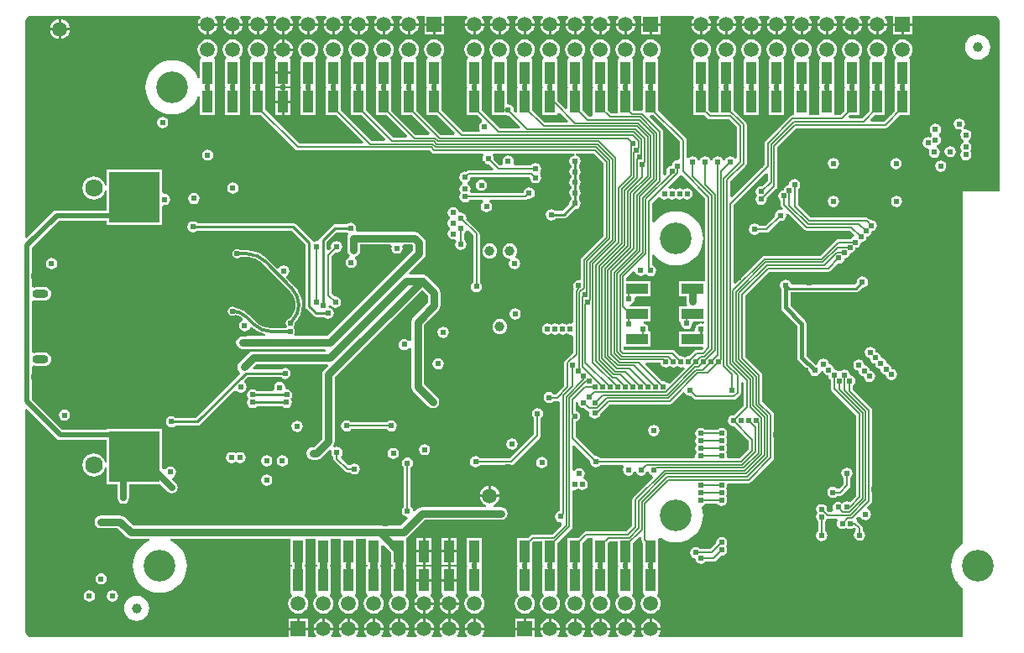
<source format=gbl>
G04 Layer_Physical_Order=4*
G04 Layer_Color=16711680*
%FSLAX24Y24*%
%MOIN*%
G70*
G01*
G75*
%ADD10C,0.0060*%
%ADD12C,0.0138*%
%ADD13C,0.0150*%
%ADD27C,0.0394*%
%ADD29R,0.0402X0.0862*%
%ADD61C,0.0100*%
%ADD64C,0.0300*%
%ADD65C,0.0200*%
%ADD68C,0.0250*%
%ADD71C,0.0591*%
%ADD72C,0.0390*%
%ADD73O,0.0630X0.0354*%
%ADD74R,0.0591X0.0591*%
%ADD75C,0.0701*%
%ADD76C,0.1260*%
%ADD77C,0.0240*%
%ADD78C,0.0260*%
%ADD79C,0.1969*%
%ADD80R,0.0874X0.0402*%
%ADD81R,0.2000X0.2000*%
G04:AMPARAMS|DCode=82|XSize=393.7mil|YSize=393.7mil|CornerRadius=98.4mil|HoleSize=0mil|Usage=FLASHONLY|Rotation=270.000|XOffset=0mil|YOffset=0mil|HoleType=Round|Shape=RoundedRectangle|*
%AMROUNDEDRECTD82*
21,1,0.3937,0.1969,0,0,270.0*
21,1,0.1969,0.3937,0,0,270.0*
1,1,0.1969,-0.0984,-0.0984*
1,1,0.1969,-0.0984,0.0984*
1,1,0.1969,0.0984,0.0984*
1,1,0.1969,0.0984,-0.0984*
%
%ADD82ROUNDEDRECTD82*%
G36*
X38696Y24827D02*
X38777Y24773D01*
X38831Y24692D01*
X38835Y24671D01*
X38847Y24596D01*
X38847Y24516D01*
X38847Y24516D01*
Y17896D01*
X38831Y17876D01*
X37401D01*
X37400Y3889D01*
X37366Y3868D01*
X37238Y3758D01*
X37128Y3630D01*
X37039Y3485D01*
X36975Y3329D01*
X36935Y3165D01*
X36922Y2996D01*
X36935Y2827D01*
X36975Y2663D01*
X37039Y2506D01*
X37128Y2362D01*
X37238Y2234D01*
X37366Y2124D01*
X37400Y2103D01*
X37400Y149D01*
X25328D01*
X25309Y176D01*
X25293Y229D01*
X25345Y297D01*
X25385Y393D01*
X25392Y446D01*
X24608D01*
X24615Y393D01*
X24655Y297D01*
X24707Y229D01*
X24691Y176D01*
X24672Y149D01*
X24328D01*
X24309Y176D01*
X24293Y229D01*
X24345Y297D01*
X24385Y393D01*
X24392Y446D01*
X23608D01*
X23615Y393D01*
X23655Y297D01*
X23707Y229D01*
X23691Y176D01*
X23672Y149D01*
X23328D01*
X23309Y176D01*
X23293Y229D01*
X23345Y297D01*
X23385Y393D01*
X23392Y446D01*
X22608D01*
X22615Y393D01*
X22655Y297D01*
X22707Y229D01*
X22691Y176D01*
X22672Y149D01*
X22328D01*
X22309Y176D01*
X22293Y229D01*
X22345Y297D01*
X22385Y393D01*
X22392Y446D01*
X21608D01*
X21615Y393D01*
X21655Y297D01*
X21707Y229D01*
X21691Y176D01*
X21672Y149D01*
X21328D01*
X21309Y176D01*
X21293Y229D01*
X21345Y297D01*
X21385Y393D01*
X21392Y446D01*
X20608D01*
X20615Y393D01*
X20655Y297D01*
X20707Y229D01*
X20691Y176D01*
X20672Y149D01*
X20395D01*
Y446D01*
X19605D01*
Y149D01*
X18328D01*
X18309Y176D01*
X18293Y229D01*
X18345Y297D01*
X18385Y393D01*
X18392Y446D01*
X17608D01*
X17615Y393D01*
X17655Y297D01*
X17707Y229D01*
X17691Y176D01*
X17672Y149D01*
X17328D01*
X17309Y176D01*
X17293Y229D01*
X17345Y297D01*
X17385Y393D01*
X17392Y446D01*
X16608D01*
X16615Y393D01*
X16655Y297D01*
X16707Y229D01*
X16691Y176D01*
X16672Y149D01*
X16328D01*
X16309Y176D01*
X16293Y229D01*
X16345Y297D01*
X16385Y393D01*
X16392Y446D01*
X15608D01*
X15615Y393D01*
X15655Y297D01*
X15707Y229D01*
X15691Y176D01*
X15672Y149D01*
X15328D01*
X15309Y176D01*
X15293Y229D01*
X15345Y297D01*
X15385Y393D01*
X15392Y446D01*
X14608D01*
X14615Y393D01*
X14655Y297D01*
X14707Y229D01*
X14691Y176D01*
X14672Y149D01*
X14328D01*
X14309Y176D01*
X14293Y229D01*
X14345Y297D01*
X14385Y393D01*
X14392Y446D01*
X13608D01*
X13615Y393D01*
X13655Y297D01*
X13707Y229D01*
X13691Y176D01*
X13672Y149D01*
X13328D01*
X13309Y176D01*
X13293Y229D01*
X13345Y297D01*
X13385Y393D01*
X13392Y446D01*
X12608D01*
X12615Y393D01*
X12655Y297D01*
X12707Y229D01*
X12691Y176D01*
X12672Y149D01*
X12328D01*
X12309Y176D01*
X12293Y229D01*
X12345Y297D01*
X12385Y393D01*
X12392Y446D01*
X11608D01*
X11615Y393D01*
X11655Y297D01*
X11707Y229D01*
X11691Y176D01*
X11672Y149D01*
X11395D01*
Y446D01*
X10605D01*
Y149D01*
X400D01*
X393Y148D01*
X304Y165D01*
X223Y219D01*
X169Y300D01*
X152Y389D01*
X153Y396D01*
X153Y9190D01*
X227Y9221D01*
X1396Y8052D01*
X1462Y8008D01*
X1540Y7992D01*
X3400D01*
Y7109D01*
X3320Y7104D01*
X3319Y7114D01*
X3273Y7223D01*
X3201Y7317D01*
X3107Y7389D01*
X2998Y7435D01*
X2880Y7450D01*
X2762Y7435D01*
X2653Y7389D01*
X2559Y7317D01*
X2486Y7223D01*
X2441Y7114D01*
X2426Y6996D01*
X2441Y6878D01*
X2486Y6769D01*
X2559Y6675D01*
X2653Y6603D01*
X2762Y6557D01*
X2880Y6542D01*
X2998Y6557D01*
X3107Y6603D01*
X3201Y6675D01*
X3273Y6769D01*
X3319Y6878D01*
X3320Y6888D01*
X3400Y6883D01*
Y6240D01*
X3821D01*
Y5692D01*
X3838Y5604D01*
X3888Y5530D01*
X3962Y5480D01*
X4050Y5462D01*
X4138Y5480D01*
X4212Y5530D01*
X4262Y5604D01*
X4279Y5692D01*
Y6240D01*
X5512D01*
X5818Y5934D01*
X5892Y5884D01*
X5980Y5867D01*
X6068Y5884D01*
X6142Y5934D01*
X6192Y6008D01*
X6209Y6096D01*
X6192Y6184D01*
X6142Y6258D01*
X5979Y6422D01*
X6005Y6509D01*
X6006Y6509D01*
X6079Y6557D01*
X6127Y6630D01*
X6144Y6716D01*
X6127Y6802D01*
X6079Y6875D01*
X6006Y6923D01*
X5920Y6940D01*
X5834Y6923D01*
X5761Y6875D01*
X5735Y6835D01*
X5646Y6818D01*
X5636Y6821D01*
X5600Y6849D01*
Y8440D01*
X3400D01*
Y8400D01*
X1624D01*
X424Y9600D01*
Y10903D01*
X453Y10926D01*
X504Y10948D01*
X555Y10927D01*
X627Y10917D01*
X903D01*
X975Y10927D01*
X1043Y10955D01*
X1101Y10999D01*
X1145Y11057D01*
X1173Y11124D01*
X1183Y11197D01*
X1173Y11269D01*
X1145Y11337D01*
X1101Y11394D01*
X1043Y11439D01*
X975Y11467D01*
X903Y11476D01*
X627D01*
X555Y11467D01*
X504Y11446D01*
X453Y11467D01*
X424Y11491D01*
Y13501D01*
X453Y13525D01*
X504Y13546D01*
X555Y13525D01*
X627Y13516D01*
X903D01*
X975Y13525D01*
X1043Y13553D01*
X1101Y13598D01*
X1145Y13655D01*
X1173Y13723D01*
X1183Y13795D01*
X1173Y13868D01*
X1145Y13935D01*
X1101Y13993D01*
X1043Y14037D01*
X975Y14065D01*
X903Y14075D01*
X627D01*
X555Y14065D01*
X504Y14044D01*
X453Y14066D01*
X424Y14089D01*
Y15632D01*
X1494Y16702D01*
X3400D01*
Y16540D01*
X5600D01*
Y17258D01*
X5680Y17324D01*
X5690Y17322D01*
X5776Y17339D01*
X5849Y17387D01*
X5897Y17460D01*
X5914Y17546D01*
X5897Y17632D01*
X5849Y17705D01*
X5776Y17753D01*
X5690Y17770D01*
X5680Y17768D01*
X5600Y17834D01*
Y18740D01*
X3400D01*
Y18109D01*
X3320Y18104D01*
X3319Y18114D01*
X3273Y18223D01*
X3201Y18317D01*
X3107Y18389D01*
X2998Y18435D01*
X2880Y18450D01*
X2762Y18435D01*
X2653Y18389D01*
X2559Y18317D01*
X2486Y18223D01*
X2441Y18114D01*
X2426Y17996D01*
X2441Y17878D01*
X2486Y17769D01*
X2559Y17675D01*
X2653Y17603D01*
X2762Y17557D01*
X2880Y17542D01*
X2998Y17557D01*
X3107Y17603D01*
X3201Y17675D01*
X3273Y17769D01*
X3319Y17878D01*
X3320Y17888D01*
X3400Y17883D01*
Y17110D01*
X1410D01*
X1332Y17094D01*
X1266Y17050D01*
X227Y16011D01*
X153Y16042D01*
X153Y24606D01*
X152Y24610D01*
X169Y24695D01*
X222Y24774D01*
X301Y24827D01*
X323Y24831D01*
X398Y24843D01*
X400Y24843D01*
X478Y24843D01*
X7072D01*
X7091Y24816D01*
X7107Y24763D01*
X7055Y24695D01*
X7015Y24599D01*
X7008Y24546D01*
X7400D01*
X7792D01*
X7785Y24599D01*
X7745Y24695D01*
X7693Y24763D01*
X7709Y24816D01*
X7728Y24843D01*
X8072D01*
X8091Y24816D01*
X8107Y24763D01*
X8055Y24695D01*
X8015Y24599D01*
X8008Y24546D01*
X8400D01*
X8792D01*
X8785Y24599D01*
X8745Y24695D01*
X8693Y24763D01*
X8709Y24816D01*
X8728Y24843D01*
X9072D01*
X9091Y24816D01*
X9107Y24763D01*
X9055Y24695D01*
X9015Y24599D01*
X9008Y24546D01*
X9400D01*
X9792D01*
X9785Y24599D01*
X9745Y24695D01*
X9693Y24763D01*
X9709Y24816D01*
X9728Y24843D01*
X10072D01*
X10091Y24816D01*
X10107Y24763D01*
X10055Y24695D01*
X10015Y24599D01*
X10008Y24546D01*
X10400D01*
X10792D01*
X10785Y24599D01*
X10745Y24695D01*
X10693Y24763D01*
X10709Y24816D01*
X10728Y24843D01*
X11072D01*
X11091Y24816D01*
X11107Y24763D01*
X11055Y24695D01*
X11015Y24599D01*
X11008Y24546D01*
X11400D01*
X11792D01*
X11785Y24599D01*
X11745Y24695D01*
X11693Y24763D01*
X11709Y24816D01*
X11728Y24843D01*
X12072D01*
X12091Y24816D01*
X12107Y24763D01*
X12055Y24695D01*
X12015Y24599D01*
X12008Y24546D01*
X12400D01*
X12792D01*
X12785Y24599D01*
X12745Y24695D01*
X12693Y24763D01*
X12709Y24816D01*
X12728Y24843D01*
X13072D01*
X13091Y24816D01*
X13107Y24763D01*
X13055Y24695D01*
X13015Y24599D01*
X13008Y24546D01*
X13400D01*
X13792D01*
X13785Y24599D01*
X13745Y24695D01*
X13693Y24763D01*
X13709Y24816D01*
X13728Y24843D01*
X14072D01*
X14091Y24816D01*
X14107Y24763D01*
X14055Y24695D01*
X14015Y24599D01*
X14008Y24546D01*
X14400D01*
X14792D01*
X14785Y24599D01*
X14745Y24695D01*
X14693Y24763D01*
X14709Y24816D01*
X14728Y24843D01*
X15072D01*
X15091Y24816D01*
X15107Y24763D01*
X15055Y24695D01*
X15015Y24599D01*
X15008Y24546D01*
X15400D01*
X15792D01*
X15785Y24599D01*
X15745Y24695D01*
X15693Y24763D01*
X15709Y24816D01*
X15728Y24843D01*
X16005D01*
Y24546D01*
X16400D01*
X16795D01*
Y24843D01*
X17672D01*
X17691Y24816D01*
X17707Y24763D01*
X17655Y24695D01*
X17615Y24599D01*
X17608Y24546D01*
X18000D01*
X18392D01*
X18385Y24599D01*
X18345Y24695D01*
X18293Y24763D01*
X18309Y24816D01*
X18328Y24843D01*
X18672D01*
X18691Y24816D01*
X18707Y24763D01*
X18655Y24695D01*
X18615Y24599D01*
X18608Y24546D01*
X19000D01*
X19392D01*
X19385Y24599D01*
X19345Y24695D01*
X19293Y24763D01*
X19309Y24816D01*
X19328Y24843D01*
X19672D01*
X19691Y24816D01*
X19707Y24763D01*
X19655Y24695D01*
X19615Y24599D01*
X19608Y24546D01*
X20000D01*
X20392D01*
X20385Y24599D01*
X20345Y24695D01*
X20293Y24763D01*
X20309Y24816D01*
X20328Y24843D01*
X20672D01*
X20691Y24816D01*
X20707Y24763D01*
X20655Y24695D01*
X20615Y24599D01*
X20608Y24546D01*
X21000D01*
X21392D01*
X21385Y24599D01*
X21345Y24695D01*
X21293Y24763D01*
X21309Y24816D01*
X21328Y24843D01*
X21672D01*
X21691Y24816D01*
X21707Y24763D01*
X21655Y24695D01*
X21615Y24599D01*
X21608Y24546D01*
X22000D01*
X22392D01*
X22385Y24599D01*
X22345Y24695D01*
X22293Y24763D01*
X22309Y24816D01*
X22328Y24843D01*
X22672D01*
X22691Y24816D01*
X22707Y24763D01*
X22655Y24695D01*
X22615Y24599D01*
X22608Y24546D01*
X23000D01*
X23392D01*
X23385Y24599D01*
X23345Y24695D01*
X23293Y24763D01*
X23309Y24816D01*
X23328Y24843D01*
X23672D01*
X23691Y24816D01*
X23707Y24763D01*
X23655Y24695D01*
X23615Y24599D01*
X23608Y24546D01*
X24000D01*
X24392D01*
X24385Y24599D01*
X24345Y24695D01*
X24293Y24763D01*
X24309Y24816D01*
X24328Y24843D01*
X24605D01*
Y24546D01*
X25000D01*
X25395D01*
Y24843D01*
X26672D01*
X26691Y24816D01*
X26707Y24763D01*
X26655Y24695D01*
X26615Y24599D01*
X26608Y24546D01*
X27000D01*
X27392D01*
X27385Y24599D01*
X27345Y24695D01*
X27293Y24763D01*
X27309Y24816D01*
X27328Y24843D01*
X27672D01*
X27691Y24816D01*
X27707Y24763D01*
X27655Y24695D01*
X27615Y24599D01*
X27608Y24546D01*
X28000D01*
X28392D01*
X28385Y24599D01*
X28345Y24695D01*
X28293Y24763D01*
X28309Y24816D01*
X28328Y24843D01*
X28672D01*
X28691Y24816D01*
X28707Y24763D01*
X28655Y24695D01*
X28615Y24599D01*
X28608Y24546D01*
X29000D01*
X29392D01*
X29385Y24599D01*
X29345Y24695D01*
X29293Y24763D01*
X29309Y24816D01*
X29328Y24843D01*
X29672D01*
X29691Y24816D01*
X29707Y24763D01*
X29655Y24695D01*
X29615Y24599D01*
X29608Y24546D01*
X30000D01*
X30392D01*
X30385Y24599D01*
X30345Y24695D01*
X30293Y24763D01*
X30309Y24816D01*
X30328Y24843D01*
X30672D01*
X30691Y24816D01*
X30707Y24763D01*
X30655Y24695D01*
X30615Y24599D01*
X30608Y24546D01*
X31000D01*
X31392D01*
X31385Y24599D01*
X31345Y24695D01*
X31293Y24763D01*
X31309Y24816D01*
X31328Y24843D01*
X31672D01*
X31691Y24816D01*
X31707Y24763D01*
X31655Y24695D01*
X31615Y24599D01*
X31608Y24546D01*
X32000D01*
X32392D01*
X32385Y24599D01*
X32345Y24695D01*
X32293Y24763D01*
X32309Y24816D01*
X32328Y24843D01*
X32672D01*
X32691Y24816D01*
X32707Y24763D01*
X32655Y24695D01*
X32615Y24599D01*
X32608Y24546D01*
X33000D01*
X33392D01*
X33385Y24599D01*
X33345Y24695D01*
X33293Y24763D01*
X33309Y24816D01*
X33328Y24843D01*
X33672D01*
X33691Y24816D01*
X33707Y24763D01*
X33655Y24695D01*
X33615Y24599D01*
X33608Y24546D01*
X34000D01*
X34392D01*
X34385Y24599D01*
X34345Y24695D01*
X34293Y24763D01*
X34309Y24816D01*
X34328Y24843D01*
X34605D01*
Y24546D01*
X35000D01*
X35395D01*
Y24843D01*
X38600D01*
X38607Y24844D01*
X38696Y24827D01*
D02*
G37*
%LPC*%
G36*
X1580Y24698D02*
Y24356D01*
X1922D01*
X1915Y24409D01*
X1875Y24505D01*
X1812Y24588D01*
X1729Y24651D01*
X1633Y24691D01*
X1580Y24698D01*
D02*
G37*
G36*
X1480D02*
X1427Y24691D01*
X1331Y24651D01*
X1248Y24588D01*
X1185Y24505D01*
X1145Y24409D01*
X1138Y24356D01*
X1480D01*
Y24698D01*
D02*
G37*
G36*
X34392Y24446D02*
X34050D01*
Y24104D01*
X34103Y24111D01*
X34199Y24151D01*
X34282Y24214D01*
X34345Y24297D01*
X34385Y24393D01*
X34392Y24446D01*
D02*
G37*
G36*
X33392D02*
X33050D01*
Y24104D01*
X33103Y24111D01*
X33199Y24151D01*
X33282Y24214D01*
X33345Y24297D01*
X33385Y24393D01*
X33392Y24446D01*
D02*
G37*
G36*
X32392D02*
X32050D01*
Y24104D01*
X32103Y24111D01*
X32199Y24151D01*
X32282Y24214D01*
X32345Y24297D01*
X32385Y24393D01*
X32392Y24446D01*
D02*
G37*
G36*
X31392D02*
X31050D01*
Y24104D01*
X31103Y24111D01*
X31199Y24151D01*
X31282Y24214D01*
X31345Y24297D01*
X31385Y24393D01*
X31392Y24446D01*
D02*
G37*
G36*
X30392D02*
X30050D01*
Y24104D01*
X30103Y24111D01*
X30199Y24151D01*
X30282Y24214D01*
X30345Y24297D01*
X30385Y24393D01*
X30392Y24446D01*
D02*
G37*
G36*
X29392D02*
X29050D01*
Y24104D01*
X29103Y24111D01*
X29199Y24151D01*
X29282Y24214D01*
X29345Y24297D01*
X29385Y24393D01*
X29392Y24446D01*
D02*
G37*
G36*
X28392D02*
X28050D01*
Y24104D01*
X28103Y24111D01*
X28199Y24151D01*
X28282Y24214D01*
X28345Y24297D01*
X28385Y24393D01*
X28392Y24446D01*
D02*
G37*
G36*
X27392D02*
X27050D01*
Y24104D01*
X27103Y24111D01*
X27199Y24151D01*
X27282Y24214D01*
X27345Y24297D01*
X27385Y24393D01*
X27392Y24446D01*
D02*
G37*
G36*
X33950D02*
X33608D01*
X33615Y24393D01*
X33655Y24297D01*
X33718Y24214D01*
X33801Y24151D01*
X33897Y24111D01*
X33950Y24104D01*
Y24446D01*
D02*
G37*
G36*
X32950D02*
X32608D01*
X32615Y24393D01*
X32655Y24297D01*
X32718Y24214D01*
X32801Y24151D01*
X32897Y24111D01*
X32950Y24104D01*
Y24446D01*
D02*
G37*
G36*
X31950D02*
X31608D01*
X31615Y24393D01*
X31655Y24297D01*
X31718Y24214D01*
X31801Y24151D01*
X31897Y24111D01*
X31950Y24104D01*
Y24446D01*
D02*
G37*
G36*
X30950D02*
X30608D01*
X30615Y24393D01*
X30655Y24297D01*
X30718Y24214D01*
X30801Y24151D01*
X30897Y24111D01*
X30950Y24104D01*
Y24446D01*
D02*
G37*
G36*
X29950D02*
X29608D01*
X29615Y24393D01*
X29655Y24297D01*
X29718Y24214D01*
X29801Y24151D01*
X29897Y24111D01*
X29950Y24104D01*
Y24446D01*
D02*
G37*
G36*
X28950D02*
X28608D01*
X28615Y24393D01*
X28655Y24297D01*
X28718Y24214D01*
X28801Y24151D01*
X28897Y24111D01*
X28950Y24104D01*
Y24446D01*
D02*
G37*
G36*
X27950D02*
X27608D01*
X27615Y24393D01*
X27655Y24297D01*
X27718Y24214D01*
X27801Y24151D01*
X27897Y24111D01*
X27950Y24104D01*
Y24446D01*
D02*
G37*
G36*
X26950D02*
X26608D01*
X26615Y24393D01*
X26655Y24297D01*
X26718Y24214D01*
X26801Y24151D01*
X26897Y24111D01*
X26950Y24104D01*
Y24446D01*
D02*
G37*
G36*
X24392Y24446D02*
X24050D01*
Y24104D01*
X24103Y24111D01*
X24199Y24151D01*
X24282Y24214D01*
X24345Y24297D01*
X24385Y24393D01*
X24392Y24446D01*
D02*
G37*
G36*
X23392D02*
X23050D01*
Y24104D01*
X23103Y24111D01*
X23199Y24151D01*
X23282Y24214D01*
X23345Y24297D01*
X23385Y24393D01*
X23392Y24446D01*
D02*
G37*
G36*
X22392D02*
X22050D01*
Y24104D01*
X22103Y24111D01*
X22199Y24151D01*
X22282Y24214D01*
X22345Y24297D01*
X22385Y24393D01*
X22392Y24446D01*
D02*
G37*
G36*
X21392D02*
X21050D01*
Y24104D01*
X21103Y24111D01*
X21199Y24151D01*
X21282Y24214D01*
X21345Y24297D01*
X21385Y24393D01*
X21392Y24446D01*
D02*
G37*
G36*
X20392D02*
X20050D01*
Y24104D01*
X20103Y24111D01*
X20199Y24151D01*
X20282Y24214D01*
X20345Y24297D01*
X20385Y24393D01*
X20392Y24446D01*
D02*
G37*
G36*
X19392D02*
X19050D01*
Y24104D01*
X19103Y24111D01*
X19199Y24151D01*
X19282Y24214D01*
X19345Y24297D01*
X19385Y24393D01*
X19392Y24446D01*
D02*
G37*
G36*
X18392D02*
X18050D01*
Y24104D01*
X18103Y24111D01*
X18199Y24151D01*
X18282Y24214D01*
X18345Y24297D01*
X18385Y24393D01*
X18392Y24446D01*
D02*
G37*
G36*
X15792D02*
X15450D01*
Y24104D01*
X15503Y24111D01*
X15599Y24151D01*
X15682Y24214D01*
X15745Y24297D01*
X15785Y24393D01*
X15792Y24446D01*
D02*
G37*
G36*
X14792D02*
X14450D01*
Y24104D01*
X14503Y24111D01*
X14599Y24151D01*
X14682Y24214D01*
X14745Y24297D01*
X14785Y24393D01*
X14792Y24446D01*
D02*
G37*
G36*
X13792D02*
X13450D01*
Y24104D01*
X13503Y24111D01*
X13599Y24151D01*
X13682Y24214D01*
X13745Y24297D01*
X13785Y24393D01*
X13792Y24446D01*
D02*
G37*
G36*
X12792D02*
X12450D01*
Y24104D01*
X12503Y24111D01*
X12599Y24151D01*
X12682Y24214D01*
X12745Y24297D01*
X12785Y24393D01*
X12792Y24446D01*
D02*
G37*
G36*
X11792D02*
X11450D01*
Y24104D01*
X11503Y24111D01*
X11599Y24151D01*
X11682Y24214D01*
X11745Y24297D01*
X11785Y24393D01*
X11792Y24446D01*
D02*
G37*
G36*
X10792D02*
X10450D01*
Y24104D01*
X10503Y24111D01*
X10599Y24151D01*
X10682Y24214D01*
X10745Y24297D01*
X10785Y24393D01*
X10792Y24446D01*
D02*
G37*
G36*
X9792D02*
X9450D01*
Y24104D01*
X9503Y24111D01*
X9599Y24151D01*
X9682Y24214D01*
X9745Y24297D01*
X9785Y24393D01*
X9792Y24446D01*
D02*
G37*
G36*
X8792D02*
X8450D01*
Y24104D01*
X8503Y24111D01*
X8599Y24151D01*
X8682Y24214D01*
X8745Y24297D01*
X8785Y24393D01*
X8792Y24446D01*
D02*
G37*
G36*
X7792D02*
X7450D01*
Y24104D01*
X7503Y24111D01*
X7599Y24151D01*
X7682Y24214D01*
X7745Y24297D01*
X7785Y24393D01*
X7792Y24446D01*
D02*
G37*
G36*
X23950D02*
X23608D01*
X23615Y24393D01*
X23655Y24297D01*
X23718Y24214D01*
X23801Y24151D01*
X23897Y24111D01*
X23950Y24104D01*
Y24446D01*
D02*
G37*
G36*
X22950D02*
X22608D01*
X22615Y24393D01*
X22655Y24297D01*
X22718Y24214D01*
X22801Y24151D01*
X22897Y24111D01*
X22950Y24104D01*
Y24446D01*
D02*
G37*
G36*
X21950D02*
X21608D01*
X21615Y24393D01*
X21655Y24297D01*
X21718Y24214D01*
X21801Y24151D01*
X21897Y24111D01*
X21950Y24104D01*
Y24446D01*
D02*
G37*
G36*
X20950D02*
X20608D01*
X20615Y24393D01*
X20655Y24297D01*
X20718Y24214D01*
X20801Y24151D01*
X20897Y24111D01*
X20950Y24104D01*
Y24446D01*
D02*
G37*
G36*
X19950D02*
X19608D01*
X19615Y24393D01*
X19655Y24297D01*
X19718Y24214D01*
X19801Y24151D01*
X19897Y24111D01*
X19950Y24104D01*
Y24446D01*
D02*
G37*
G36*
X18950D02*
X18608D01*
X18615Y24393D01*
X18655Y24297D01*
X18718Y24214D01*
X18801Y24151D01*
X18897Y24111D01*
X18950Y24104D01*
Y24446D01*
D02*
G37*
G36*
X17950D02*
X17608D01*
X17615Y24393D01*
X17655Y24297D01*
X17718Y24214D01*
X17801Y24151D01*
X17897Y24111D01*
X17950Y24104D01*
Y24446D01*
D02*
G37*
G36*
X15350D02*
X15008D01*
X15015Y24393D01*
X15055Y24297D01*
X15118Y24214D01*
X15201Y24151D01*
X15297Y24111D01*
X15350Y24104D01*
Y24446D01*
D02*
G37*
G36*
X14350D02*
X14008D01*
X14015Y24393D01*
X14055Y24297D01*
X14118Y24214D01*
X14201Y24151D01*
X14297Y24111D01*
X14350Y24104D01*
Y24446D01*
D02*
G37*
G36*
X13350D02*
X13008D01*
X13015Y24393D01*
X13055Y24297D01*
X13118Y24214D01*
X13201Y24151D01*
X13297Y24111D01*
X13350Y24104D01*
Y24446D01*
D02*
G37*
G36*
X12350D02*
X12008D01*
X12015Y24393D01*
X12055Y24297D01*
X12118Y24214D01*
X12201Y24151D01*
X12297Y24111D01*
X12350Y24104D01*
Y24446D01*
D02*
G37*
G36*
X11350D02*
X11008D01*
X11015Y24393D01*
X11055Y24297D01*
X11118Y24214D01*
X11201Y24151D01*
X11297Y24111D01*
X11350Y24104D01*
Y24446D01*
D02*
G37*
G36*
X10350D02*
X10008D01*
X10015Y24393D01*
X10055Y24297D01*
X10118Y24214D01*
X10201Y24151D01*
X10297Y24111D01*
X10350Y24104D01*
Y24446D01*
D02*
G37*
G36*
X9350D02*
X9008D01*
X9015Y24393D01*
X9055Y24297D01*
X9118Y24214D01*
X9201Y24151D01*
X9297Y24111D01*
X9350Y24104D01*
Y24446D01*
D02*
G37*
G36*
X8350D02*
X8008D01*
X8015Y24393D01*
X8055Y24297D01*
X8118Y24214D01*
X8201Y24151D01*
X8297Y24111D01*
X8350Y24104D01*
Y24446D01*
D02*
G37*
G36*
X7350D02*
X7008D01*
X7015Y24393D01*
X7055Y24297D01*
X7118Y24214D01*
X7201Y24151D01*
X7297Y24111D01*
X7350Y24104D01*
Y24446D01*
D02*
G37*
G36*
X35395Y24446D02*
X35050D01*
Y24101D01*
X35395D01*
Y24446D01*
D02*
G37*
G36*
X34950D02*
X34605D01*
Y24101D01*
X34950D01*
Y24446D01*
D02*
G37*
G36*
X25395Y24446D02*
X25050D01*
Y24101D01*
X25395D01*
Y24446D01*
D02*
G37*
G36*
X24950D02*
X24605D01*
Y24101D01*
X24950D01*
Y24446D01*
D02*
G37*
G36*
X16795D02*
X16450D01*
Y24101D01*
X16795D01*
Y24446D01*
D02*
G37*
G36*
X16350D02*
X16005D01*
Y24101D01*
X16350D01*
Y24446D01*
D02*
G37*
G36*
X1922Y24256D02*
X1580D01*
Y23914D01*
X1633Y23921D01*
X1729Y23961D01*
X1812Y24024D01*
X1875Y24107D01*
X1915Y24203D01*
X1922Y24256D01*
D02*
G37*
G36*
X1480D02*
X1138D01*
X1145Y24203D01*
X1185Y24107D01*
X1248Y24024D01*
X1331Y23961D01*
X1427Y23921D01*
X1480Y23914D01*
Y24256D01*
D02*
G37*
G36*
X10450Y23888D02*
Y23546D01*
X10792D01*
X10785Y23599D01*
X10745Y23695D01*
X10682Y23778D01*
X10599Y23841D01*
X10503Y23881D01*
X10450Y23888D01*
D02*
G37*
G36*
X10350Y23888D02*
X10297Y23881D01*
X10201Y23841D01*
X10118Y23778D01*
X10055Y23695D01*
X10015Y23599D01*
X10008Y23546D01*
X10350D01*
Y23888D01*
D02*
G37*
G36*
X37973Y24096D02*
X37843Y24079D01*
X37723Y24029D01*
X37619Y23950D01*
X37540Y23846D01*
X37490Y23725D01*
X37473Y23596D01*
X37490Y23467D01*
X37540Y23346D01*
X37619Y23242D01*
X37723Y23163D01*
X37843Y23113D01*
X37973Y23096D01*
X38102Y23113D01*
X38223Y23163D01*
X38326Y23242D01*
X38406Y23346D01*
X38456Y23467D01*
X38473Y23596D01*
X38456Y23725D01*
X38406Y23846D01*
X38326Y23950D01*
X38223Y24029D01*
X38102Y24079D01*
X37973Y24096D01*
D02*
G37*
G36*
X10792Y23446D02*
X10400D01*
X10008D01*
X10015Y23393D01*
X10055Y23297D01*
X10118Y23214D01*
X10157Y23184D01*
X10130Y23104D01*
X10099D01*
Y22623D01*
X10400D01*
X10701D01*
Y23104D01*
X10670D01*
X10643Y23184D01*
X10682Y23214D01*
X10745Y23297D01*
X10785Y23393D01*
X10792Y23446D01*
D02*
G37*
G36*
X7400Y23895D02*
X7297Y23881D01*
X7201Y23841D01*
X7118Y23778D01*
X7055Y23695D01*
X7015Y23599D01*
X7001Y23496D01*
X7015Y23393D01*
X7055Y23297D01*
X7118Y23214D01*
X7157Y23184D01*
X7130Y23104D01*
X7099D01*
Y22360D01*
X7019Y22344D01*
X6961Y22485D01*
X6872Y22630D01*
X6762Y22758D01*
X6634Y22868D01*
X6489Y22957D01*
X6333Y23021D01*
X6169Y23061D01*
X6000Y23074D01*
X5831Y23061D01*
X5667Y23021D01*
X5511Y22957D01*
X5366Y22868D01*
X5238Y22758D01*
X5128Y22630D01*
X5039Y22485D01*
X4975Y22329D01*
X4935Y22165D01*
X4922Y21996D01*
X4935Y21827D01*
X4975Y21663D01*
X5039Y21507D01*
X5128Y21362D01*
X5238Y21234D01*
X5366Y21124D01*
X5511Y21035D01*
X5667Y20971D01*
X5831Y20931D01*
X6000Y20918D01*
X6169Y20931D01*
X6333Y20971D01*
X6489Y21035D01*
X6634Y21124D01*
X6762Y21234D01*
X6872Y21362D01*
X6961Y21507D01*
X7019Y21648D01*
X7099Y21632D01*
Y20888D01*
X7701D01*
Y21950D01*
X7701D01*
X7689Y21996D01*
X7701Y22042D01*
X7701D01*
Y23104D01*
X7670D01*
X7643Y23184D01*
X7682Y23214D01*
X7745Y23297D01*
X7785Y23393D01*
X7799Y23496D01*
X7785Y23599D01*
X7745Y23695D01*
X7682Y23778D01*
X7599Y23841D01*
X7503Y23881D01*
X7400Y23895D01*
D02*
G37*
G36*
X10701Y22523D02*
X10450D01*
Y22042D01*
X10701D01*
Y22523D01*
D02*
G37*
G36*
X10350D02*
X10099D01*
Y22042D01*
X10350D01*
Y22523D01*
D02*
G37*
G36*
X10701Y21950D02*
X10450D01*
Y21469D01*
X10701D01*
Y21950D01*
D02*
G37*
G36*
X10350D02*
X10099D01*
Y21469D01*
X10350D01*
Y21950D01*
D02*
G37*
G36*
X30000Y23895D02*
X29897Y23881D01*
X29801Y23841D01*
X29718Y23778D01*
X29655Y23695D01*
X29615Y23599D01*
X29601Y23496D01*
X29615Y23393D01*
X29655Y23297D01*
X29718Y23214D01*
X29757Y23184D01*
X29730Y23104D01*
X29699D01*
Y22042D01*
X29699D01*
X29711Y21996D01*
X29699Y21950D01*
X29699D01*
Y20888D01*
X30301D01*
Y21950D01*
X30301D01*
X30289Y21996D01*
X30301Y22042D01*
X30301D01*
Y23104D01*
X30270D01*
X30243Y23184D01*
X30282Y23214D01*
X30345Y23297D01*
X30385Y23393D01*
X30399Y23496D01*
X30385Y23599D01*
X30345Y23695D01*
X30282Y23778D01*
X30199Y23841D01*
X30103Y23881D01*
X30000Y23895D01*
D02*
G37*
G36*
X29000D02*
X28897Y23881D01*
X28801Y23841D01*
X28718Y23778D01*
X28655Y23695D01*
X28615Y23599D01*
X28601Y23496D01*
X28615Y23393D01*
X28655Y23297D01*
X28718Y23214D01*
X28757Y23184D01*
X28730Y23104D01*
X28699D01*
Y22042D01*
X28699D01*
X28711Y21996D01*
X28699Y21950D01*
X28699D01*
Y20888D01*
X29301D01*
Y21950D01*
X29301D01*
X29289Y21996D01*
X29301Y22042D01*
X29301D01*
Y23104D01*
X29270D01*
X29243Y23184D01*
X29282Y23214D01*
X29345Y23297D01*
X29385Y23393D01*
X29399Y23496D01*
X29385Y23599D01*
X29345Y23695D01*
X29282Y23778D01*
X29199Y23841D01*
X29103Y23881D01*
X29000Y23895D01*
D02*
G37*
G36*
X11400Y23895D02*
X11297Y23881D01*
X11201Y23841D01*
X11118Y23778D01*
X11055Y23695D01*
X11015Y23599D01*
X11001Y23496D01*
X11015Y23393D01*
X11055Y23297D01*
X11118Y23214D01*
X11157Y23184D01*
X11130Y23104D01*
X11099D01*
Y22042D01*
X11099D01*
X11111Y21996D01*
X11099Y21950D01*
X11099D01*
Y20888D01*
X11701D01*
Y21950D01*
X11701D01*
X11689Y21996D01*
X11701Y22042D01*
X11701D01*
Y23104D01*
X11670D01*
X11643Y23184D01*
X11682Y23214D01*
X11745Y23297D01*
X11785Y23393D01*
X11799Y23496D01*
X11785Y23599D01*
X11745Y23695D01*
X11682Y23778D01*
X11599Y23841D01*
X11503Y23881D01*
X11400Y23895D01*
D02*
G37*
G36*
X10701Y21369D02*
X10450D01*
Y20888D01*
X10701D01*
Y21369D01*
D02*
G37*
G36*
X10350D02*
X10099D01*
Y20888D01*
X10350D01*
Y21369D01*
D02*
G37*
G36*
X8400Y23895D02*
X8297Y23881D01*
X8201Y23841D01*
X8118Y23778D01*
X8055Y23695D01*
X8015Y23599D01*
X8001Y23496D01*
X8015Y23393D01*
X8055Y23297D01*
X8118Y23214D01*
X8157Y23184D01*
X8130Y23104D01*
X8099D01*
Y22042D01*
X8099D01*
X8111Y21996D01*
X8099Y21950D01*
X8099D01*
Y20888D01*
X8701D01*
Y21950D01*
X8701D01*
X8689Y21996D01*
X8701Y22042D01*
X8701D01*
Y23104D01*
X8670D01*
X8643Y23184D01*
X8682Y23214D01*
X8745Y23297D01*
X8785Y23393D01*
X8799Y23496D01*
X8785Y23599D01*
X8745Y23695D01*
X8682Y23778D01*
X8599Y23841D01*
X8503Y23881D01*
X8400Y23895D01*
D02*
G37*
G36*
X35000Y23895D02*
X34897Y23881D01*
X34801Y23841D01*
X34718Y23778D01*
X34655Y23695D01*
X34615Y23599D01*
X34601Y23496D01*
X34615Y23393D01*
X34655Y23297D01*
X34718Y23214D01*
X34757Y23184D01*
X34730Y23104D01*
X34699D01*
Y22042D01*
X34699D01*
X34711Y21996D01*
X34699Y21950D01*
X34699D01*
Y21077D01*
X34265Y20643D01*
X33745D01*
X33714Y20716D01*
X33886Y20888D01*
X34301D01*
Y21950D01*
X34301D01*
X34289Y21996D01*
X34301Y22042D01*
X34301D01*
Y23104D01*
X34270D01*
X34243Y23184D01*
X34282Y23214D01*
X34345Y23297D01*
X34385Y23393D01*
X34399Y23496D01*
X34385Y23599D01*
X34345Y23695D01*
X34282Y23778D01*
X34199Y23841D01*
X34103Y23881D01*
X34000Y23895D01*
X33897Y23881D01*
X33801Y23841D01*
X33718Y23778D01*
X33655Y23695D01*
X33615Y23599D01*
X33601Y23496D01*
X33615Y23393D01*
X33655Y23297D01*
X33718Y23214D01*
X33757Y23184D01*
X33730Y23104D01*
X33699D01*
Y22042D01*
X33699D01*
X33711Y21996D01*
X33699Y21950D01*
X33699D01*
Y21077D01*
X33385Y20763D01*
X32882D01*
X32851Y20833D01*
X32897Y20888D01*
X33301D01*
Y21950D01*
X33301D01*
X33289Y21996D01*
X33301Y22042D01*
X33301D01*
Y23104D01*
X33270D01*
X33243Y23184D01*
X33282Y23214D01*
X33345Y23297D01*
X33385Y23393D01*
X33399Y23496D01*
X33385Y23599D01*
X33345Y23695D01*
X33282Y23778D01*
X33199Y23841D01*
X33103Y23881D01*
X33000Y23895D01*
X32897Y23881D01*
X32801Y23841D01*
X32718Y23778D01*
X32655Y23695D01*
X32615Y23599D01*
X32601Y23496D01*
X32615Y23393D01*
X32655Y23297D01*
X32718Y23214D01*
X32757Y23184D01*
X32730Y23104D01*
X32699D01*
Y22042D01*
X32699D01*
X32711Y21996D01*
X32699Y21950D01*
X32699D01*
Y21067D01*
X32515Y20883D01*
X32378D01*
X32301Y20888D01*
X32301Y20963D01*
Y21950D01*
X32301D01*
X32289Y21996D01*
X32301Y22042D01*
X32301D01*
Y23104D01*
X32270D01*
X32243Y23184D01*
X32282Y23214D01*
X32345Y23297D01*
X32385Y23393D01*
X32399Y23496D01*
X32385Y23599D01*
X32345Y23695D01*
X32282Y23778D01*
X32199Y23841D01*
X32103Y23881D01*
X32000Y23895D01*
X31897Y23881D01*
X31801Y23841D01*
X31718Y23778D01*
X31655Y23695D01*
X31615Y23599D01*
X31601Y23496D01*
X31615Y23393D01*
X31655Y23297D01*
X31718Y23214D01*
X31757Y23184D01*
X31730Y23104D01*
X31699D01*
Y22042D01*
X31699D01*
X31711Y21996D01*
X31699Y21950D01*
X31699D01*
Y20963D01*
X31699Y20888D01*
X31622Y20883D01*
X31378D01*
X31301Y20888D01*
X31301Y20963D01*
Y21950D01*
X31301D01*
X31289Y21996D01*
X31301Y22042D01*
X31301D01*
Y23104D01*
X31270D01*
X31243Y23184D01*
X31282Y23214D01*
X31345Y23297D01*
X31385Y23393D01*
X31399Y23496D01*
X31385Y23599D01*
X31345Y23695D01*
X31282Y23778D01*
X31199Y23841D01*
X31103Y23881D01*
X31000Y23895D01*
X30897Y23881D01*
X30801Y23841D01*
X30718Y23778D01*
X30655Y23695D01*
X30615Y23599D01*
X30601Y23496D01*
X30615Y23393D01*
X30655Y23297D01*
X30718Y23214D01*
X30757Y23184D01*
X30730Y23104D01*
X30699D01*
Y22042D01*
X30699D01*
X30711Y21996D01*
X30699Y21950D01*
X30699D01*
Y20963D01*
X30699Y20888D01*
X30622Y20883D01*
X30620D01*
X30569Y20872D01*
X30526Y20844D01*
X29556Y19874D01*
X29528Y19831D01*
X29517Y19780D01*
X29517Y18918D01*
X28226Y17627D01*
X28153Y17658D01*
Y18265D01*
X28764Y18877D01*
X28792Y18920D01*
X28803Y18970D01*
Y20520D01*
X28803Y20520D01*
X28792Y20571D01*
X28764Y20614D01*
X28301Y21077D01*
Y21950D01*
X28301D01*
X28289Y21996D01*
X28301Y22042D01*
X28301D01*
Y23104D01*
X28270D01*
X28243Y23184D01*
X28282Y23214D01*
X28345Y23297D01*
X28385Y23393D01*
X28399Y23496D01*
X28385Y23599D01*
X28345Y23695D01*
X28282Y23778D01*
X28199Y23841D01*
X28103Y23881D01*
X28000Y23895D01*
X27897Y23881D01*
X27801Y23841D01*
X27718Y23778D01*
X27655Y23695D01*
X27615Y23599D01*
X27601Y23496D01*
X27615Y23393D01*
X27655Y23297D01*
X27718Y23214D01*
X27757Y23184D01*
X27730Y23104D01*
X27699D01*
Y22042D01*
X27699D01*
X27711Y21996D01*
X27699Y21950D01*
X27699D01*
Y20983D01*
X27395D01*
X27301Y21077D01*
Y21950D01*
X27301D01*
X27289Y21996D01*
X27301Y22042D01*
X27301D01*
Y23104D01*
X27270D01*
X27243Y23184D01*
X27282Y23214D01*
X27345Y23297D01*
X27385Y23393D01*
X27399Y23496D01*
X27385Y23599D01*
X27345Y23695D01*
X27282Y23778D01*
X27199Y23841D01*
X27103Y23881D01*
X27000Y23895D01*
X26897Y23881D01*
X26801Y23841D01*
X26718Y23778D01*
X26655Y23695D01*
X26615Y23599D01*
X26601Y23496D01*
X26615Y23393D01*
X26655Y23297D01*
X26718Y23214D01*
X26757Y23184D01*
X26730Y23104D01*
X26699D01*
Y22042D01*
X26699D01*
X26711Y21996D01*
X26699Y21950D01*
X26699D01*
Y20888D01*
X27114D01*
X27246Y20756D01*
X27289Y20728D01*
X27340Y20717D01*
X28113D01*
X28417Y20413D01*
Y19189D01*
X28337Y19164D01*
X28319Y19193D01*
X28246Y19241D01*
X28160Y19258D01*
X28074Y19241D01*
X28001Y19193D01*
X27953Y19120D01*
X27951Y19110D01*
X27869D01*
X27867Y19120D01*
X27819Y19193D01*
X27746Y19241D01*
X27660Y19258D01*
X27574Y19241D01*
X27501Y19193D01*
X27453Y19120D01*
X27451Y19110D01*
X27369D01*
X27367Y19120D01*
X27319Y19193D01*
X27246Y19241D01*
X27160Y19258D01*
X27074Y19241D01*
X27001Y19193D01*
X26953Y19120D01*
X26951Y19110D01*
X26869D01*
X26867Y19120D01*
X26819Y19193D01*
X26746Y19241D01*
X26660Y19258D01*
X26574Y19241D01*
X26501Y19193D01*
X26493Y19179D01*
X26413Y19204D01*
Y19900D01*
X26402Y19951D01*
X26374Y19994D01*
X25301Y21067D01*
Y21950D01*
X25301D01*
X25289Y21996D01*
X25301Y22042D01*
X25301D01*
Y23104D01*
X25270D01*
X25243Y23184D01*
X25282Y23214D01*
X25345Y23297D01*
X25385Y23393D01*
X25399Y23496D01*
X25385Y23599D01*
X25345Y23695D01*
X25282Y23778D01*
X25199Y23841D01*
X25103Y23881D01*
X25000Y23895D01*
X24897Y23881D01*
X24801Y23841D01*
X24718Y23778D01*
X24655Y23695D01*
X24615Y23599D01*
X24601Y23496D01*
X24615Y23393D01*
X24655Y23297D01*
X24718Y23214D01*
X24757Y23184D01*
X24730Y23104D01*
X24699D01*
Y22042D01*
X24699D01*
X24711Y21996D01*
X24699Y21950D01*
X24699D01*
Y21142D01*
X24639Y21073D01*
X24305D01*
X24301Y21077D01*
Y21950D01*
X24301D01*
X24289Y21996D01*
X24301Y22042D01*
X24301D01*
Y23104D01*
X24270D01*
X24243Y23184D01*
X24282Y23214D01*
X24345Y23297D01*
X24385Y23393D01*
X24399Y23496D01*
X24385Y23599D01*
X24345Y23695D01*
X24282Y23778D01*
X24199Y23841D01*
X24103Y23881D01*
X24000Y23895D01*
X23897Y23881D01*
X23801Y23841D01*
X23718Y23778D01*
X23655Y23695D01*
X23615Y23599D01*
X23601Y23496D01*
X23615Y23393D01*
X23655Y23297D01*
X23718Y23214D01*
X23757Y23184D01*
X23730Y23104D01*
X23699D01*
Y22042D01*
X23699D01*
X23711Y21996D01*
X23699Y21950D01*
X23699D01*
Y20953D01*
X23425D01*
X23301Y21077D01*
Y21950D01*
X23301D01*
X23289Y21996D01*
X23301Y22042D01*
X23301D01*
Y23104D01*
X23270D01*
X23243Y23184D01*
X23282Y23214D01*
X23345Y23297D01*
X23385Y23393D01*
X23399Y23496D01*
X23385Y23599D01*
X23345Y23695D01*
X23282Y23778D01*
X23199Y23841D01*
X23103Y23881D01*
X23000Y23895D01*
X22897Y23881D01*
X22801Y23841D01*
X22718Y23778D01*
X22655Y23695D01*
X22615Y23599D01*
X22601Y23496D01*
X22615Y23393D01*
X22655Y23297D01*
X22718Y23214D01*
X22757Y23184D01*
X22730Y23104D01*
X22699D01*
Y22042D01*
X22699D01*
X22711Y21996D01*
X22699Y21950D01*
X22699D01*
Y20888D01*
X22642Y20833D01*
X22545D01*
X22301Y21077D01*
Y21950D01*
X22301D01*
X22289Y21996D01*
X22301Y22042D01*
X22301D01*
Y23104D01*
X22270D01*
X22243Y23184D01*
X22282Y23214D01*
X22345Y23297D01*
X22385Y23393D01*
X22399Y23496D01*
X22385Y23599D01*
X22345Y23695D01*
X22282Y23778D01*
X22199Y23841D01*
X22103Y23881D01*
X22000Y23895D01*
X21897Y23881D01*
X21801Y23841D01*
X21718Y23778D01*
X21655Y23695D01*
X21615Y23599D01*
X21601Y23496D01*
X21615Y23393D01*
X21655Y23297D01*
X21718Y23214D01*
X21757Y23184D01*
X21730Y23104D01*
X21699D01*
Y22042D01*
X21699D01*
X21711Y21996D01*
X21699Y21950D01*
X21699D01*
Y21159D01*
X21625Y21128D01*
X21301Y21453D01*
Y21950D01*
X21301D01*
X21289Y21996D01*
X21301Y22042D01*
X21301D01*
Y23104D01*
X21270D01*
X21243Y23184D01*
X21282Y23214D01*
X21345Y23297D01*
X21385Y23393D01*
X21399Y23496D01*
X21385Y23599D01*
X21345Y23695D01*
X21282Y23778D01*
X21199Y23841D01*
X21103Y23881D01*
X21000Y23895D01*
X20897Y23881D01*
X20801Y23841D01*
X20718Y23778D01*
X20655Y23695D01*
X20615Y23599D01*
X20601Y23496D01*
X20615Y23393D01*
X20655Y23297D01*
X20718Y23214D01*
X20757Y23184D01*
X20730Y23104D01*
X20699D01*
Y22042D01*
X20699D01*
X20711Y21996D01*
X20699Y21950D01*
X20699D01*
Y20888D01*
X21301D01*
Y20973D01*
X21375Y21004D01*
X21712Y20666D01*
X21681Y20593D01*
X20791D01*
X20301Y21083D01*
Y21950D01*
X20301D01*
X20289Y21996D01*
X20301Y22042D01*
X20301D01*
Y23104D01*
X20270D01*
X20243Y23184D01*
X20282Y23214D01*
X20345Y23297D01*
X20385Y23393D01*
X20399Y23496D01*
X20385Y23599D01*
X20345Y23695D01*
X20282Y23778D01*
X20199Y23841D01*
X20103Y23881D01*
X20000Y23895D01*
X19897Y23881D01*
X19801Y23841D01*
X19718Y23778D01*
X19655Y23695D01*
X19615Y23599D01*
X19601Y23496D01*
X19615Y23393D01*
X19655Y23297D01*
X19718Y23214D01*
X19757Y23184D01*
X19730Y23104D01*
X19699D01*
Y22042D01*
X19699D01*
X19711Y21996D01*
X19699Y21950D01*
X19699D01*
Y21013D01*
X19625Y20982D01*
X19548Y21059D01*
X19554Y21090D01*
X19537Y21176D01*
X19489Y21249D01*
X19416Y21297D01*
X19330Y21314D01*
X19301Y21338D01*
Y21950D01*
X19301D01*
X19289Y21996D01*
X19301Y22042D01*
X19301D01*
Y23104D01*
X19270D01*
X19243Y23184D01*
X19282Y23214D01*
X19345Y23297D01*
X19385Y23393D01*
X19399Y23496D01*
X19385Y23599D01*
X19345Y23695D01*
X19282Y23778D01*
X19199Y23841D01*
X19103Y23881D01*
X19000Y23895D01*
X18897Y23881D01*
X18801Y23841D01*
X18718Y23778D01*
X18655Y23695D01*
X18615Y23599D01*
X18601Y23496D01*
X18615Y23393D01*
X18655Y23297D01*
X18718Y23214D01*
X18757Y23184D01*
X18730Y23104D01*
X18699D01*
Y22042D01*
X18699D01*
X18711Y21996D01*
X18699Y21950D01*
X18699D01*
Y20888D01*
X19236D01*
X19244Y20883D01*
X19330Y20866D01*
X19361Y20872D01*
X19806Y20426D01*
X19775Y20353D01*
X19021D01*
X18301Y21073D01*
Y21950D01*
X18301D01*
X18289Y21996D01*
X18301Y22042D01*
X18301D01*
Y23104D01*
X18270D01*
X18243Y23184D01*
X18282Y23214D01*
X18345Y23297D01*
X18385Y23393D01*
X18399Y23496D01*
X18385Y23599D01*
X18345Y23695D01*
X18282Y23778D01*
X18199Y23841D01*
X18103Y23881D01*
X18000Y23895D01*
X17897Y23881D01*
X17801Y23841D01*
X17718Y23778D01*
X17655Y23695D01*
X17615Y23599D01*
X17601Y23496D01*
X17615Y23393D01*
X17655Y23297D01*
X17718Y23214D01*
X17757Y23184D01*
X17730Y23104D01*
X17699D01*
Y22042D01*
X17699D01*
X17711Y21996D01*
X17699Y21950D01*
X17699D01*
Y20888D01*
X18110D01*
X18291Y20708D01*
X18275Y20611D01*
X18241Y20589D01*
X18193Y20516D01*
X18176Y20430D01*
X18193Y20344D01*
X18214Y20313D01*
X18171Y20233D01*
X17553D01*
X16701Y21084D01*
Y21950D01*
X16701D01*
X16689Y21996D01*
X16701Y22042D01*
X16701D01*
Y23104D01*
X16670D01*
X16643Y23184D01*
X16682Y23214D01*
X16745Y23297D01*
X16785Y23393D01*
X16799Y23496D01*
X16785Y23599D01*
X16745Y23695D01*
X16682Y23778D01*
X16599Y23841D01*
X16503Y23881D01*
X16400Y23895D01*
X16297Y23881D01*
X16201Y23841D01*
X16118Y23778D01*
X16055Y23695D01*
X16015Y23599D01*
X16001Y23496D01*
X16015Y23393D01*
X16055Y23297D01*
X16118Y23214D01*
X16157Y23184D01*
X16130Y23104D01*
X16099D01*
Y22042D01*
X16099D01*
X16111Y21996D01*
X16099Y21950D01*
X16099D01*
Y20888D01*
X16522D01*
X17224Y20186D01*
X17193Y20113D01*
X16661D01*
X15701Y21073D01*
Y21950D01*
X15701D01*
X15689Y21996D01*
X15701Y22042D01*
X15701D01*
Y23104D01*
X15670D01*
X15643Y23184D01*
X15682Y23214D01*
X15745Y23297D01*
X15785Y23393D01*
X15799Y23496D01*
X15785Y23599D01*
X15745Y23695D01*
X15682Y23778D01*
X15599Y23841D01*
X15503Y23881D01*
X15400Y23895D01*
X15297Y23881D01*
X15201Y23841D01*
X15118Y23778D01*
X15055Y23695D01*
X15015Y23599D01*
X15001Y23496D01*
X15015Y23393D01*
X15055Y23297D01*
X15118Y23214D01*
X15157Y23184D01*
X15130Y23104D01*
X15099D01*
Y22042D01*
X15099D01*
X15111Y21996D01*
X15099Y21950D01*
X15099D01*
Y20888D01*
X15510D01*
X16212Y20186D01*
X16181Y20113D01*
X15661D01*
X14701Y21073D01*
Y21950D01*
X14701D01*
X14689Y21996D01*
X14701Y22042D01*
X14701D01*
Y23104D01*
X14670D01*
X14643Y23184D01*
X14682Y23214D01*
X14745Y23297D01*
X14785Y23393D01*
X14799Y23496D01*
X14785Y23599D01*
X14745Y23695D01*
X14682Y23778D01*
X14599Y23841D01*
X14503Y23881D01*
X14400Y23895D01*
X14297Y23881D01*
X14201Y23841D01*
X14118Y23778D01*
X14055Y23695D01*
X14015Y23599D01*
X14001Y23496D01*
X14015Y23393D01*
X14055Y23297D01*
X14118Y23214D01*
X14157Y23184D01*
X14130Y23104D01*
X14099D01*
Y22042D01*
X14099D01*
X14111Y21996D01*
X14099Y21950D01*
X14099D01*
Y20888D01*
X14510D01*
X15332Y20066D01*
X15301Y19993D01*
X14781D01*
X13701Y21073D01*
Y21950D01*
X13701D01*
X13689Y21996D01*
X13701Y22042D01*
X13701D01*
Y23104D01*
X13670D01*
X13643Y23184D01*
X13682Y23214D01*
X13745Y23297D01*
X13785Y23393D01*
X13799Y23496D01*
X13785Y23599D01*
X13745Y23695D01*
X13682Y23778D01*
X13599Y23841D01*
X13503Y23881D01*
X13400Y23895D01*
X13297Y23881D01*
X13201Y23841D01*
X13118Y23778D01*
X13055Y23695D01*
X13015Y23599D01*
X13001Y23496D01*
X13015Y23393D01*
X13055Y23297D01*
X13118Y23214D01*
X13157Y23184D01*
X13130Y23104D01*
X13099D01*
Y22042D01*
X13099D01*
X13111Y21996D01*
X13099Y21950D01*
X13099D01*
Y20888D01*
X13510D01*
X14452Y19946D01*
X14421Y19873D01*
X13911D01*
X12701Y21083D01*
Y21950D01*
X12701D01*
X12689Y21996D01*
X12701Y22042D01*
X12701D01*
Y23104D01*
X12670D01*
X12643Y23184D01*
X12682Y23214D01*
X12745Y23297D01*
X12785Y23393D01*
X12799Y23496D01*
X12785Y23599D01*
X12745Y23695D01*
X12682Y23778D01*
X12599Y23841D01*
X12503Y23881D01*
X12400Y23895D01*
X12297Y23881D01*
X12201Y23841D01*
X12118Y23778D01*
X12055Y23695D01*
X12015Y23599D01*
X12001Y23496D01*
X12015Y23393D01*
X12055Y23297D01*
X12118Y23214D01*
X12157Y23184D01*
X12130Y23104D01*
X12099D01*
Y22042D01*
X12099D01*
X12111Y21996D01*
X12099Y21950D01*
X12099D01*
Y20888D01*
X12520D01*
X13582Y19826D01*
X13551Y19753D01*
X11035D01*
X9701Y21087D01*
Y21950D01*
X9701D01*
X9689Y21996D01*
X9701Y22042D01*
X9701D01*
Y23104D01*
X9670D01*
X9643Y23184D01*
X9682Y23214D01*
X9745Y23297D01*
X9785Y23393D01*
X9799Y23496D01*
X9785Y23599D01*
X9745Y23695D01*
X9682Y23778D01*
X9599Y23841D01*
X9503Y23881D01*
X9400Y23895D01*
X9297Y23881D01*
X9201Y23841D01*
X9118Y23778D01*
X9055Y23695D01*
X9015Y23599D01*
X9001Y23496D01*
X9015Y23393D01*
X9055Y23297D01*
X9118Y23214D01*
X9157Y23184D01*
X9130Y23104D01*
X9099D01*
Y22042D01*
X9099D01*
X9111Y21996D01*
X9099Y21950D01*
X9099D01*
Y20888D01*
X9524D01*
X10886Y19526D01*
X10929Y19498D01*
X10980Y19487D01*
X16226D01*
X16307Y19406D01*
X16350Y19378D01*
X16401Y19367D01*
X18308D01*
X18351Y19287D01*
X18328Y19254D01*
X18311Y19168D01*
X18328Y19082D01*
X18377Y19009D01*
X18449Y18960D01*
X18535Y18943D01*
X18566Y18950D01*
X18741Y18774D01*
X18711Y18700D01*
X17765D01*
X17714Y18690D01*
X17671Y18661D01*
X17652Y18642D01*
X17621Y18648D01*
X17536Y18631D01*
X17463Y18583D01*
X17414Y18510D01*
X17397Y18424D01*
X17414Y18338D01*
X17463Y18265D01*
X17512Y18232D01*
X17516Y18222D01*
Y18153D01*
X17512Y18143D01*
X17463Y18110D01*
X17414Y18037D01*
X17397Y17952D01*
X17414Y17866D01*
X17457Y17802D01*
X17414Y17737D01*
X17397Y17651D01*
X17414Y17566D01*
X17463Y17493D01*
X17536Y17444D01*
X17621Y17427D01*
X17707Y17444D01*
X17780Y17493D01*
X17797Y17519D01*
X18321D01*
X18345Y17439D01*
X18311Y17416D01*
X18263Y17344D01*
X18246Y17258D01*
X18263Y17172D01*
X18311Y17099D01*
X18384Y17050D01*
X18470Y17033D01*
X18556Y17050D01*
X18629Y17099D01*
X18677Y17172D01*
X18694Y17258D01*
X18677Y17344D01*
X18629Y17416D01*
X18595Y17439D01*
X18619Y17519D01*
X20017D01*
X20068Y17529D01*
X20111Y17558D01*
X20132Y17580D01*
X20163Y17573D01*
X20249Y17590D01*
X20322Y17639D01*
X20370Y17712D01*
X20387Y17798D01*
X20370Y17884D01*
X20322Y17956D01*
X20249Y18005D01*
X20163Y18022D01*
X20077Y18005D01*
X20004Y17956D01*
X19956Y17884D01*
X19939Y17798D01*
X19928Y17784D01*
X17870D01*
X17828Y17864D01*
X17829Y17866D01*
X17846Y17952D01*
X17829Y18037D01*
X17780Y18110D01*
X17730Y18143D01*
X17727Y18153D01*
Y18222D01*
X17730Y18232D01*
X17780Y18265D01*
X17829Y18338D01*
X17846Y18424D01*
X17855Y18435D01*
X20173D01*
X20195Y18408D01*
X20212Y18322D01*
X20261Y18249D01*
X20334Y18200D01*
X20419Y18183D01*
X20505Y18200D01*
X20578Y18249D01*
X20627Y18322D01*
X20644Y18408D01*
X20627Y18494D01*
X20607Y18522D01*
X20584Y18583D01*
X20607Y18643D01*
X20627Y18672D01*
X20644Y18758D01*
X20627Y18844D01*
X20578Y18916D01*
X20505Y18965D01*
X20419Y18982D01*
X20334Y18965D01*
X20261Y18916D01*
X20243Y18890D01*
X19578D01*
X19536Y18970D01*
X19537Y18972D01*
X19554Y19058D01*
X19537Y19144D01*
X19488Y19216D01*
X19415Y19265D01*
X19329Y19282D01*
X19244Y19265D01*
X19171Y19216D01*
X19122Y19144D01*
X19105Y19058D01*
X19122Y18972D01*
X19123Y18970D01*
X19080Y18890D01*
X19000D01*
X18753Y19137D01*
X18759Y19168D01*
X18742Y19254D01*
X18720Y19287D01*
X18763Y19367D01*
X21966D01*
X21974Y19287D01*
X21904Y19273D01*
X21831Y19225D01*
X21782Y19152D01*
X21765Y19066D01*
X21782Y18980D01*
X21831Y18908D01*
X21836Y18904D01*
Y18809D01*
X21831Y18805D01*
X21782Y18732D01*
X21765Y18646D01*
X21782Y18560D01*
X21831Y18488D01*
X21836Y18484D01*
Y18389D01*
X21831Y18385D01*
X21782Y18312D01*
X21765Y18226D01*
X21782Y18140D01*
X21831Y18068D01*
X21836Y18064D01*
Y17969D01*
X21831Y17965D01*
X21782Y17892D01*
X21765Y17806D01*
X21782Y17720D01*
X21831Y17648D01*
X21836Y17644D01*
Y17549D01*
X21831Y17545D01*
X21782Y17472D01*
X21765Y17386D01*
X21766Y17380D01*
X21477Y17091D01*
X21205D01*
X21202Y17096D01*
X21129Y17145D01*
X21043Y17162D01*
X20957Y17145D01*
X20884Y17096D01*
X20836Y17024D01*
X20819Y16938D01*
X20836Y16852D01*
X20884Y16779D01*
X20957Y16730D01*
X21043Y16713D01*
X21129Y16730D01*
X21202Y16779D01*
X21205Y16785D01*
X21541D01*
X21599Y16796D01*
X21649Y16830D01*
X21983Y17163D01*
X21989Y17162D01*
X22075Y17179D01*
X22148Y17228D01*
X22197Y17300D01*
X22214Y17386D01*
X22197Y17472D01*
X22148Y17545D01*
X22142Y17549D01*
Y17644D01*
X22148Y17648D01*
X22197Y17720D01*
X22214Y17806D01*
X22197Y17892D01*
X22148Y17965D01*
X22142Y17969D01*
Y18064D01*
X22148Y18068D01*
X22197Y18140D01*
X22214Y18226D01*
X22197Y18312D01*
X22148Y18385D01*
X22142Y18389D01*
Y18484D01*
X22148Y18488D01*
X22197Y18560D01*
X22214Y18646D01*
X22197Y18732D01*
X22148Y18805D01*
X22142Y18809D01*
Y18904D01*
X22148Y18908D01*
X22197Y18980D01*
X22214Y19066D01*
X22197Y19152D01*
X22148Y19225D01*
X22075Y19273D01*
X22005Y19287D01*
X22013Y19367D01*
X22722D01*
X23107Y18982D01*
Y18211D01*
Y17990D01*
Y16091D01*
X22246Y15230D01*
X22218Y15187D01*
X22207Y15136D01*
Y14392D01*
X22146Y14341D01*
X22130Y14344D01*
X22044Y14327D01*
X21971Y14279D01*
X21923Y14206D01*
X21906Y14120D01*
X21923Y14034D01*
X21948Y13996D01*
X21946Y13994D01*
X21918Y13951D01*
X21907Y13900D01*
Y12672D01*
X21827Y12609D01*
X21800Y12614D01*
X21714Y12597D01*
X21650Y12554D01*
X21586Y12597D01*
X21500Y12614D01*
X21414Y12597D01*
X21350Y12554D01*
X21286Y12597D01*
X21200Y12614D01*
X21114Y12597D01*
X21050Y12554D01*
X20986Y12597D01*
X20900Y12614D01*
X20814Y12597D01*
X20741Y12549D01*
X20693Y12476D01*
X20676Y12390D01*
X20693Y12304D01*
X20741Y12231D01*
X20814Y12183D01*
X20900Y12166D01*
X20986Y12183D01*
X21050Y12226D01*
X21114Y12183D01*
X21200Y12166D01*
X21286Y12183D01*
X21350Y12226D01*
X21414Y12183D01*
X21500Y12166D01*
X21586Y12183D01*
X21650Y12226D01*
X21714Y12183D01*
X21800Y12166D01*
X21827Y12171D01*
X21907Y12108D01*
Y11465D01*
X21586Y11144D01*
X21558Y11101D01*
X21547Y11050D01*
Y10138D01*
X21222Y9813D01*
X21136D01*
X21119Y9839D01*
X21046Y9887D01*
X20960Y9904D01*
X20874Y9887D01*
X20801Y9839D01*
X20753Y9766D01*
X20736Y9680D01*
X20753Y9594D01*
X20801Y9521D01*
X20874Y9473D01*
X20960Y9456D01*
X21046Y9473D01*
X21119Y9521D01*
X21136Y9547D01*
X21277D01*
X21307Y9553D01*
X21368Y9519D01*
X21387Y9501D01*
Y5168D01*
X21334Y5157D01*
X21261Y5109D01*
X21213Y5036D01*
X21196Y4950D01*
X21213Y4864D01*
X21261Y4791D01*
X21334Y4743D01*
X21420Y4726D01*
X21448Y4652D01*
X21450Y4608D01*
X21083Y4241D01*
X20302D01*
X20252Y4231D01*
X20209Y4202D01*
X20110Y4104D01*
X19699D01*
Y3042D01*
X19699D01*
X19711Y2996D01*
X19699Y2950D01*
X19699D01*
Y1888D01*
X19730D01*
X19757Y1808D01*
X19718Y1778D01*
X19655Y1695D01*
X19615Y1599D01*
X19601Y1496D01*
X19615Y1393D01*
X19655Y1297D01*
X19718Y1214D01*
X19801Y1151D01*
X19897Y1111D01*
X20000Y1097D01*
X20103Y1111D01*
X20199Y1151D01*
X20282Y1214D01*
X20345Y1297D01*
X20385Y1393D01*
X20399Y1496D01*
X20385Y1599D01*
X20345Y1695D01*
X20282Y1778D01*
X20243Y1808D01*
X20270Y1888D01*
X20301D01*
Y2950D01*
X20301D01*
X20289Y2996D01*
X20301Y3042D01*
X20301D01*
Y3919D01*
X20357Y3976D01*
X20699D01*
Y3042D01*
X20699D01*
X20711Y2996D01*
X20699Y2950D01*
X20699D01*
Y1888D01*
X20730D01*
X20757Y1808D01*
X20718Y1778D01*
X20655Y1695D01*
X20615Y1599D01*
X20601Y1496D01*
X20615Y1393D01*
X20655Y1297D01*
X20718Y1214D01*
X20801Y1151D01*
X20897Y1111D01*
X21000Y1097D01*
X21103Y1111D01*
X21199Y1151D01*
X21282Y1214D01*
X21345Y1297D01*
X21385Y1393D01*
X21399Y1496D01*
X21385Y1599D01*
X21345Y1695D01*
X21282Y1778D01*
X21243Y1808D01*
X21270Y1888D01*
X21301D01*
Y2950D01*
X21301D01*
X21289Y2996D01*
X21301Y3042D01*
X21301D01*
Y3913D01*
X21854Y4466D01*
X21882Y4509D01*
X21893Y4560D01*
Y5958D01*
X21954Y6009D01*
X21970Y6006D01*
X22056Y6023D01*
X22120Y6066D01*
X22184Y6023D01*
X22270Y6006D01*
X22356Y6023D01*
X22429Y6071D01*
X22477Y6144D01*
X22494Y6230D01*
X22477Y6316D01*
X22429Y6389D01*
X22360Y6435D01*
X22355Y6440D01*
X22330Y6524D01*
X22357Y6564D01*
X22374Y6650D01*
X22357Y6736D01*
X22309Y6809D01*
X22236Y6857D01*
X22150Y6874D01*
X22064Y6857D01*
X21991Y6809D01*
X21973Y6780D01*
X21893Y6805D01*
Y7755D01*
X21966Y7786D01*
X22592Y7161D01*
X22586Y7130D01*
X22603Y7044D01*
X22651Y6971D01*
X22724Y6923D01*
X22810Y6906D01*
X22896Y6923D01*
X22969Y6971D01*
X22986Y6997D01*
X23890D01*
X23932Y6917D01*
X23913Y6888D01*
X23896Y6802D01*
X23913Y6716D01*
X23961Y6644D01*
X24034Y6595D01*
X24120Y6578D01*
X24206Y6595D01*
X24279Y6644D01*
X24327Y6716D01*
X24329Y6726D01*
X24411D01*
X24413Y6716D01*
X24461Y6644D01*
X24534Y6595D01*
X24620Y6578D01*
X24706Y6595D01*
X24779Y6644D01*
X24827Y6716D01*
X24829Y6725D01*
X24911D01*
X24913Y6714D01*
X24961Y6641D01*
X25034Y6593D01*
X25066Y6586D01*
X25092Y6500D01*
X24306Y5714D01*
X24278Y5671D01*
X24267Y5620D01*
Y4598D01*
X24032Y4363D01*
X22430D01*
X22379Y4352D01*
X22336Y4324D01*
X22116Y4104D01*
X21699D01*
Y3042D01*
X21699D01*
X21711Y2996D01*
X21699Y2950D01*
X21699D01*
Y1888D01*
X21730D01*
X21757Y1808D01*
X21718Y1778D01*
X21655Y1695D01*
X21615Y1599D01*
X21601Y1496D01*
X21615Y1393D01*
X21655Y1297D01*
X21718Y1214D01*
X21801Y1151D01*
X21897Y1111D01*
X22000Y1097D01*
X22103Y1111D01*
X22199Y1151D01*
X22282Y1214D01*
X22345Y1297D01*
X22385Y1393D01*
X22399Y1496D01*
X22385Y1599D01*
X22345Y1695D01*
X22282Y1778D01*
X22243Y1808D01*
X22270Y1888D01*
X22301D01*
Y2950D01*
X22301D01*
X22289Y2996D01*
X22301Y3042D01*
X22301D01*
Y3913D01*
X22485Y4097D01*
X22699D01*
Y3042D01*
X22699D01*
X22711Y2996D01*
X22699Y2950D01*
X22699D01*
Y1888D01*
X22730D01*
X22757Y1808D01*
X22718Y1778D01*
X22655Y1695D01*
X22615Y1599D01*
X22601Y1496D01*
X22615Y1393D01*
X22655Y1297D01*
X22718Y1214D01*
X22801Y1151D01*
X22897Y1111D01*
X23000Y1097D01*
X23103Y1111D01*
X23199Y1151D01*
X23282Y1214D01*
X23345Y1297D01*
X23385Y1393D01*
X23399Y1496D01*
X23385Y1599D01*
X23345Y1695D01*
X23282Y1778D01*
X23243Y1808D01*
X23270Y1888D01*
X23301D01*
Y2950D01*
X23301D01*
X23289Y2996D01*
X23301Y3042D01*
X23301D01*
Y3909D01*
X23369Y3977D01*
X23699D01*
Y3042D01*
X23699D01*
X23711Y2996D01*
X23699Y2950D01*
X23699D01*
Y1888D01*
X23730D01*
X23757Y1808D01*
X23718Y1778D01*
X23655Y1695D01*
X23615Y1599D01*
X23601Y1496D01*
X23615Y1393D01*
X23655Y1297D01*
X23718Y1214D01*
X23801Y1151D01*
X23897Y1111D01*
X24000Y1097D01*
X24103Y1111D01*
X24199Y1151D01*
X24282Y1214D01*
X24345Y1297D01*
X24385Y1393D01*
X24399Y1496D01*
X24385Y1599D01*
X24345Y1695D01*
X24282Y1778D01*
X24243Y1808D01*
X24270Y1888D01*
X24301D01*
Y2950D01*
X24301D01*
X24289Y2996D01*
X24301Y3042D01*
X24301D01*
Y3909D01*
X24554Y4162D01*
X24627Y4131D01*
Y4036D01*
X24638Y3985D01*
X24666Y3942D01*
X24699Y3909D01*
Y3042D01*
X24699D01*
X24711Y2996D01*
X24699Y2950D01*
X24699D01*
Y1888D01*
X24730D01*
X24757Y1808D01*
X24718Y1778D01*
X24655Y1695D01*
X24615Y1599D01*
X24601Y1496D01*
X24615Y1393D01*
X24655Y1297D01*
X24718Y1214D01*
X24801Y1151D01*
X24897Y1111D01*
X25000Y1097D01*
X25103Y1111D01*
X25199Y1151D01*
X25282Y1214D01*
X25345Y1297D01*
X25385Y1393D01*
X25399Y1496D01*
X25385Y1599D01*
X25345Y1695D01*
X25282Y1778D01*
X25243Y1808D01*
X25270Y1888D01*
X25301D01*
Y2950D01*
X25301D01*
X25289Y2996D01*
X25301Y3042D01*
X25301D01*
Y4032D01*
X25301Y4074D01*
X25341Y4105D01*
X25354Y4110D01*
X25375Y4119D01*
X25510Y4035D01*
X25667Y3971D01*
X25831Y3931D01*
X26000Y3918D01*
X26169Y3931D01*
X26333Y3971D01*
X26490Y4035D01*
X26634Y4124D01*
X26762Y4234D01*
X26872Y4362D01*
X26961Y4507D01*
X27025Y4663D01*
X27065Y4827D01*
X27078Y4996D01*
X27065Y5165D01*
X27032Y5302D01*
X27071Y5392D01*
X27076Y5393D01*
X27149Y5441D01*
X27166Y5467D01*
X27634D01*
X27651Y5441D01*
X27724Y5393D01*
X27810Y5376D01*
X27896Y5393D01*
X27969Y5441D01*
X28017Y5514D01*
X28034Y5600D01*
X28017Y5686D01*
X27974Y5750D01*
X28017Y5814D01*
X28034Y5900D01*
X28017Y5986D01*
X27974Y6050D01*
X28017Y6114D01*
X28034Y6200D01*
X28031Y6216D01*
X28082Y6277D01*
X28879D01*
X28929Y6288D01*
X28972Y6316D01*
X29844Y7188D01*
X29872Y7231D01*
X29883Y7281D01*
Y8997D01*
X29872Y9048D01*
X29844Y9091D01*
X29433Y9502D01*
Y10557D01*
X29422Y10607D01*
X29394Y10650D01*
X28753Y11292D01*
Y13715D01*
X29715Y14677D01*
X32059Y14677D01*
X32110Y14688D01*
X32153Y14716D01*
X32434Y14997D01*
X32465Y14991D01*
X32550Y15008D01*
X32623Y15057D01*
X32672Y15130D01*
X32686Y15201D01*
X32770Y15218D01*
X32843Y15267D01*
X32892Y15340D01*
X32906Y15411D01*
X32990Y15428D01*
X33063Y15477D01*
X33112Y15550D01*
X33126Y15621D01*
X33210Y15638D01*
X33283Y15687D01*
X33332Y15760D01*
X33349Y15844D01*
X33420Y15858D01*
X33493Y15907D01*
X33542Y15980D01*
X33559Y16064D01*
X33630Y16078D01*
X33703Y16127D01*
X33752Y16200D01*
X33769Y16284D01*
X33840Y16298D01*
X33913Y16347D01*
X33962Y16420D01*
X33979Y16505D01*
X33962Y16591D01*
X33913Y16664D01*
X33840Y16713D01*
X33755Y16730D01*
X33724Y16724D01*
X33668Y16779D01*
X33625Y16808D01*
X33575Y16818D01*
X31339D01*
X30837Y17320D01*
Y17949D01*
X30863Y17967D01*
X30912Y18040D01*
X30929Y18125D01*
X30912Y18211D01*
X30863Y18284D01*
X30790Y18333D01*
X30705Y18350D01*
X30619Y18333D01*
X30546Y18284D01*
X30497Y18211D01*
X30481Y18127D01*
X30409Y18113D01*
X30336Y18064D01*
X30287Y17991D01*
X30271Y17907D01*
X30199Y17893D01*
X30126Y17844D01*
X30077Y17771D01*
X30060Y17685D01*
X30077Y17600D01*
X30126Y17527D01*
X30152Y17509D01*
Y17346D01*
X30162Y17295D01*
X30191Y17252D01*
X30246Y17197D01*
X30207Y17123D01*
X30150Y17134D01*
X30064Y17117D01*
X29991Y17069D01*
X29943Y16996D01*
X29926Y16910D01*
X29932Y16879D01*
X29545Y16493D01*
X29296D01*
X29279Y16519D01*
X29206Y16567D01*
X29120Y16584D01*
X29034Y16567D01*
X28961Y16519D01*
X28913Y16446D01*
X28896Y16360D01*
X28913Y16274D01*
X28961Y16201D01*
X29034Y16153D01*
X29120Y16136D01*
X29206Y16153D01*
X29279Y16201D01*
X29296Y16227D01*
X29600D01*
X29651Y16238D01*
X29694Y16266D01*
X30119Y16692D01*
X30150Y16686D01*
X30236Y16703D01*
X30309Y16751D01*
X30357Y16824D01*
X30374Y16910D01*
X30363Y16967D01*
X30437Y17006D01*
X31091Y16352D01*
X31134Y16323D01*
X31185Y16313D01*
X32900D01*
X33072Y16141D01*
X33045Y16054D01*
X33039Y16053D01*
X32966Y16004D01*
X32949Y15978D01*
X32453Y15978D01*
X32402Y15968D01*
X32359Y15939D01*
X31722Y15303D01*
X29510Y15303D01*
X29459Y15292D01*
X29416Y15264D01*
X28346Y14194D01*
X28273Y14225D01*
Y17298D01*
X29564Y18589D01*
X29637Y18559D01*
Y18295D01*
X29411Y18068D01*
X29380Y18074D01*
X29294Y18057D01*
X29221Y18009D01*
X29173Y17936D01*
X29156Y17850D01*
X29173Y17764D01*
X29216Y17700D01*
X29173Y17636D01*
X29156Y17550D01*
X29173Y17464D01*
X29221Y17391D01*
X29294Y17343D01*
X29380Y17326D01*
X29466Y17343D01*
X29539Y17391D01*
X29587Y17464D01*
X29604Y17550D01*
X29598Y17581D01*
X29984Y17966D01*
X30012Y18009D01*
X30023Y18060D01*
Y19625D01*
X30775Y20377D01*
X34320D01*
X34371Y20388D01*
X34414Y20416D01*
X34886Y20888D01*
X35301D01*
Y21950D01*
X35301D01*
X35289Y21996D01*
X35301Y22042D01*
X35301D01*
Y23104D01*
X35270D01*
X35243Y23184D01*
X35282Y23214D01*
X35345Y23297D01*
X35385Y23393D01*
X35399Y23496D01*
X35385Y23599D01*
X35345Y23695D01*
X35282Y23778D01*
X35199Y23841D01*
X35103Y23881D01*
X35000Y23895D01*
D02*
G37*
G36*
X5610Y20820D02*
X5524Y20803D01*
X5451Y20755D01*
X5403Y20682D01*
X5386Y20596D01*
X5403Y20510D01*
X5451Y20437D01*
X5524Y20389D01*
X5610Y20372D01*
X5696Y20389D01*
X5769Y20437D01*
X5817Y20510D01*
X5834Y20596D01*
X5817Y20682D01*
X5769Y20755D01*
X5696Y20803D01*
X5610Y20820D01*
D02*
G37*
G36*
X36299Y20554D02*
X36214Y20537D01*
X36141Y20489D01*
X36092Y20416D01*
X36075Y20330D01*
X36092Y20244D01*
X36141Y20171D01*
X36146Y20168D01*
Y20072D01*
X36141Y20069D01*
X36095Y19999D01*
X36020Y20014D01*
X35934Y19997D01*
X35861Y19949D01*
X35813Y19876D01*
X35796Y19790D01*
X35813Y19704D01*
X35861Y19631D01*
X35934Y19583D01*
X35999Y19570D01*
X36035Y19527D01*
X36050Y19490D01*
X36036Y19420D01*
X36053Y19334D01*
X36101Y19261D01*
X36174Y19213D01*
X36260Y19196D01*
X36346Y19213D01*
X36419Y19261D01*
X36467Y19334D01*
X36484Y19420D01*
X36467Y19506D01*
X36419Y19579D01*
X36362Y19617D01*
X36364Y19683D01*
X36370Y19700D01*
X36385Y19703D01*
X36458Y19751D01*
X36507Y19824D01*
X36524Y19910D01*
X36507Y19996D01*
X36458Y20069D01*
X36453Y20072D01*
Y20168D01*
X36458Y20171D01*
X36507Y20244D01*
X36524Y20330D01*
X36507Y20416D01*
X36458Y20489D01*
X36385Y20537D01*
X36299Y20554D01*
D02*
G37*
G36*
X36890Y19664D02*
X36804Y19647D01*
X36731Y19599D01*
X36683Y19526D01*
X36666Y19440D01*
X36683Y19354D01*
X36731Y19281D01*
X36804Y19233D01*
X36890Y19216D01*
X36976Y19233D01*
X37049Y19281D01*
X37097Y19354D01*
X37114Y19440D01*
X37097Y19526D01*
X37049Y19599D01*
X36976Y19647D01*
X36890Y19664D01*
D02*
G37*
G36*
X37247Y20764D02*
X37161Y20747D01*
X37088Y20699D01*
X37040Y20626D01*
X37023Y20540D01*
X37040Y20454D01*
X37088Y20381D01*
X37161Y20333D01*
X37247Y20316D01*
X37312Y20329D01*
X37344Y20272D01*
X37349Y20255D01*
X37303Y20186D01*
X37286Y20100D01*
X37303Y20014D01*
X37351Y19941D01*
X37407Y19904D01*
X37413Y19877D01*
Y19843D01*
X37407Y19816D01*
X37351Y19779D01*
X37303Y19706D01*
X37286Y19620D01*
X37303Y19534D01*
X37346Y19470D01*
X37303Y19406D01*
X37286Y19320D01*
X37303Y19234D01*
X37351Y19161D01*
X37424Y19113D01*
X37510Y19096D01*
X37596Y19113D01*
X37669Y19161D01*
X37717Y19234D01*
X37734Y19320D01*
X37717Y19406D01*
X37674Y19470D01*
X37717Y19534D01*
X37734Y19620D01*
X37717Y19706D01*
X37669Y19779D01*
X37613Y19816D01*
X37607Y19843D01*
Y19877D01*
X37613Y19904D01*
X37669Y19941D01*
X37717Y20014D01*
X37734Y20100D01*
X37717Y20186D01*
X37669Y20259D01*
X37596Y20307D01*
X37510Y20324D01*
X37445Y20311D01*
X37413Y20368D01*
X37408Y20385D01*
X37454Y20454D01*
X37471Y20540D01*
X37454Y20626D01*
X37405Y20699D01*
X37333Y20747D01*
X37247Y20764D01*
D02*
G37*
G36*
X7400Y19530D02*
X7314Y19513D01*
X7241Y19465D01*
X7193Y19392D01*
X7176Y19306D01*
X7193Y19220D01*
X7241Y19147D01*
X7314Y19099D01*
X7400Y19082D01*
X7486Y19099D01*
X7559Y19147D01*
X7607Y19220D01*
X7624Y19306D01*
X7607Y19392D01*
X7559Y19465D01*
X7486Y19513D01*
X7400Y19530D01*
D02*
G37*
G36*
X32250Y19197D02*
X32164Y19180D01*
X32091Y19132D01*
X32043Y19059D01*
X32026Y18973D01*
X32043Y18887D01*
X32091Y18814D01*
X32164Y18766D01*
X32250Y18749D01*
X32336Y18766D01*
X32409Y18814D01*
X32457Y18887D01*
X32474Y18973D01*
X32457Y19059D01*
X32409Y19132D01*
X32336Y19180D01*
X32250Y19197D01*
D02*
G37*
G36*
X34740Y19194D02*
X34654Y19177D01*
X34581Y19129D01*
X34533Y19056D01*
X34516Y18970D01*
X34533Y18884D01*
X34581Y18811D01*
X34654Y18763D01*
X34740Y18746D01*
X34826Y18763D01*
X34899Y18811D01*
X34947Y18884D01*
X34964Y18970D01*
X34947Y19056D01*
X34899Y19129D01*
X34826Y19177D01*
X34740Y19194D01*
D02*
G37*
G36*
X36510Y19094D02*
X36424Y19077D01*
X36351Y19029D01*
X36303Y18956D01*
X36286Y18870D01*
X36303Y18784D01*
X36351Y18711D01*
X36424Y18663D01*
X36510Y18646D01*
X36596Y18663D01*
X36669Y18711D01*
X36717Y18784D01*
X36734Y18870D01*
X36717Y18956D01*
X36669Y19029D01*
X36596Y19077D01*
X36510Y19094D01*
D02*
G37*
G36*
X18275Y18333D02*
X18189Y18316D01*
X18117Y18268D01*
X18068Y18195D01*
X18051Y18109D01*
X18068Y18023D01*
X18117Y17950D01*
X18189Y17902D01*
X18275Y17885D01*
X18361Y17902D01*
X18434Y17950D01*
X18482Y18023D01*
X18499Y18109D01*
X18482Y18195D01*
X18434Y18268D01*
X18361Y18316D01*
X18275Y18333D01*
D02*
G37*
G36*
X8400Y18220D02*
X8314Y18203D01*
X8241Y18155D01*
X8193Y18082D01*
X8176Y17996D01*
X8193Y17910D01*
X8241Y17837D01*
X8314Y17789D01*
X8400Y17772D01*
X8486Y17789D01*
X8559Y17837D01*
X8607Y17910D01*
X8624Y17996D01*
X8607Y18082D01*
X8559Y18155D01*
X8486Y18203D01*
X8400Y18220D01*
D02*
G37*
G36*
X6850Y17810D02*
X6764Y17793D01*
X6691Y17745D01*
X6643Y17672D01*
X6626Y17586D01*
X6643Y17500D01*
X6691Y17427D01*
X6764Y17379D01*
X6850Y17362D01*
X6936Y17379D01*
X7009Y17427D01*
X7057Y17500D01*
X7074Y17586D01*
X7057Y17672D01*
X7009Y17745D01*
X6936Y17793D01*
X6850Y17810D01*
D02*
G37*
G36*
X34760Y17694D02*
X34674Y17677D01*
X34601Y17629D01*
X34553Y17556D01*
X34536Y17470D01*
X34553Y17384D01*
X34601Y17311D01*
X34674Y17263D01*
X34760Y17246D01*
X34846Y17263D01*
X34919Y17311D01*
X34967Y17384D01*
X34984Y17470D01*
X34967Y17556D01*
X34919Y17629D01*
X34846Y17677D01*
X34760Y17694D01*
D02*
G37*
G36*
X32250D02*
X32164Y17677D01*
X32091Y17629D01*
X32043Y17556D01*
X32026Y17470D01*
X32043Y17384D01*
X32091Y17311D01*
X32164Y17263D01*
X32250Y17246D01*
X32336Y17263D01*
X32409Y17311D01*
X32457Y17384D01*
X32474Y17470D01*
X32457Y17556D01*
X32409Y17629D01*
X32336Y17677D01*
X32250Y17694D01*
D02*
G37*
G36*
X18600Y15794D02*
X18523Y15783D01*
X18451Y15754D01*
X18390Y15706D01*
X18342Y15645D01*
X18313Y15573D01*
X18302Y15496D01*
X18313Y15419D01*
X18342Y15347D01*
X18390Y15286D01*
X18451Y15238D01*
X18523Y15209D01*
X18600Y15198D01*
X18677Y15209D01*
X18749Y15238D01*
X18810Y15286D01*
X18858Y15347D01*
X18887Y15419D01*
X18898Y15496D01*
X18887Y15573D01*
X18858Y15645D01*
X18810Y15706D01*
X18749Y15754D01*
X18677Y15783D01*
X18600Y15794D01*
D02*
G37*
G36*
X19400D02*
X19323Y15783D01*
X19251Y15754D01*
X19190Y15706D01*
X19142Y15645D01*
X19113Y15573D01*
X19102Y15496D01*
X19113Y15419D01*
X19142Y15347D01*
X19190Y15286D01*
X19251Y15238D01*
X19323Y15209D01*
X19370Y15202D01*
X19407Y15134D01*
X19408Y15120D01*
X19383Y15082D01*
X19366Y14996D01*
X19383Y14910D01*
X19431Y14837D01*
X19504Y14789D01*
X19590Y14772D01*
X19676Y14789D01*
X19749Y14837D01*
X19797Y14910D01*
X19814Y14996D01*
X19797Y15082D01*
X19749Y15155D01*
X19676Y15203D01*
X19643Y15210D01*
X19625Y15251D01*
X19619Y15296D01*
X19658Y15347D01*
X19687Y15419D01*
X19698Y15496D01*
X19687Y15573D01*
X19658Y15645D01*
X19610Y15706D01*
X19549Y15754D01*
X19477Y15783D01*
X19400Y15794D01*
D02*
G37*
G36*
X1200Y15214D02*
X1114Y15197D01*
X1041Y15149D01*
X993Y15076D01*
X976Y14990D01*
X993Y14904D01*
X1041Y14831D01*
X1114Y14783D01*
X1200Y14766D01*
X1286Y14783D01*
X1359Y14831D01*
X1407Y14904D01*
X1424Y14990D01*
X1407Y15076D01*
X1359Y15149D01*
X1286Y15197D01*
X1200Y15214D01*
D02*
G37*
G36*
X33395Y14486D02*
X33309Y14469D01*
X33236Y14420D01*
X33187Y14347D01*
X33170Y14262D01*
X33172Y14255D01*
X33071Y14155D01*
X30575D01*
X30563Y14215D01*
X30515Y14288D01*
X30442Y14336D01*
X30356Y14354D01*
X30270Y14336D01*
X30198Y14288D01*
X30149Y14215D01*
X30132Y14129D01*
X30149Y14043D01*
X30178Y14000D01*
Y13248D01*
X30191Y13180D01*
X30230Y13122D01*
X30817Y12535D01*
Y11271D01*
X30830Y11203D01*
X30869Y11145D01*
X31297Y10717D01*
X31307Y10666D01*
X31356Y10593D01*
X31429Y10544D01*
X31515Y10527D01*
X31600Y10544D01*
X31673Y10593D01*
X31722Y10666D01*
X31725Y10680D01*
X31808Y10730D01*
X31847Y10716D01*
X31849Y10713D01*
X31853Y10694D01*
X31901Y10621D01*
X31974Y10573D01*
X32046Y10558D01*
X32063Y10474D01*
X32111Y10401D01*
X32137Y10384D01*
Y10038D01*
X32148Y9988D01*
X32176Y9945D01*
X33157Y8963D01*
Y5775D01*
X32904Y5522D01*
X32866Y5547D01*
X32780Y5564D01*
X32694Y5547D01*
X32621Y5499D01*
X32619Y5496D01*
X32595Y5479D01*
X32522Y5527D01*
X32437Y5544D01*
X32351Y5527D01*
X32278Y5479D01*
X32229Y5406D01*
X32212Y5320D01*
X32229Y5234D01*
X32237Y5223D01*
X32194Y5143D01*
X32062D01*
X31995Y5209D01*
X32001Y5240D01*
X31984Y5326D01*
X31935Y5399D01*
X31862Y5447D01*
X31777Y5464D01*
X31691Y5447D01*
X31618Y5399D01*
X31569Y5326D01*
X31552Y5240D01*
X31569Y5154D01*
X31612Y5090D01*
X31569Y5026D01*
X31552Y4940D01*
X31569Y4854D01*
X31618Y4781D01*
X31644Y4764D01*
Y4370D01*
X31622Y4355D01*
X31573Y4282D01*
X31556Y4196D01*
X31573Y4110D01*
X31622Y4038D01*
X31694Y3989D01*
X31780Y3972D01*
X31866Y3989D01*
X31939Y4038D01*
X31987Y4110D01*
X32004Y4196D01*
X31987Y4282D01*
X31939Y4355D01*
X31909Y4375D01*
Y4764D01*
X31935Y4781D01*
X31984Y4854D01*
X31989Y4881D01*
X32007Y4877D01*
X32378D01*
X32421Y4797D01*
X32399Y4766D01*
X32382Y4680D01*
X32399Y4594D01*
X32448Y4521D01*
X32521Y4473D01*
X32607Y4456D01*
X32692Y4473D01*
X32757Y4516D01*
X32821Y4473D01*
X32907Y4456D01*
X32992Y4473D01*
X33065Y4521D01*
X33067Y4522D01*
X33136Y4453D01*
X33132Y4365D01*
X33083Y4292D01*
X33066Y4206D01*
X33083Y4120D01*
X33132Y4048D01*
X33204Y3999D01*
X33290Y3982D01*
X33376Y3999D01*
X33449Y4048D01*
X33497Y4120D01*
X33514Y4206D01*
X33497Y4292D01*
X33449Y4365D01*
X33423Y4382D01*
Y4486D01*
X33413Y4537D01*
X33384Y4580D01*
X33190Y4774D01*
X33169Y4788D01*
X33150Y4862D01*
X33151Y4883D01*
X33233Y4966D01*
X33319Y4944D01*
X33322Y4941D01*
X33368Y4871D01*
X33441Y4823D01*
X33527Y4806D01*
X33612Y4823D01*
X33685Y4871D01*
X33734Y4944D01*
X33751Y5030D01*
X33734Y5116D01*
X33685Y5189D01*
X33616Y5235D01*
X33612Y5238D01*
X33591Y5323D01*
X33744Y5476D01*
X33772Y5519D01*
X33783Y5570D01*
Y9175D01*
X33772Y9226D01*
X33744Y9269D01*
X33033Y9980D01*
Y10164D01*
X33059Y10181D01*
X33107Y10254D01*
X33124Y10340D01*
X33107Y10426D01*
X33059Y10499D01*
X32986Y10547D01*
X32914Y10562D01*
X32897Y10646D01*
X32849Y10719D01*
X32776Y10767D01*
X32690Y10784D01*
X32604Y10767D01*
X32531Y10719D01*
X32528Y10714D01*
X32432D01*
X32429Y10719D01*
X32356Y10767D01*
X32284Y10782D01*
X32267Y10866D01*
X32219Y10939D01*
X32146Y10987D01*
X32074Y11002D01*
X32057Y11086D01*
X32009Y11159D01*
X31936Y11207D01*
X31850Y11225D01*
X31764Y11207D01*
X31691Y11159D01*
X31643Y11086D01*
X31631Y11028D01*
X31618Y10998D01*
X31543Y10976D01*
X31174Y11345D01*
Y12609D01*
X31174Y12609D01*
X31160Y12678D01*
X31121Y12735D01*
X30535Y13322D01*
Y13849D01*
X33139D01*
X33197Y13860D01*
X33247Y13893D01*
X33255Y13906D01*
X33388Y14039D01*
X33395Y14037D01*
X33480Y14054D01*
X33553Y14103D01*
X33602Y14176D01*
X33619Y14262D01*
X33602Y14347D01*
X33553Y14420D01*
X33480Y14469D01*
X33395Y14486D01*
D02*
G37*
G36*
X17157Y17240D02*
X17071Y17223D01*
X16998Y17175D01*
X16950Y17102D01*
X16933Y17016D01*
X16950Y16930D01*
X16998Y16857D01*
X17003Y16854D01*
Y16758D01*
X16998Y16755D01*
X16950Y16682D01*
X16933Y16596D01*
X16950Y16510D01*
X16998Y16437D01*
X17003Y16434D01*
Y16338D01*
X16998Y16335D01*
X16950Y16262D01*
X16933Y16176D01*
X16950Y16090D01*
X16998Y16017D01*
X17071Y15969D01*
X17157Y15952D01*
X17234Y15967D01*
X17262Y15932D01*
X17279Y15901D01*
X17240Y15842D01*
X17223Y15756D01*
X17240Y15670D01*
X17288Y15597D01*
X17361Y15549D01*
X17447Y15532D01*
X17533Y15549D01*
X17605Y15597D01*
X17654Y15670D01*
X17671Y15756D01*
X17654Y15842D01*
X17605Y15915D01*
X17579Y15932D01*
Y16210D01*
X17605Y16227D01*
X17654Y16300D01*
X17741Y16325D01*
X17937Y16128D01*
Y14262D01*
X17911Y14245D01*
X17863Y14172D01*
X17846Y14086D01*
X17863Y14000D01*
X17911Y13927D01*
X17984Y13879D01*
X18070Y13862D01*
X18156Y13879D01*
X18229Y13927D01*
X18277Y14000D01*
X18294Y14086D01*
X18277Y14172D01*
X18229Y14245D01*
X18203Y14262D01*
Y16183D01*
X18192Y16234D01*
X18164Y16277D01*
X17665Y16775D01*
X17671Y16806D01*
X17654Y16892D01*
X17605Y16965D01*
X17533Y17013D01*
X17447Y17030D01*
X17381Y17017D01*
X17364Y17102D01*
X17315Y17175D01*
X17243Y17223D01*
X17157Y17240D01*
D02*
G37*
G36*
X19610Y13220D02*
X19524Y13203D01*
X19451Y13155D01*
X19403Y13082D01*
X19386Y12996D01*
X19403Y12910D01*
X19451Y12837D01*
X19524Y12789D01*
X19610Y12772D01*
X19696Y12789D01*
X19769Y12837D01*
X19817Y12910D01*
X19834Y12996D01*
X19817Y13082D01*
X19769Y13155D01*
X19696Y13203D01*
X19610Y13220D01*
D02*
G37*
G36*
X5484Y14562D02*
X4550D01*
Y12540D01*
X6572D01*
Y13474D01*
X6558Y13644D01*
X6519Y13810D01*
X6453Y13968D01*
X6364Y14114D01*
X6253Y14243D01*
X6124Y14354D01*
X5978Y14443D01*
X5820Y14509D01*
X5654Y14548D01*
X5484Y14562D01*
D02*
G37*
G36*
X4450D02*
X3516D01*
X3346Y14548D01*
X3180Y14509D01*
X3022Y14443D01*
X2876Y14354D01*
X2747Y14243D01*
X2636Y14114D01*
X2547Y13968D01*
X2481Y13810D01*
X2442Y13644D01*
X2428Y13474D01*
Y12540D01*
X4450D01*
Y14562D01*
D02*
G37*
G36*
X19000Y12794D02*
X18923Y12783D01*
X18851Y12754D01*
X18790Y12706D01*
X18742Y12645D01*
X18713Y12573D01*
X18702Y12496D01*
X18713Y12419D01*
X18742Y12347D01*
X18790Y12286D01*
X18851Y12238D01*
X18923Y12209D01*
X19000Y12198D01*
X19077Y12209D01*
X19149Y12238D01*
X19210Y12286D01*
X19258Y12347D01*
X19287Y12419D01*
X19298Y12496D01*
X19287Y12573D01*
X19258Y12645D01*
X19210Y12706D01*
X19149Y12754D01*
X19077Y12783D01*
X19000Y12794D01*
D02*
G37*
G36*
X6820Y16680D02*
X6734Y16663D01*
X6661Y16615D01*
X6613Y16542D01*
X6596Y16456D01*
X6613Y16370D01*
X6661Y16297D01*
X6734Y16249D01*
X6820Y16232D01*
X6906Y16249D01*
X6979Y16297D01*
X6982Y16303D01*
X10727D01*
X11277Y15753D01*
Y13306D01*
X11289Y13247D01*
X11322Y13198D01*
X11602Y12918D01*
X11651Y12885D01*
X11710Y12873D01*
X12018D01*
X12021Y12867D01*
X12094Y12819D01*
X12180Y12802D01*
X12266Y12819D01*
X12339Y12867D01*
X12387Y12940D01*
X12404Y13026D01*
X12387Y13112D01*
X12339Y13185D01*
X12266Y13233D01*
X12191Y13248D01*
X12204Y13316D01*
X12202Y13327D01*
X12277Y13358D01*
X12311Y13307D01*
X12384Y13259D01*
X12470Y13242D01*
X12556Y13259D01*
X12629Y13307D01*
X12677Y13380D01*
X12694Y13466D01*
X12677Y13552D01*
X12629Y13625D01*
X12556Y13673D01*
X12470Y13690D01*
X12439Y13684D01*
X12323Y13801D01*
Y15284D01*
X12489Y15451D01*
X12520Y15445D01*
X12606Y15462D01*
X12679Y15511D01*
X12727Y15583D01*
X12744Y15669D01*
X12727Y15755D01*
X12679Y15828D01*
X12606Y15876D01*
X12520Y15894D01*
X12434Y15876D01*
X12361Y15828D01*
X12313Y15755D01*
X12296Y15669D01*
X12302Y15638D01*
X12207Y15544D01*
X12133Y15574D01*
Y15863D01*
X12513Y16243D01*
X12908D01*
X12911Y16237D01*
X12984Y16189D01*
X12998Y16154D01*
X12965Y16104D01*
X12945Y16006D01*
Y15526D01*
X12965Y15428D01*
X13020Y15346D01*
X13039Y15333D01*
X13022Y15248D01*
X13014Y15246D01*
X12941Y15198D01*
X12893Y15125D01*
X12876Y15039D01*
X12893Y14953D01*
X12941Y14881D01*
X13014Y14832D01*
X13100Y14815D01*
X13186Y14832D01*
X13259Y14881D01*
X13307Y14953D01*
X13324Y15039D01*
X13307Y15125D01*
X13259Y15198D01*
X13255Y15200D01*
X13272Y15285D01*
X13298Y15291D01*
X13380Y15346D01*
X13435Y15428D01*
X13455Y15526D01*
Y15751D01*
X14660D01*
X14705Y15671D01*
X14692Y15606D01*
X14709Y15520D01*
X14757Y15447D01*
X14830Y15399D01*
X14916Y15382D01*
X15002Y15399D01*
X15075Y15447D01*
X15123Y15520D01*
X15140Y15606D01*
X15127Y15671D01*
X15173Y15751D01*
X15504D01*
X15545Y15710D01*
Y15512D01*
X12150Y12116D01*
X10856D01*
X10850Y12123D01*
X10821Y12196D01*
X10846Y12233D01*
X10860Y12303D01*
X10846Y12374D01*
X10814Y12422D01*
X10806Y12462D01*
Y12484D01*
X10814Y12524D01*
X10846Y12572D01*
X10858Y12637D01*
X10979Y12784D01*
X11073Y12959D01*
X11130Y13149D01*
X11150Y13346D01*
X11148D01*
X11135Y13518D01*
X11095Y13685D01*
X11029Y13844D01*
X10939Y13991D01*
X10827Y14122D01*
X10826Y14122D01*
X10521Y14426D01*
X10540Y14521D01*
X10579Y14547D01*
X10627Y14620D01*
X10644Y14706D01*
X10627Y14792D01*
X10579Y14865D01*
X10506Y14913D01*
X10420Y14930D01*
X10334Y14913D01*
X10261Y14865D01*
X10235Y14826D01*
X10141Y14807D01*
X9818Y15129D01*
X9763Y15187D01*
X9763Y15187D01*
X9627Y15302D01*
X9476Y15395D01*
X9312Y15463D01*
X9139Y15504D01*
X8962Y15518D01*
Y15517D01*
X8962Y15517D01*
X8693D01*
X8636Y15556D01*
X8566Y15570D01*
X8496Y15556D01*
X8436Y15516D01*
X8397Y15456D01*
X8383Y15386D01*
X8397Y15316D01*
X8436Y15256D01*
X8496Y15216D01*
X8566Y15202D01*
X8636Y15216D01*
X8693Y15255D01*
X8882D01*
X8882Y15255D01*
X8962Y15255D01*
X9039Y15249D01*
X9132Y15240D01*
X9295Y15190D01*
X9445Y15110D01*
X9573Y15005D01*
X9576Y15000D01*
X10584Y13992D01*
X10640Y13936D01*
X10691Y13877D01*
X10745Y13810D01*
X10823Y13666D01*
X10870Y13509D01*
X10886Y13351D01*
X10885Y13346D01*
X10885Y13342D01*
X10871Y13200D01*
X10829Y13060D01*
X10760Y12931D01*
X10673Y12825D01*
X10606Y12812D01*
X10546Y12772D01*
X10507Y12713D01*
X10493Y12642D01*
X10507Y12572D01*
X10539Y12524D01*
X10542Y12505D01*
X10508Y12434D01*
X9924D01*
X9918Y12433D01*
X9754Y12449D01*
X9591Y12498D01*
X9440Y12579D01*
X9313Y12683D01*
X9310Y12688D01*
X9032Y12966D01*
X9034Y12967D01*
X8893Y13083D01*
X8732Y13169D01*
X8558Y13221D01*
X8512Y13226D01*
X8506Y13236D01*
X8446Y13276D01*
X8376Y13290D01*
X8306Y13276D01*
X8246Y13236D01*
X8207Y13176D01*
X8193Y13106D01*
X8207Y13036D01*
X8246Y12976D01*
X8306Y12936D01*
X8376Y12922D01*
X8446Y12936D01*
X8488Y12964D01*
X8506Y12963D01*
X8631Y12925D01*
X8746Y12863D01*
X8787Y12829D01*
X8790Y12827D01*
X8784Y12772D01*
X8772Y12738D01*
X8707Y12695D01*
X8659Y12622D01*
X8642Y12536D01*
X8659Y12450D01*
X8707Y12377D01*
X8780Y12329D01*
X8866Y12312D01*
X8952Y12329D01*
X9025Y12377D01*
X9069Y12444D01*
X9070Y12445D01*
X9079Y12452D01*
X9159Y12471D01*
X9258Y12386D01*
X9410Y12293D01*
X9574Y12225D01*
X9696Y12196D01*
X9686Y12116D01*
X8786D01*
X8689Y12097D01*
X8606Y12042D01*
X8551Y11959D01*
X8531Y11861D01*
X8551Y11764D01*
X8606Y11681D01*
X8689Y11626D01*
X8786Y11606D01*
X12052D01*
X12095Y11526D01*
X12084Y11511D01*
X9206D01*
X9109Y11492D01*
X9026Y11436D01*
X8656Y11066D01*
X8601Y10984D01*
X8581Y10886D01*
X8601Y10788D01*
X8656Y10706D01*
X8668Y10698D01*
X8676Y10618D01*
X6927Y8869D01*
X6122D01*
X6119Y8875D01*
X6046Y8923D01*
X5960Y8940D01*
X5874Y8923D01*
X5801Y8875D01*
X5753Y8802D01*
X5736Y8716D01*
X5753Y8630D01*
X5801Y8557D01*
X5874Y8509D01*
X5960Y8492D01*
X6046Y8509D01*
X6119Y8557D01*
X6122Y8563D01*
X6990D01*
X7049Y8575D01*
X7098Y8608D01*
X8448Y9958D01*
X8551Y9947D01*
X8557Y9937D01*
X8630Y9889D01*
X8716Y9872D01*
X8802Y9889D01*
X8875Y9937D01*
X8923Y10010D01*
X8940Y10096D01*
X8923Y10182D01*
X8875Y10255D01*
X8865Y10261D01*
X8855Y10364D01*
X8973Y10483D01*
X10308D01*
X10311Y10477D01*
X10384Y10429D01*
X10470Y10412D01*
X10556Y10429D01*
X10629Y10477D01*
X10677Y10550D01*
X10694Y10636D01*
X10677Y10722D01*
X10629Y10795D01*
X10556Y10843D01*
X10470Y10860D01*
X10384Y10843D01*
X10311Y10795D01*
X10308Y10789D01*
X9204D01*
X9173Y10863D01*
X9312Y11001D01*
X12138D01*
X12171Y10921D01*
X12016Y10766D01*
X11961Y10684D01*
X11941Y10586D01*
Y8032D01*
X11620Y7711D01*
X11570D01*
X11472Y7692D01*
X11390Y7636D01*
X11335Y7554D01*
X11315Y7456D01*
X11335Y7358D01*
X11390Y7276D01*
X11472Y7221D01*
X11570Y7201D01*
X11726D01*
X11824Y7221D01*
X11906Y7276D01*
X12257Y7627D01*
X12322Y7580D01*
X12305Y7494D01*
X12322Y7408D01*
X12371Y7335D01*
X12397Y7318D01*
Y7245D01*
X12407Y7195D01*
X12435Y7152D01*
X12841Y6746D01*
X12884Y6718D01*
X12935Y6707D01*
X13047D01*
X13065Y6681D01*
X13138Y6633D01*
X13223Y6616D01*
X13309Y6633D01*
X13382Y6681D01*
X13431Y6754D01*
X13448Y6840D01*
X13431Y6926D01*
X13382Y6999D01*
X13309Y7047D01*
X13223Y7064D01*
X13138Y7047D01*
X13065Y6999D01*
X13061Y6993D01*
X12975Y6987D01*
X12709Y7253D01*
X12688Y7335D01*
X12736Y7408D01*
X12754Y7494D01*
X12736Y7580D01*
X12688Y7652D01*
X12615Y7701D01*
X12529Y7718D01*
X12443Y7701D01*
X12436Y7696D01*
X12376Y7746D01*
X12432Y7828D01*
X12451Y7926D01*
Y10480D01*
X15920Y13949D01*
X16141Y13728D01*
Y13433D01*
X15566Y12858D01*
X15511Y12775D01*
X15491Y12678D01*
Y11926D01*
X15478Y11917D01*
X15370Y11938D01*
X15367Y11942D01*
X15294Y11991D01*
X15208Y12008D01*
X15123Y11991D01*
X15050Y11942D01*
X15001Y11869D01*
X14984Y11783D01*
X15001Y11698D01*
X15050Y11625D01*
X15123Y11576D01*
X15208Y11559D01*
X15294Y11576D01*
X15367Y11625D01*
X15370Y11629D01*
X15478Y11649D01*
X15491Y11640D01*
Y10106D01*
X15511Y10008D01*
X15566Y9926D01*
X16166Y9326D01*
X16249Y9271D01*
X16346Y9251D01*
X16444Y9271D01*
X16526Y9326D01*
X16582Y9408D01*
X16601Y9506D01*
X16582Y9604D01*
X16526Y9686D01*
X16001Y10212D01*
Y12572D01*
X16576Y13147D01*
X16632Y13230D01*
X16651Y13328D01*
Y13834D01*
X16632Y13931D01*
X16576Y14014D01*
X16100Y14490D01*
X16018Y14545D01*
X16018Y14545D01*
X16006Y14553D01*
X15920Y14570D01*
X15892Y14565D01*
X15424D01*
X15393Y14639D01*
X15980Y15226D01*
X16035Y15308D01*
X16055Y15406D01*
Y15816D01*
X16035Y15914D01*
X15980Y15996D01*
X15790Y16186D01*
X15708Y16241D01*
X15610Y16261D01*
X13333D01*
X13283Y16341D01*
X13294Y16396D01*
X13277Y16482D01*
X13229Y16555D01*
X13156Y16603D01*
X13070Y16620D01*
X12984Y16603D01*
X12911Y16555D01*
X12908Y16549D01*
X12450D01*
X12391Y16537D01*
X12342Y16504D01*
X11872Y16034D01*
X11839Y15985D01*
X11831Y15945D01*
X11819Y15922D01*
X11747Y15886D01*
X11710Y15894D01*
X11624Y15876D01*
X11542Y15918D01*
X11538Y15924D01*
X10898Y16564D01*
X10849Y16597D01*
X10790Y16609D01*
X6982D01*
X6979Y16615D01*
X6906Y16663D01*
X6820Y16680D01*
D02*
G37*
G36*
X16756Y12493D02*
X16670Y12476D01*
X16597Y12428D01*
X16549Y12355D01*
X16532Y12269D01*
X16549Y12183D01*
X16597Y12111D01*
X16670Y12062D01*
X16756Y12045D01*
X16842Y12062D01*
X16915Y12111D01*
X16963Y12183D01*
X16980Y12269D01*
X16963Y12355D01*
X16915Y12428D01*
X16842Y12476D01*
X16756Y12493D01*
D02*
G37*
G36*
X16556Y11240D02*
X16470Y11223D01*
X16397Y11175D01*
X16349Y11102D01*
X16332Y11016D01*
X16349Y10930D01*
X16397Y10857D01*
X16470Y10809D01*
X16556Y10792D01*
X16642Y10809D01*
X16715Y10857D01*
X16763Y10930D01*
X16780Y11016D01*
X16763Y11102D01*
X16715Y11175D01*
X16642Y11223D01*
X16556Y11240D01*
D02*
G37*
G36*
X6572Y12440D02*
X4550D01*
Y10418D01*
X5484D01*
X5654Y10432D01*
X5820Y10471D01*
X5978Y10537D01*
X6124Y10626D01*
X6253Y10737D01*
X6364Y10866D01*
X6453Y11012D01*
X6519Y11170D01*
X6558Y11336D01*
X6572Y11506D01*
Y12440D01*
D02*
G37*
G36*
X4450D02*
X2428D01*
Y11506D01*
X2442Y11336D01*
X2481Y11170D01*
X2547Y11012D01*
X2636Y10866D01*
X2747Y10737D01*
X2876Y10626D01*
X3022Y10537D01*
X3180Y10471D01*
X3346Y10432D01*
X3516Y10418D01*
X4450D01*
Y12440D01*
D02*
G37*
G36*
X33710Y11695D02*
X33624Y11678D01*
X33551Y11629D01*
X33503Y11556D01*
X33486Y11470D01*
X33503Y11384D01*
X33551Y11312D01*
X33624Y11263D01*
X33696Y11249D01*
X33713Y11164D01*
X33761Y11092D01*
X33834Y11043D01*
X33906Y11029D01*
X33923Y10944D01*
X33971Y10872D01*
X34044Y10823D01*
X34116Y10809D01*
X34133Y10724D01*
X34181Y10652D01*
X34254Y10603D01*
X34326Y10589D01*
X34343Y10504D01*
X34391Y10432D01*
X34464Y10383D01*
X34550Y10366D01*
X34636Y10383D01*
X34709Y10432D01*
X34757Y10504D01*
X34774Y10590D01*
X34757Y10676D01*
X34709Y10749D01*
X34636Y10797D01*
X34564Y10812D01*
X34547Y10896D01*
X34499Y10969D01*
X34426Y11018D01*
X34354Y11032D01*
X34337Y11116D01*
X34289Y11189D01*
X34216Y11237D01*
X34144Y11252D01*
X34127Y11336D01*
X34079Y11409D01*
X34006Y11458D01*
X33934Y11472D01*
X33917Y11556D01*
X33869Y11629D01*
X33796Y11678D01*
X33710Y11695D01*
D02*
G37*
G36*
X33260Y11184D02*
X33174Y11167D01*
X33101Y11119D01*
X33053Y11046D01*
X33036Y10960D01*
X33053Y10874D01*
X33101Y10801D01*
X33174Y10753D01*
X33246Y10738D01*
X33263Y10654D01*
X33311Y10581D01*
X33384Y10533D01*
X33456Y10518D01*
X33473Y10434D01*
X33521Y10361D01*
X33594Y10313D01*
X33680Y10296D01*
X33766Y10313D01*
X33839Y10361D01*
X33887Y10434D01*
X33904Y10520D01*
X33887Y10606D01*
X33839Y10679D01*
X33766Y10727D01*
X33694Y10742D01*
X33677Y10826D01*
X33629Y10899D01*
X33556Y10947D01*
X33484Y10962D01*
X33467Y11046D01*
X33419Y11119D01*
X33346Y11167D01*
X33260Y11184D01*
D02*
G37*
G36*
X10259Y10300D02*
X10174Y10283D01*
X10101Y10234D01*
X10052Y10161D01*
X10035Y10075D01*
X10046Y10019D01*
X9997Y9939D01*
X9348D01*
X9345Y9945D01*
X9272Y9993D01*
X9186Y10010D01*
X9100Y9993D01*
X9027Y9945D01*
X8979Y9872D01*
X8962Y9786D01*
X8979Y9700D01*
X9022Y9636D01*
X8979Y9572D01*
X8962Y9486D01*
X8979Y9400D01*
X9027Y9327D01*
X9100Y9279D01*
X9186Y9262D01*
X9272Y9279D01*
X9345Y9327D01*
X9348Y9333D01*
X10364D01*
X10367Y9327D01*
X10440Y9279D01*
X10526Y9262D01*
X10612Y9279D01*
X10685Y9327D01*
X10733Y9400D01*
X10750Y9486D01*
X10733Y9572D01*
X10695Y9629D01*
X10743Y9700D01*
X10760Y9786D01*
X10743Y9872D01*
X10695Y9945D01*
X10622Y9993D01*
X10536Y10010D01*
X10494Y10053D01*
X10483Y10081D01*
X10467Y10161D01*
X10418Y10234D01*
X10345Y10283D01*
X10259Y10300D01*
D02*
G37*
G36*
X1710Y9204D02*
X1624Y9187D01*
X1551Y9139D01*
X1503Y9066D01*
X1486Y8980D01*
X1503Y8894D01*
X1551Y8821D01*
X1624Y8773D01*
X1710Y8756D01*
X1796Y8773D01*
X1869Y8821D01*
X1917Y8894D01*
X1934Y8980D01*
X1917Y9066D01*
X1869Y9139D01*
X1796Y9187D01*
X1710Y9204D01*
D02*
G37*
G36*
X14693Y8778D02*
X14607Y8761D01*
X14534Y8712D01*
X14517Y8686D01*
X13099D01*
X13082Y8712D01*
X13009Y8761D01*
X12923Y8778D01*
X12837Y8761D01*
X12764Y8712D01*
X12716Y8640D01*
X12699Y8554D01*
X12716Y8468D01*
X12764Y8395D01*
X12837Y8346D01*
X12923Y8329D01*
X13009Y8346D01*
X13082Y8395D01*
X13099Y8421D01*
X14517D01*
X14534Y8395D01*
X14607Y8346D01*
X14693Y8329D01*
X14779Y8346D01*
X14852Y8395D01*
X14900Y8468D01*
X14917Y8554D01*
X14900Y8640D01*
X14852Y8712D01*
X14779Y8761D01*
X14693Y8778D01*
D02*
G37*
G36*
X10954Y8758D02*
X10869Y8741D01*
X10796Y8692D01*
X10747Y8620D01*
X10730Y8534D01*
X10747Y8448D01*
X10796Y8375D01*
X10869Y8326D01*
X10954Y8309D01*
X11040Y8326D01*
X11113Y8375D01*
X11162Y8448D01*
X11179Y8534D01*
X11162Y8620D01*
X11113Y8692D01*
X11040Y8741D01*
X10954Y8758D01*
D02*
G37*
G36*
X19490Y8050D02*
X19404Y8033D01*
X19331Y7985D01*
X19283Y7912D01*
X19266Y7826D01*
X19283Y7740D01*
X19331Y7667D01*
X19404Y7619D01*
X19490Y7602D01*
X19576Y7619D01*
X19649Y7667D01*
X19697Y7740D01*
X19714Y7826D01*
X19697Y7912D01*
X19649Y7985D01*
X19576Y8033D01*
X19490Y8050D01*
D02*
G37*
G36*
X8683Y7513D02*
X8598Y7496D01*
X8579Y7484D01*
X8516Y7452D01*
X8453Y7484D01*
X8435Y7496D01*
X8349Y7513D01*
X8263Y7496D01*
X8190Y7448D01*
X8142Y7375D01*
X8124Y7289D01*
X8142Y7203D01*
X8190Y7131D01*
X8263Y7082D01*
X8349Y7065D01*
X8435Y7082D01*
X8453Y7094D01*
X8516Y7126D01*
X8579Y7094D01*
X8598Y7082D01*
X8683Y7065D01*
X8769Y7082D01*
X8842Y7131D01*
X8891Y7203D01*
X8908Y7289D01*
X8891Y7375D01*
X8842Y7448D01*
X8769Y7496D01*
X8683Y7513D01*
D02*
G37*
G36*
X16010Y7830D02*
X15924Y7813D01*
X15851Y7765D01*
X15803Y7692D01*
X15786Y7606D01*
X15803Y7520D01*
X15851Y7447D01*
X15924Y7399D01*
X16010Y7382D01*
X16096Y7399D01*
X16169Y7447D01*
X16217Y7520D01*
X16234Y7606D01*
X16217Y7692D01*
X16169Y7765D01*
X16096Y7813D01*
X16010Y7830D01*
D02*
G37*
G36*
X20500Y9264D02*
X20414Y9247D01*
X20341Y9199D01*
X20293Y9126D01*
X20276Y9040D01*
X20293Y8954D01*
X20341Y8881D01*
X20367Y8864D01*
Y8225D01*
X19405Y7263D01*
X18216D01*
X18199Y7289D01*
X18126Y7337D01*
X18040Y7354D01*
X17954Y7337D01*
X17882Y7289D01*
X17833Y7216D01*
X17816Y7130D01*
X17833Y7044D01*
X17882Y6971D01*
X17954Y6923D01*
X18040Y6906D01*
X18126Y6923D01*
X18199Y6971D01*
X18216Y6997D01*
X19460D01*
X19511Y7008D01*
X19554Y7036D01*
X20594Y8076D01*
X20622Y8119D01*
X20633Y8170D01*
Y8864D01*
X20659Y8881D01*
X20707Y8954D01*
X20724Y9040D01*
X20707Y9126D01*
X20659Y9199D01*
X20586Y9247D01*
X20500Y9264D01*
D02*
G37*
G36*
X14770Y7680D02*
X14684Y7663D01*
X14611Y7615D01*
X14563Y7542D01*
X14546Y7456D01*
X14563Y7370D01*
X14611Y7297D01*
X14684Y7249D01*
X14770Y7232D01*
X14856Y7249D01*
X14929Y7297D01*
X14977Y7370D01*
X14994Y7456D01*
X14977Y7542D01*
X14929Y7615D01*
X14856Y7663D01*
X14770Y7680D01*
D02*
G37*
G36*
X9744Y7388D02*
X9658Y7371D01*
X9585Y7322D01*
X9537Y7250D01*
X9519Y7164D01*
X9537Y7078D01*
X9585Y7005D01*
X9658Y6957D01*
X9744Y6939D01*
X9830Y6957D01*
X9902Y7005D01*
X9951Y7078D01*
X9968Y7164D01*
X9951Y7250D01*
X9902Y7322D01*
X9830Y7371D01*
X9744Y7388D01*
D02*
G37*
G36*
X10364Y7388D02*
X10279Y7371D01*
X10206Y7322D01*
X10157Y7250D01*
X10140Y7164D01*
X10157Y7078D01*
X10206Y7005D01*
X10279Y6956D01*
X10364Y6939D01*
X10450Y6956D01*
X10523Y7005D01*
X10572Y7078D01*
X10589Y7164D01*
X10572Y7250D01*
X10523Y7322D01*
X10450Y7371D01*
X10364Y7388D01*
D02*
G37*
G36*
X20670Y7320D02*
X20584Y7303D01*
X20511Y7255D01*
X20463Y7182D01*
X20446Y7096D01*
X20463Y7010D01*
X20511Y6937D01*
X20584Y6889D01*
X20670Y6872D01*
X20756Y6889D01*
X20829Y6937D01*
X20877Y7010D01*
X20894Y7096D01*
X20877Y7182D01*
X20829Y7255D01*
X20756Y7303D01*
X20670Y7320D01*
D02*
G37*
G36*
X9744Y6622D02*
X9658Y6605D01*
X9585Y6556D01*
X9537Y6484D01*
X9519Y6398D01*
X9537Y6312D01*
X9585Y6239D01*
X9658Y6191D01*
X9744Y6173D01*
X9830Y6191D01*
X9902Y6239D01*
X9951Y6312D01*
X9968Y6398D01*
X9951Y6484D01*
X9902Y6556D01*
X9830Y6605D01*
X9744Y6622D01*
D02*
G37*
G36*
X32791Y6897D02*
X32705Y6880D01*
X32633Y6831D01*
X32584Y6758D01*
X32567Y6673D01*
X32584Y6587D01*
X32633Y6514D01*
X32659Y6497D01*
Y6236D01*
X32476Y6053D01*
X32392Y6059D01*
X32385Y6069D01*
X32312Y6117D01*
X32227Y6134D01*
X32141Y6117D01*
X32068Y6069D01*
X32019Y5996D01*
X32002Y5910D01*
X32019Y5824D01*
X32068Y5751D01*
X32141Y5703D01*
X32227Y5686D01*
X32312Y5703D01*
X32385Y5751D01*
X32403Y5777D01*
X32520D01*
X32571Y5788D01*
X32614Y5816D01*
X32885Y6088D01*
X32914Y6131D01*
X32924Y6181D01*
Y6497D01*
X32950Y6514D01*
X32998Y6587D01*
X33016Y6673D01*
X32998Y6758D01*
X32950Y6831D01*
X32877Y6880D01*
X32791Y6897D01*
D02*
G37*
G36*
X18650Y6172D02*
Y5830D01*
X18992D01*
X18985Y5883D01*
X18945Y5979D01*
X18882Y6062D01*
X18799Y6125D01*
X18703Y6165D01*
X18650Y6172D01*
D02*
G37*
G36*
X18550D02*
X18497Y6165D01*
X18401Y6125D01*
X18318Y6062D01*
X18255Y5979D01*
X18215Y5883D01*
X18208Y5830D01*
X18550D01*
Y6172D01*
D02*
G37*
G36*
X15330Y7304D02*
X15244Y7287D01*
X15171Y7239D01*
X15123Y7166D01*
X15106Y7080D01*
X15123Y6994D01*
X15171Y6921D01*
X15197Y6904D01*
Y5336D01*
X15171Y5319D01*
X15123Y5246D01*
X15106Y5160D01*
X15123Y5074D01*
X15171Y5001D01*
X15244Y4953D01*
X15310Y4940D01*
X15338Y4883D01*
X15342Y4858D01*
X15064Y4581D01*
X4456D01*
X4114Y4922D01*
X4032Y4977D01*
X3934Y4997D01*
X3164D01*
X3067Y4977D01*
X2984Y4922D01*
X2929Y4839D01*
X2909Y4742D01*
X2929Y4644D01*
X2984Y4562D01*
X3067Y4506D01*
X3164Y4487D01*
X3829D01*
X4170Y4146D01*
X4252Y4090D01*
X4350Y4071D01*
X5078D01*
X5094Y3991D01*
X5010Y3957D01*
X4866Y3868D01*
X4738Y3758D01*
X4628Y3630D01*
X4539Y3485D01*
X4475Y3329D01*
X4435Y3165D01*
X4422Y2996D01*
X4435Y2827D01*
X4475Y2663D01*
X4539Y2506D01*
X4628Y2362D01*
X4738Y2234D01*
X4866Y2124D01*
X5010Y2035D01*
X5167Y1971D01*
X5331Y1931D01*
X5500Y1918D01*
X5669Y1931D01*
X5833Y1971D01*
X5989Y2035D01*
X6134Y2124D01*
X6262Y2234D01*
X6372Y2362D01*
X6461Y2506D01*
X6525Y2663D01*
X6565Y2827D01*
X6578Y2996D01*
X6565Y3165D01*
X6525Y3329D01*
X6461Y3485D01*
X6372Y3630D01*
X6262Y3758D01*
X6134Y3868D01*
X5989Y3957D01*
X5906Y3991D01*
X5922Y4071D01*
X10699D01*
Y3042D01*
X10745D01*
Y2950D01*
X10699D01*
Y1888D01*
X10730D01*
X10757Y1808D01*
X10718Y1778D01*
X10655Y1695D01*
X10615Y1599D01*
X10601Y1496D01*
X10615Y1393D01*
X10655Y1297D01*
X10718Y1214D01*
X10801Y1151D01*
X10897Y1111D01*
X11000Y1097D01*
X11103Y1111D01*
X11199Y1151D01*
X11282Y1214D01*
X11345Y1297D01*
X11385Y1393D01*
X11399Y1496D01*
X11385Y1599D01*
X11345Y1695D01*
X11282Y1778D01*
X11243Y1808D01*
X11270Y1888D01*
X11301D01*
Y2950D01*
X11255D01*
Y3042D01*
X11301D01*
Y4071D01*
X11699D01*
Y3042D01*
X11745D01*
Y2950D01*
X11699D01*
Y1888D01*
X11730D01*
X11757Y1808D01*
X11718Y1778D01*
X11655Y1695D01*
X11615Y1599D01*
X11601Y1496D01*
X11615Y1393D01*
X11655Y1297D01*
X11718Y1214D01*
X11801Y1151D01*
X11897Y1111D01*
X12000Y1097D01*
X12103Y1111D01*
X12199Y1151D01*
X12282Y1214D01*
X12345Y1297D01*
X12385Y1393D01*
X12399Y1496D01*
X12385Y1599D01*
X12345Y1695D01*
X12282Y1778D01*
X12243Y1808D01*
X12270Y1888D01*
X12301D01*
Y2950D01*
X12255D01*
Y3042D01*
X12301D01*
Y4071D01*
X12699D01*
Y3042D01*
X12699D01*
X12711Y2996D01*
X12699Y2950D01*
X12699D01*
Y1888D01*
X12730D01*
X12757Y1808D01*
X12718Y1778D01*
X12655Y1695D01*
X12615Y1599D01*
X12601Y1496D01*
X12615Y1393D01*
X12655Y1297D01*
X12718Y1214D01*
X12801Y1151D01*
X12897Y1111D01*
X13000Y1097D01*
X13103Y1111D01*
X13199Y1151D01*
X13282Y1214D01*
X13345Y1297D01*
X13385Y1393D01*
X13399Y1496D01*
X13385Y1599D01*
X13345Y1695D01*
X13282Y1778D01*
X13243Y1808D01*
X13270Y1888D01*
X13301D01*
Y2950D01*
X13301D01*
X13289Y2996D01*
X13301Y3042D01*
X13301D01*
Y4071D01*
X13699D01*
Y3042D01*
X13745D01*
Y2950D01*
X13699D01*
Y1888D01*
X13730D01*
X13757Y1808D01*
X13718Y1778D01*
X13655Y1695D01*
X13615Y1599D01*
X13601Y1496D01*
X13615Y1393D01*
X13655Y1297D01*
X13718Y1214D01*
X13801Y1151D01*
X13897Y1111D01*
X14000Y1097D01*
X14103Y1111D01*
X14199Y1151D01*
X14282Y1214D01*
X14345Y1297D01*
X14385Y1393D01*
X14399Y1496D01*
X14385Y1599D01*
X14345Y1695D01*
X14282Y1778D01*
X14243Y1808D01*
X14270Y1888D01*
X14301D01*
Y2950D01*
X14255D01*
Y3042D01*
X14301D01*
Y3807D01*
X14375Y3838D01*
X14699Y3513D01*
Y3042D01*
X14745D01*
Y2950D01*
X14699D01*
Y1888D01*
X14730D01*
X14757Y1808D01*
X14718Y1778D01*
X14655Y1695D01*
X14615Y1599D01*
X14601Y1496D01*
X14615Y1393D01*
X14655Y1297D01*
X14718Y1214D01*
X14801Y1151D01*
X14897Y1111D01*
X15000Y1097D01*
X15103Y1111D01*
X15199Y1151D01*
X15282Y1214D01*
X15345Y1297D01*
X15385Y1393D01*
X15399Y1496D01*
X15385Y1599D01*
X15345Y1695D01*
X15282Y1778D01*
X15243Y1808D01*
X15270Y1888D01*
X15301D01*
Y2950D01*
X15255D01*
Y3042D01*
X15301D01*
Y4104D01*
X15344Y4142D01*
X15347Y4144D01*
X15350Y4146D01*
X16026Y4821D01*
X19066D01*
X19164Y4841D01*
X19246Y4896D01*
X19301Y4978D01*
X19321Y5076D01*
X19301Y5174D01*
X19246Y5256D01*
X19164Y5311D01*
X19066Y5331D01*
X18758D01*
X18742Y5411D01*
X18799Y5435D01*
X18882Y5498D01*
X18945Y5581D01*
X18985Y5677D01*
X18992Y5730D01*
X18208D01*
X18215Y5677D01*
X18255Y5581D01*
X18318Y5498D01*
X18401Y5435D01*
X18458Y5411D01*
X18442Y5331D01*
X15920D01*
X15822Y5311D01*
X15740Y5256D01*
X15632Y5148D01*
X15607Y5152D01*
X15550Y5180D01*
X15537Y5246D01*
X15489Y5319D01*
X15463Y5336D01*
Y6904D01*
X15489Y6921D01*
X15537Y6994D01*
X15554Y7080D01*
X15537Y7166D01*
X15489Y7239D01*
X15416Y7287D01*
X15330Y7304D01*
D02*
G37*
G36*
X27810Y4144D02*
X27724Y4127D01*
X27651Y4079D01*
X27603Y4006D01*
X27586Y3920D01*
X27592Y3889D01*
X27355Y3653D01*
X26956D01*
X26939Y3679D01*
X26866Y3727D01*
X26780Y3744D01*
X26694Y3727D01*
X26621Y3679D01*
X26573Y3606D01*
X26556Y3520D01*
X26573Y3434D01*
X26621Y3361D01*
X26694Y3313D01*
X26766Y3298D01*
X26783Y3214D01*
X26831Y3141D01*
X26904Y3093D01*
X26990Y3076D01*
X27076Y3093D01*
X27149Y3141D01*
X27166Y3167D01*
X27490D01*
X27541Y3178D01*
X27584Y3206D01*
X27779Y3402D01*
X27810Y3396D01*
X27896Y3413D01*
X27969Y3461D01*
X28017Y3534D01*
X28034Y3620D01*
X28017Y3706D01*
X27974Y3770D01*
X28017Y3834D01*
X28034Y3920D01*
X28017Y4006D01*
X27969Y4079D01*
X27896Y4127D01*
X27810Y4144D01*
D02*
G37*
G36*
X17301Y4104D02*
X17050D01*
Y3623D01*
X17301D01*
Y4104D01*
D02*
G37*
G36*
X16950D02*
X16699D01*
Y3623D01*
X16950D01*
Y4104D01*
D02*
G37*
G36*
X16301D02*
X16050D01*
Y3623D01*
X16301D01*
Y4104D01*
D02*
G37*
G36*
X15950D02*
X15699D01*
Y3623D01*
X15950D01*
Y4104D01*
D02*
G37*
G36*
X17301Y3523D02*
X17050D01*
Y3042D01*
X17301D01*
Y3523D01*
D02*
G37*
G36*
X16950D02*
X16699D01*
Y3042D01*
X16950D01*
Y3523D01*
D02*
G37*
G36*
X16301D02*
X16050D01*
Y3042D01*
X16301D01*
Y3523D01*
D02*
G37*
G36*
X15950D02*
X15699D01*
Y3042D01*
X15950D01*
Y3523D01*
D02*
G37*
G36*
X17301Y2950D02*
X17050D01*
Y2469D01*
X17301D01*
Y2950D01*
D02*
G37*
G36*
X16950D02*
X16699D01*
Y2469D01*
X16950D01*
Y2950D01*
D02*
G37*
G36*
X16301D02*
X16050D01*
Y2469D01*
X16301D01*
Y2950D01*
D02*
G37*
G36*
X15950D02*
X15699D01*
Y2469D01*
X15950D01*
Y2950D01*
D02*
G37*
G36*
X3164Y2701D02*
X3078Y2683D01*
X3006Y2635D01*
X2957Y2562D01*
X2940Y2476D01*
X2957Y2390D01*
X3006Y2318D01*
X3078Y2269D01*
X3164Y2252D01*
X3250Y2269D01*
X3323Y2318D01*
X3371Y2390D01*
X3389Y2476D01*
X3371Y2562D01*
X3323Y2635D01*
X3250Y2683D01*
X3164Y2701D01*
D02*
G37*
G36*
X3620Y2015D02*
X3534Y1998D01*
X3461Y1949D01*
X3413Y1876D01*
X3396Y1791D01*
X3413Y1705D01*
X3461Y1632D01*
X3534Y1583D01*
X3620Y1566D01*
X3706Y1583D01*
X3779Y1632D01*
X3827Y1705D01*
X3844Y1791D01*
X3827Y1876D01*
X3779Y1949D01*
X3706Y1998D01*
X3620Y2015D01*
D02*
G37*
G36*
X2700D02*
X2614Y1998D01*
X2541Y1949D01*
X2493Y1876D01*
X2476Y1791D01*
X2493Y1705D01*
X2541Y1632D01*
X2614Y1583D01*
X2700Y1566D01*
X2786Y1583D01*
X2859Y1632D01*
X2907Y1705D01*
X2924Y1791D01*
X2907Y1876D01*
X2859Y1949D01*
X2786Y1998D01*
X2700Y2015D01*
D02*
G37*
G36*
X17301Y2369D02*
X16699D01*
Y1888D01*
X16730D01*
X16757Y1808D01*
X16718Y1778D01*
X16655Y1695D01*
X16615Y1599D01*
X16608Y1546D01*
X17392D01*
X17385Y1599D01*
X17345Y1695D01*
X17282Y1778D01*
X17243Y1808D01*
X17270Y1888D01*
X17301D01*
Y2369D01*
D02*
G37*
G36*
X16301D02*
X15699D01*
Y1888D01*
X15730D01*
X15757Y1808D01*
X15718Y1778D01*
X15655Y1695D01*
X15615Y1599D01*
X15608Y1546D01*
X16392D01*
X16385Y1599D01*
X16345Y1695D01*
X16282Y1778D01*
X16243Y1808D01*
X16270Y1888D01*
X16301D01*
Y2369D01*
D02*
G37*
G36*
X17392Y1446D02*
X17050D01*
Y1104D01*
X17103Y1111D01*
X17199Y1151D01*
X17282Y1214D01*
X17345Y1297D01*
X17385Y1393D01*
X17392Y1446D01*
D02*
G37*
G36*
X16950D02*
X16608D01*
X16615Y1393D01*
X16655Y1297D01*
X16718Y1214D01*
X16801Y1151D01*
X16897Y1111D01*
X16950Y1104D01*
Y1446D01*
D02*
G37*
G36*
X16392D02*
X16050D01*
Y1104D01*
X16103Y1111D01*
X16199Y1151D01*
X16282Y1214D01*
X16345Y1297D01*
X16385Y1393D01*
X16392Y1446D01*
D02*
G37*
G36*
X15950D02*
X15608D01*
X15615Y1393D01*
X15655Y1297D01*
X15718Y1214D01*
X15801Y1151D01*
X15897Y1111D01*
X15950Y1104D01*
Y1446D01*
D02*
G37*
G36*
X18301Y4104D02*
X17699D01*
Y3042D01*
X17699D01*
X17711Y2996D01*
X17699Y2950D01*
X17699D01*
Y1888D01*
X17730D01*
X17757Y1808D01*
X17718Y1778D01*
X17655Y1695D01*
X17615Y1599D01*
X17601Y1496D01*
X17615Y1393D01*
X17655Y1297D01*
X17718Y1214D01*
X17801Y1151D01*
X17897Y1111D01*
X18000Y1097D01*
X18103Y1111D01*
X18199Y1151D01*
X18282Y1214D01*
X18345Y1297D01*
X18385Y1393D01*
X18399Y1496D01*
X18385Y1599D01*
X18345Y1695D01*
X18282Y1778D01*
X18243Y1808D01*
X18270Y1888D01*
X18301D01*
Y2950D01*
X18301D01*
X18289Y2996D01*
X18301Y3042D01*
X18301D01*
Y4104D01*
D02*
G37*
G36*
X4580Y1810D02*
X4451Y1793D01*
X4330Y1743D01*
X4226Y1664D01*
X4147Y1560D01*
X4097Y1439D01*
X4080Y1310D01*
X4097Y1181D01*
X4147Y1060D01*
X4226Y956D01*
X4330Y877D01*
X4451Y827D01*
X4580Y810D01*
X4709Y827D01*
X4830Y877D01*
X4934Y956D01*
X5013Y1060D01*
X5063Y1181D01*
X5080Y1310D01*
X5063Y1439D01*
X5013Y1560D01*
X4934Y1664D01*
X4830Y1743D01*
X4709Y1793D01*
X4580Y1810D01*
D02*
G37*
G36*
X25050Y888D02*
Y546D01*
X25392D01*
X25385Y599D01*
X25345Y695D01*
X25282Y778D01*
X25199Y841D01*
X25103Y881D01*
X25050Y888D01*
D02*
G37*
G36*
X24950D02*
X24897Y881D01*
X24801Y841D01*
X24718Y778D01*
X24655Y695D01*
X24615Y599D01*
X24608Y546D01*
X24950D01*
Y888D01*
D02*
G37*
G36*
X24050D02*
Y546D01*
X24392D01*
X24385Y599D01*
X24345Y695D01*
X24282Y778D01*
X24199Y841D01*
X24103Y881D01*
X24050Y888D01*
D02*
G37*
G36*
X23950D02*
X23897Y881D01*
X23801Y841D01*
X23718Y778D01*
X23655Y695D01*
X23615Y599D01*
X23608Y546D01*
X23950D01*
Y888D01*
D02*
G37*
G36*
X23050D02*
Y546D01*
X23392D01*
X23385Y599D01*
X23345Y695D01*
X23282Y778D01*
X23199Y841D01*
X23103Y881D01*
X23050Y888D01*
D02*
G37*
G36*
X22950D02*
X22897Y881D01*
X22801Y841D01*
X22718Y778D01*
X22655Y695D01*
X22615Y599D01*
X22608Y546D01*
X22950D01*
Y888D01*
D02*
G37*
G36*
X22050D02*
Y546D01*
X22392D01*
X22385Y599D01*
X22345Y695D01*
X22282Y778D01*
X22199Y841D01*
X22103Y881D01*
X22050Y888D01*
D02*
G37*
G36*
X21950D02*
X21897Y881D01*
X21801Y841D01*
X21718Y778D01*
X21655Y695D01*
X21615Y599D01*
X21608Y546D01*
X21950D01*
Y888D01*
D02*
G37*
G36*
X21050D02*
Y546D01*
X21392D01*
X21385Y599D01*
X21345Y695D01*
X21282Y778D01*
X21199Y841D01*
X21103Y881D01*
X21050Y888D01*
D02*
G37*
G36*
X20950D02*
X20897Y881D01*
X20801Y841D01*
X20718Y778D01*
X20655Y695D01*
X20615Y599D01*
X20608Y546D01*
X20950D01*
Y888D01*
D02*
G37*
G36*
X20395Y891D02*
X20050D01*
Y546D01*
X20395D01*
Y891D01*
D02*
G37*
G36*
X19950D02*
X19605D01*
Y546D01*
X19950D01*
Y891D01*
D02*
G37*
G36*
X18050Y888D02*
Y546D01*
X18392D01*
X18385Y599D01*
X18345Y695D01*
X18282Y778D01*
X18199Y841D01*
X18103Y881D01*
X18050Y888D01*
D02*
G37*
G36*
X17950D02*
X17897Y881D01*
X17801Y841D01*
X17718Y778D01*
X17655Y695D01*
X17615Y599D01*
X17608Y546D01*
X17950D01*
Y888D01*
D02*
G37*
G36*
X17050D02*
Y546D01*
X17392D01*
X17385Y599D01*
X17345Y695D01*
X17282Y778D01*
X17199Y841D01*
X17103Y881D01*
X17050Y888D01*
D02*
G37*
G36*
X16950D02*
X16897Y881D01*
X16801Y841D01*
X16718Y778D01*
X16655Y695D01*
X16615Y599D01*
X16608Y546D01*
X16950D01*
Y888D01*
D02*
G37*
G36*
X16050D02*
Y546D01*
X16392D01*
X16385Y599D01*
X16345Y695D01*
X16282Y778D01*
X16199Y841D01*
X16103Y881D01*
X16050Y888D01*
D02*
G37*
G36*
X15950D02*
X15897Y881D01*
X15801Y841D01*
X15718Y778D01*
X15655Y695D01*
X15615Y599D01*
X15608Y546D01*
X15950D01*
Y888D01*
D02*
G37*
G36*
X15050D02*
Y546D01*
X15392D01*
X15385Y599D01*
X15345Y695D01*
X15282Y778D01*
X15199Y841D01*
X15103Y881D01*
X15050Y888D01*
D02*
G37*
G36*
X14950D02*
X14897Y881D01*
X14801Y841D01*
X14718Y778D01*
X14655Y695D01*
X14615Y599D01*
X14608Y546D01*
X14950D01*
Y888D01*
D02*
G37*
G36*
X14050D02*
Y546D01*
X14392D01*
X14385Y599D01*
X14345Y695D01*
X14282Y778D01*
X14199Y841D01*
X14103Y881D01*
X14050Y888D01*
D02*
G37*
G36*
X13950D02*
X13897Y881D01*
X13801Y841D01*
X13718Y778D01*
X13655Y695D01*
X13615Y599D01*
X13608Y546D01*
X13950D01*
Y888D01*
D02*
G37*
G36*
X13050D02*
Y546D01*
X13392D01*
X13385Y599D01*
X13345Y695D01*
X13282Y778D01*
X13199Y841D01*
X13103Y881D01*
X13050Y888D01*
D02*
G37*
G36*
X12950D02*
X12897Y881D01*
X12801Y841D01*
X12718Y778D01*
X12655Y695D01*
X12615Y599D01*
X12608Y546D01*
X12950D01*
Y888D01*
D02*
G37*
G36*
X12050D02*
Y546D01*
X12392D01*
X12385Y599D01*
X12345Y695D01*
X12282Y778D01*
X12199Y841D01*
X12103Y881D01*
X12050Y888D01*
D02*
G37*
G36*
X11950D02*
X11897Y881D01*
X11801Y841D01*
X11718Y778D01*
X11655Y695D01*
X11615Y599D01*
X11608Y546D01*
X11950D01*
Y888D01*
D02*
G37*
G36*
X11395Y891D02*
X11050D01*
Y546D01*
X11395D01*
Y891D01*
D02*
G37*
G36*
X10950D02*
X10605D01*
Y546D01*
X10950D01*
Y891D01*
D02*
G37*
%LPD*%
G36*
X26147Y19845D02*
Y19168D01*
X26067Y19103D01*
X26060Y19104D01*
X25974Y19087D01*
X25901Y19039D01*
X25853Y18966D01*
X25838Y18894D01*
X25754Y18877D01*
X25681Y18829D01*
X25633Y18756D01*
X25616Y18670D01*
X25633Y18584D01*
X25639Y18575D01*
X25556Y18493D01*
X25483Y18523D01*
Y20229D01*
X25472Y20280D01*
X25444Y20323D01*
X24953Y20814D01*
X24983Y20888D01*
X25104D01*
X26147Y19845D01*
D02*
G37*
G36*
X26244Y18507D02*
X27167Y17583D01*
Y14297D01*
X26125D01*
Y13695D01*
X26407D01*
Y13498D01*
X26427Y13401D01*
X26443Y13377D01*
X26400Y13297D01*
X26125D01*
Y12695D01*
X26153D01*
X26204Y12633D01*
X26201Y12616D01*
X26218Y12530D01*
X26266Y12457D01*
X26339Y12409D01*
X26425Y12392D01*
X26511Y12409D01*
X26584Y12457D01*
X26632Y12530D01*
X26649Y12616D01*
X26646Y12633D01*
X26697Y12695D01*
X27116D01*
X27124Y12661D01*
X27106Y12638D01*
X27057Y12601D01*
X26990Y12614D01*
X26904Y12597D01*
X26831Y12549D01*
X26783Y12476D01*
X26766Y12390D01*
X26768Y12377D01*
X26703Y12297D01*
X26125D01*
Y11695D01*
X27050D01*
X27081Y11621D01*
X27022Y11563D01*
X26820D01*
X26769Y11552D01*
X26726Y11524D01*
X26521Y11318D01*
X26490Y11324D01*
X26404Y11307D01*
X26340Y11264D01*
X26276Y11307D01*
X26190Y11324D01*
X26159Y11318D01*
X25954Y11524D01*
X25911Y11552D01*
X25860Y11563D01*
X23945D01*
X23913Y11595D01*
Y11695D01*
X24975D01*
Y12297D01*
X24961D01*
X24897Y12377D01*
X24901Y12400D01*
X24884Y12486D01*
X24835Y12559D01*
X24763Y12607D01*
X24723Y12615D01*
X24730Y12695D01*
X24975D01*
Y13297D01*
X24171D01*
X24168Y13302D01*
X24208Y13391D01*
X24216Y13393D01*
X24289Y13441D01*
X24337Y13514D01*
X24354Y13600D01*
X24351Y13615D01*
X24417Y13695D01*
X24975D01*
Y14297D01*
X24033D01*
Y14435D01*
X24293Y14695D01*
X24380Y14669D01*
X24386Y14637D01*
X24435Y14565D01*
X24507Y14516D01*
X24593Y14499D01*
X24679Y14516D01*
X24752Y14565D01*
X24801D01*
X24841Y14555D01*
X24904Y14513D01*
X24990Y14496D01*
X25076Y14513D01*
X25149Y14561D01*
X25197Y14634D01*
X25214Y14720D01*
X25197Y14806D01*
X25149Y14879D01*
X25076Y14927D01*
X25053Y14932D01*
Y15341D01*
X25105Y15356D01*
X25133Y15357D01*
X25238Y15234D01*
X25366Y15124D01*
X25510Y15035D01*
X25667Y14971D01*
X25831Y14931D01*
X26000Y14918D01*
X26169Y14931D01*
X26333Y14971D01*
X26490Y15035D01*
X26634Y15124D01*
X26762Y15234D01*
X26872Y15362D01*
X26961Y15507D01*
X27025Y15663D01*
X27065Y15827D01*
X27078Y15996D01*
X27065Y16165D01*
X27025Y16329D01*
X26961Y16486D01*
X26872Y16630D01*
X26762Y16758D01*
X26634Y16868D01*
X26490Y16957D01*
X26333Y17021D01*
X26169Y17061D01*
X26000Y17074D01*
X25831Y17061D01*
X25667Y17021D01*
X25510Y16957D01*
X25366Y16868D01*
X25238Y16758D01*
X25133Y16635D01*
X25105Y16636D01*
X25053Y16651D01*
Y17398D01*
X25291Y17636D01*
X25370Y17628D01*
X25381Y17611D01*
X25454Y17563D01*
X25540Y17546D01*
X25626Y17563D01*
X25690Y17606D01*
X25754Y17563D01*
X25840Y17546D01*
X25926Y17563D01*
X25990Y17606D01*
X26054Y17563D01*
X26140Y17546D01*
X26226Y17563D01*
X26290Y17606D01*
X26354Y17563D01*
X26440Y17546D01*
X26526Y17563D01*
X26599Y17611D01*
X26647Y17684D01*
X26664Y17770D01*
X26647Y17856D01*
X26599Y17929D01*
X26526Y17977D01*
X26440Y17994D01*
X26354Y17977D01*
X26290Y17934D01*
X26226Y17977D01*
X26140Y17994D01*
X26054Y17977D01*
X25990Y17934D01*
X25926Y17977D01*
X25840Y17994D01*
X25754Y17977D01*
X25726Y17958D01*
X25675Y18021D01*
X26144Y18489D01*
X26146Y18492D01*
X26241Y18508D01*
X26244Y18507D01*
D02*
G37*
G36*
X25383Y11014D02*
X25431Y10941D01*
X25504Y10893D01*
X25590Y10876D01*
X25676Y10893D01*
X25740Y10936D01*
X25804Y10893D01*
X25890Y10876D01*
X25976Y10893D01*
X26040Y10936D01*
X26104Y10893D01*
X26190Y10876D01*
X26276Y10893D01*
X26298Y10907D01*
X26349Y10845D01*
X25744Y10240D01*
X25641Y10250D01*
X25629Y10269D01*
X25556Y10317D01*
X25470Y10334D01*
X25439Y10328D01*
X24784Y10984D01*
X24815Y11057D01*
X25374D01*
X25383Y11014D01*
D02*
G37*
G36*
X28687Y10273D02*
Y9355D01*
X28311Y8978D01*
X28280Y8984D01*
X28194Y8967D01*
X28121Y8919D01*
X28073Y8846D01*
X28056Y8760D01*
X28073Y8674D01*
X28121Y8601D01*
X28194Y8553D01*
X28280Y8536D01*
X28311Y8542D01*
X28897Y7955D01*
Y7635D01*
X28525Y7263D01*
X28098D01*
X28033Y7343D01*
X28034Y7350D01*
X28017Y7436D01*
X27974Y7500D01*
X28017Y7564D01*
X28034Y7650D01*
X28017Y7736D01*
X27974Y7800D01*
X28017Y7864D01*
X28034Y7950D01*
X28017Y8036D01*
X27974Y8100D01*
X28017Y8164D01*
X28034Y8250D01*
X28017Y8336D01*
X27969Y8409D01*
X27896Y8457D01*
X27810Y8474D01*
X27724Y8457D01*
X27651Y8409D01*
X27634Y8383D01*
X27166D01*
X27149Y8409D01*
X27076Y8457D01*
X26990Y8474D01*
X26904Y8457D01*
X26831Y8409D01*
X26783Y8336D01*
X26766Y8250D01*
X26783Y8164D01*
X26826Y8100D01*
X26783Y8036D01*
X26766Y7950D01*
X26783Y7864D01*
X26826Y7800D01*
X26783Y7736D01*
X26766Y7650D01*
X26783Y7564D01*
X26826Y7500D01*
X26783Y7436D01*
X26766Y7350D01*
X26767Y7343D01*
X26701Y7263D01*
X22986D01*
X22969Y7289D01*
X22896Y7337D01*
X22810Y7354D01*
X22779Y7348D01*
X22013Y8115D01*
Y8724D01*
X22056Y8733D01*
X22129Y8781D01*
X22177Y8854D01*
X22194Y8940D01*
X22177Y9026D01*
X22129Y9099D01*
X22056Y9147D01*
X22013Y9156D01*
Y9501D01*
X22031Y9513D01*
X22066Y9498D01*
X22108Y9467D01*
X22123Y9394D01*
X22171Y9321D01*
X22244Y9273D01*
X22330Y9256D01*
X22361Y9262D01*
X22446Y9176D01*
X22489Y9148D01*
X22546Y9063D01*
X22546Y9060D01*
X22563Y8974D01*
X22611Y8901D01*
X22684Y8853D01*
X22770Y8836D01*
X22856Y8853D01*
X22929Y8901D01*
X22977Y8974D01*
X22986Y9019D01*
X23375Y9407D01*
X25740D01*
X25791Y9418D01*
X25834Y9446D01*
X26275Y9887D01*
X26362Y9861D01*
X26401Y9801D01*
X26474Y9753D01*
X26560Y9736D01*
X26591Y9742D01*
X26704Y9629D01*
X26747Y9600D01*
X26797Y9590D01*
X28301D01*
X28352Y9600D01*
X28395Y9629D01*
X28534Y9768D01*
X28562Y9811D01*
X28573Y9861D01*
Y10261D01*
X28653Y10300D01*
X28687Y10273D01*
D02*
G37*
%LPC*%
G36*
X25120Y8594D02*
X25034Y8577D01*
X24961Y8529D01*
X24913Y8456D01*
X24896Y8370D01*
X24913Y8284D01*
X24961Y8211D01*
X25034Y8163D01*
X25120Y8146D01*
X25206Y8163D01*
X25279Y8211D01*
X25327Y8284D01*
X25344Y8370D01*
X25327Y8456D01*
X25279Y8529D01*
X25206Y8577D01*
X25120Y8594D01*
D02*
G37*
%LPD*%
D10*
X12923Y8554D02*
X14693D01*
X20960Y9680D02*
X21277D01*
X20500Y8170D02*
Y9040D01*
X19460Y7130D02*
X20500Y8170D01*
X22810Y7130D02*
X28580D01*
X21880Y8060D02*
X22810Y7130D01*
X26990Y5600D02*
X27810D01*
X26990Y5900D02*
X27810D01*
X26990Y6200D02*
X27810D01*
X32227Y5910D02*
X32520D01*
X30705Y17265D02*
Y18125D01*
X30495Y17305D02*
Y17905D01*
X30285Y17346D02*
Y17685D01*
Y17346D02*
X31185Y16445D01*
X30705Y17265D02*
X31284Y16685D01*
X30495Y17305D02*
X31235Y16565D01*
X31284Y16685D02*
X33575D01*
X33755Y16505D01*
X31235Y16565D02*
X33265D01*
X33545Y16285D01*
X31185Y16445D02*
X32955D01*
X33335Y16065D01*
X32059Y14810D02*
X32465Y15215D01*
X32453Y15845D02*
X33125Y15845D01*
X32412Y15635D02*
X32905Y15635D01*
X32372Y15425D02*
X32685D01*
X31827Y15050D02*
X32412Y15635D01*
X31777Y15170D02*
X32453Y15845D01*
X31877Y14930D02*
X32372Y15425D01*
X12935Y6840D02*
X13223D01*
X12529Y7245D02*
X12935Y6840D01*
X12529Y7245D02*
Y7494D01*
X26660Y18450D02*
Y19034D01*
X27160Y18120D02*
Y19034D01*
X27780Y18654D02*
X28160Y19034D01*
X29600Y16360D02*
X30150Y16910D01*
X29380Y17550D02*
X29890Y18060D01*
X29380Y17850D02*
X29770Y18240D01*
X29650Y18863D02*
X29650Y19780D01*
X28140Y17353D02*
X29650Y18863D01*
X28140Y11030D02*
Y17353D01*
X18000Y21186D02*
X18966Y20220D01*
X18000Y21186D02*
Y21419D01*
X18966Y20220D02*
X24330D01*
X17621Y18424D02*
X17765Y18568D01*
X22280Y10900D02*
Y13670D01*
X22370Y13760D01*
X23660Y11490D02*
X23840Y11310D01*
X23780Y11540D02*
X23890Y11430D01*
X22370Y13750D02*
Y13760D01*
X22460Y13850D02*
Y15087D01*
X22370Y13760D02*
X22460Y13850D01*
X22700Y11079D02*
X23669Y10109D01*
X22820Y11129D02*
X23479Y10470D01*
X22940Y11178D02*
X23528Y10590D01*
X23060Y11238D02*
X23588Y10710D01*
X23180Y11288D02*
X23638Y10830D01*
X23300Y11338D02*
X23688Y10950D01*
X23420Y11387D02*
X23737Y11070D01*
X24510D01*
X23540Y11440D02*
X23790Y11190D01*
X21986Y20580D02*
X24490D01*
X21147Y21419D02*
X21986Y20580D01*
X22000Y21190D02*
X22490Y20700D01*
X23960Y15738D02*
Y17903D01*
X23840Y15788D02*
Y17953D01*
X23720Y15838D02*
Y18010D01*
X23600Y15887D02*
Y18062D01*
X23480Y15937D02*
Y18111D01*
X23360Y15987D02*
Y18161D01*
X23240Y16036D02*
Y18211D01*
X23660Y14590D02*
X24560Y15490D01*
X23180Y14789D02*
X24080Y15689D01*
X23060Y14838D02*
X23960Y15738D01*
X22940Y14888D02*
X23840Y15788D01*
X22820Y14938D02*
X23720Y15838D01*
X22700Y14987D02*
X23600Y15887D01*
X22580Y15037D02*
X23480Y15937D01*
X22460Y15087D02*
X23360Y15987D01*
X22340Y15136D02*
X23240Y16036D01*
X23780Y14540D02*
X24680Y15440D01*
X20017Y17651D02*
X20163Y17798D01*
X17621Y17651D02*
X20017D01*
X17765Y18568D02*
X20254D01*
X20257Y18570D02*
X20419Y18408D01*
X17447Y15756D02*
Y16386D01*
X17447Y16806D02*
X18070Y16183D01*
X33290Y5720D02*
Y9018D01*
X32910Y5340D02*
X33290Y5720D01*
X32780Y5340D02*
X32910D01*
X32870Y5130D02*
X33410Y5670D01*
X32920Y5010D02*
X33530Y5620D01*
X32970Y4890D02*
X33650Y5570D01*
X32627Y5130D02*
X32870D01*
X33410Y5670D02*
Y9071D01*
X32007Y5010D02*
X32920D01*
X33530Y5620D02*
Y9124D01*
X32817Y4890D02*
X32970D01*
X33650Y5570D02*
Y9175D01*
X32607Y4680D02*
X32817Y4890D01*
X31777Y5240D02*
X32007Y5010D01*
X32437Y5320D02*
X32627Y5130D01*
X32791Y6181D02*
Y6673D01*
X32520Y5910D02*
X32791Y6181D01*
X24510Y11070D02*
X25470Y10110D01*
X24330Y10950D02*
X25170Y10110D01*
X24150Y10830D02*
X24870Y10110D01*
X23970Y10710D02*
X24570Y10110D01*
X23790Y10590D02*
X24270Y10110D01*
X23610Y10470D02*
X23970Y10110D01*
X23479Y10470D02*
X23610D01*
X23528Y10590D02*
X23790D01*
X23688Y10950D02*
X24330D01*
X23638Y10830D02*
X24150D01*
X23588Y10710D02*
X23970D01*
X23257Y9660D02*
X25690D01*
X26800Y10770D01*
X23320Y9540D02*
X25740D01*
X23790Y11190D02*
X25500D01*
X23840Y11310D02*
X25680D01*
X23890Y11430D02*
X25860D01*
X33290Y4206D02*
Y4486D01*
X33096Y4680D02*
X33290Y4486D01*
X32907Y4680D02*
X33096D01*
X31777Y4200D02*
X31780Y4196D01*
X31777Y4200D02*
Y4940D01*
X29300Y9447D02*
X29750Y8997D01*
X29180Y9398D02*
X29630Y8948D01*
X29060Y9348D02*
X29510Y8898D01*
X28940Y9298D02*
X29390Y8848D01*
X28880Y8760D02*
X29150Y8490D01*
Y7530D02*
Y8490D01*
X29270Y7480D02*
Y8670D01*
X28680Y6890D02*
X29270Y7480D01*
X29180Y8760D02*
X29270Y8670D01*
X28630Y7010D02*
X29150Y7530D01*
X28580Y7130D02*
X29030Y7580D01*
Y8010D01*
X28280Y8760D02*
X29030Y8010D01*
X28230Y9960D02*
Y10600D01*
X27900Y10930D02*
X28230Y10600D01*
X28020Y10980D02*
X28440Y10560D01*
X21880Y8060D02*
Y8850D01*
X24620Y6802D02*
X24828Y7010D01*
X25120Y6800D02*
X25210Y6890D01*
X29630Y7331D02*
Y8948D01*
X29750Y7281D02*
Y8997D01*
X28879Y6410D02*
X29750Y7281D01*
X25699Y6410D02*
X28879D01*
X29510Y7381D02*
Y8898D01*
X29390Y7431D02*
Y8848D01*
X29300Y9447D02*
Y10557D01*
X29180Y9398D02*
Y10507D01*
X29060Y9348D02*
Y10457D01*
X28940Y9298D02*
Y10408D01*
X28620Y11237D02*
X29300Y10557D01*
X28500Y11187D02*
X29180Y10507D01*
X28380Y11137D02*
X29060Y10457D01*
X28260Y11088D02*
X28940Y10408D01*
X28829Y6530D02*
X29630Y7331D01*
X28779Y6650D02*
X29510Y7381D01*
X28729Y6770D02*
X29390Y7431D01*
X28500Y11187D02*
Y13820D01*
X28380Y11137D02*
Y13869D01*
X28620Y11237D02*
Y13770D01*
X28260Y11088D02*
Y13920D01*
X28000Y21190D02*
Y21419D01*
Y21190D02*
X28670Y20520D01*
X25210Y6890D02*
X28680D01*
X21420Y4950D02*
X21520Y5050D01*
X15330Y5160D02*
Y7080D01*
X21138Y4108D02*
X21640Y4610D01*
X21000Y3573D02*
Y3800D01*
X21760Y4560D01*
X24130Y13600D02*
Y14000D01*
Y12600D02*
Y12980D01*
X33000Y21180D02*
Y21419D01*
X32570Y20750D02*
X33000Y21180D01*
X24204Y12996D02*
X24438D01*
X26425Y12616D02*
Y12996D01*
X24828Y7010D02*
X28630D01*
X9400Y21200D02*
Y21419D01*
X12400Y21196D02*
Y21419D01*
X13400Y21186D02*
Y21419D01*
X14400Y21186D02*
Y21419D01*
X25550Y6770D02*
X28729D01*
X35000Y21190D02*
Y21419D01*
X26425Y12996D02*
X26662D01*
X24202D02*
X24438D01*
X20302Y4108D02*
X21138D01*
X28500Y13820D02*
X29610Y14930D01*
X28380Y13869D02*
X29561Y15050D01*
X29120Y16360D02*
X29600D01*
X34000Y21190D02*
Y21419D01*
X15400Y21186D02*
Y21419D01*
X16400Y21198D02*
Y21419D01*
X24640Y4436D02*
Y5520D01*
X24000Y3796D02*
X24640Y4436D01*
X25000Y3573D02*
Y3796D01*
X24760Y4036D02*
X25000Y3796D01*
X20000Y3806D02*
X20302Y4108D01*
X18070Y14086D02*
Y16183D01*
X20000Y21196D02*
Y21419D01*
X29660Y14810D02*
X32059Y14810D01*
X29610Y14930D02*
X31877Y14930D01*
X29561Y15050D02*
X31827Y15050D01*
X22000Y3573D02*
Y3800D01*
X22430Y4230D01*
X24520Y4493D02*
Y5570D01*
X25600Y6650D01*
X28779D01*
X24760Y4036D02*
Y5471D01*
X24640Y5520D02*
X25650Y6530D01*
X28829D01*
X24760Y5471D02*
X25699Y6410D01*
X23000Y3796D02*
X23314Y4110D01*
X24137D01*
X24520Y4493D01*
X22430Y4230D02*
X24087D01*
X24400Y4543D01*
Y5620D01*
X25550Y6770D01*
X27000Y21190D02*
Y21419D01*
X28260Y13920D02*
X29510Y15170D01*
X31777Y15170D01*
X28620Y13770D02*
X29660Y14810D01*
X22000Y21190D02*
Y21419D01*
X21000Y21419D02*
X21147D01*
X32270Y10038D02*
Y10560D01*
X32480Y10001D02*
Y10340D01*
X32690Y9964D02*
Y10560D01*
X32900Y9925D02*
Y10340D01*
Y9925D02*
X33650Y9175D01*
X32690Y9964D02*
X33530Y9124D01*
X32480Y10001D02*
X33410Y9071D01*
X32270Y10038D02*
X33290Y9018D01*
X26797Y9723D02*
X28301D01*
X28440Y9861D01*
Y10560D01*
X27127Y11310D02*
X27420Y11603D01*
X27077Y11430D02*
X27300Y11653D01*
X27000Y11310D02*
X27127D01*
X26820Y11430D02*
X27077D01*
X22760Y9900D02*
X25591D01*
X23070Y9780D02*
X25641D01*
X26751Y10890D02*
X26880D01*
X25591Y9900D02*
X26790Y11100D01*
X25641Y9780D02*
X26751Y10890D01*
X26800Y10770D02*
X27060D01*
X26850Y10650D02*
X27240D01*
X25740Y9540D02*
X26850Y10650D01*
X21520Y5050D02*
Y9753D01*
X21880Y8850D02*
X21970Y8940D01*
X21880Y9030D02*
X21970Y8940D01*
X21640Y4610D02*
Y9700D01*
X22330Y10390D01*
Y10530D01*
X21760Y9650D02*
X22430Y10320D01*
X22550D01*
X21760Y4560D02*
Y9650D01*
X21880Y9030D02*
Y9600D01*
X22390Y10110D01*
X22770D01*
X21520Y9753D02*
X21890Y10123D01*
Y10950D01*
X21277Y9680D02*
X21680Y10083D01*
Y11050D01*
X22040Y11410D01*
X22110Y10740D02*
X22160Y10790D01*
X22280Y10900D02*
X23070Y10110D01*
X22400Y11080D02*
X23370Y10110D01*
X22400Y11080D02*
Y13390D01*
X22040Y11410D02*
Y13900D01*
X22580Y13570D02*
Y15037D01*
X22490Y13480D02*
X22580Y13570D01*
X23900Y14490D02*
X24800Y15390D01*
X23900Y13300D02*
Y14490D01*
Y13300D02*
X24204Y12996D01*
X23780Y11540D02*
Y14540D01*
X23660Y11490D02*
Y14590D01*
X23540Y11440D02*
Y14639D01*
X23420Y11387D02*
Y14689D01*
X23300Y11338D02*
Y14739D01*
X23180Y11288D02*
Y14789D01*
X23060Y11238D02*
Y14838D01*
X22940Y11178D02*
Y14888D01*
X22820Y11129D02*
Y14938D01*
X22700Y11079D02*
Y14987D01*
X22400Y13390D02*
X22490Y13480D01*
X22160Y10790D02*
Y13850D01*
X22340Y14030D01*
Y15136D01*
X22040Y13900D02*
X22130Y13990D01*
Y14120D01*
X20000Y21196D02*
X20736Y20460D01*
X24441D01*
X20080Y20340D02*
X24379D01*
X13400Y21186D02*
X14726Y19860D01*
X15400Y21186D02*
X16606Y19980D01*
X16400Y21198D02*
X17498Y20100D01*
X19090Y21090D02*
X19330D01*
X19000Y21180D02*
X19090Y21090D01*
X19000Y21180D02*
Y21419D01*
X19330Y21090D02*
X20080Y20340D01*
X28670Y18970D02*
Y20520D01*
X28550Y19020D02*
Y20468D01*
X27240Y10650D02*
X27690Y11100D01*
X27060Y10770D02*
X27390Y11100D01*
X26880Y10890D02*
X27090Y11100D01*
X25860Y11430D02*
X26190Y11100D01*
X25680Y11310D02*
X25890Y11100D01*
X25500Y11190D02*
X25590Y11100D01*
X26490D02*
X26820Y11430D01*
X26790Y11100D02*
X27000Y11310D01*
X27090Y11100D02*
X27540Y11550D01*
X27390Y11100D02*
X27660Y11370D01*
X28280Y8760D02*
X28820Y9300D01*
Y10350D01*
X28140Y11030D02*
X28820Y10350D01*
X26560Y9960D02*
X26797Y9723D01*
X24990Y18421D02*
Y20080D01*
X24870Y18470D02*
Y20031D01*
X23300Y14739D02*
X24200Y15639D01*
X23420Y14689D02*
X24320Y15589D01*
X24680Y15440D02*
Y17602D01*
X25350Y18272D01*
X24560Y15490D02*
Y17651D01*
X25230Y18321D01*
Y20180D01*
X23540Y14639D02*
X24440Y15539D01*
Y17701D01*
X25110Y18371D01*
Y20130D01*
X24320Y15589D02*
Y17751D01*
X24990Y18421D01*
X24200Y15639D02*
Y17800D01*
X24870Y18470D01*
X24080Y15689D02*
Y17853D01*
X28020Y18320D02*
X28670Y18970D01*
X27900Y18370D02*
X28550Y19020D01*
X27690Y11100D02*
X27780Y11190D01*
X9400Y21200D02*
X10980Y19620D01*
X24441Y20460D02*
X24870Y20031D01*
X24490Y20580D02*
X24990Y20080D01*
X22490Y20700D02*
X24540D01*
X25110Y20130D01*
X23000Y21190D02*
Y21419D01*
X24000Y21190D02*
Y21419D01*
X24590Y20820D02*
X25230Y20180D01*
X23000Y21190D02*
X23370Y20820D01*
X24590D01*
X17498Y20100D02*
X24280D01*
X23480Y18111D02*
X23480Y18111D01*
X16554Y19860D02*
X22926D01*
X16450Y19620D02*
X22827D01*
X16401Y19500D02*
X22777D01*
X16330Y19740D02*
X16450Y19620D01*
X16281Y19620D02*
X16401Y19500D01*
X13856Y19740D02*
X16330D01*
X10980Y19620D02*
X16281D01*
X16434Y19980D02*
X16554Y19860D01*
X14400Y21186D02*
X15606Y19980D01*
X16434D01*
X14726Y19860D02*
X16380D01*
X16500Y19740D01*
X12400Y21196D02*
X13856Y19740D01*
X24000Y21190D02*
Y21419D01*
Y21190D02*
X24250Y20940D01*
X27900Y18370D02*
Y18370D01*
X28020Y18320D02*
Y18320D01*
X34320Y20510D02*
X35000Y21190D01*
X33440Y20630D02*
X34000Y21190D01*
X27300Y11653D02*
Y17638D01*
X27420Y11603D02*
Y17690D01*
X26660Y18450D02*
X27420Y17690D01*
X27540Y11550D02*
Y17740D01*
X27160Y18120D02*
X27540Y17740D01*
X27660Y11370D02*
Y19034D01*
X27780Y11190D02*
Y18654D01*
X27900Y10930D02*
Y18370D01*
X28020Y10980D02*
Y18320D01*
X30670Y20630D02*
X33440D01*
X29770Y19730D02*
X30670Y20630D01*
X29770Y18240D02*
Y19730D01*
X30720Y20510D02*
X34320D01*
X29890Y19680D02*
X30720Y20510D01*
X29890Y18060D02*
Y19680D01*
X30620Y20750D02*
X32570D01*
X28168Y20850D02*
X28550Y20468D01*
X27340Y20850D02*
X28168D01*
X27000Y21190D02*
X27340Y20850D01*
X27000Y21190D02*
Y21419D01*
X29650Y19780D02*
X30620Y20750D01*
X24920Y14790D02*
X24990Y14720D01*
X16500Y19740D02*
X22876D01*
X24800Y15390D02*
Y17549D01*
X25840Y18589D01*
Y18670D01*
X26280Y18658D02*
X27300Y17638D01*
X26280Y18658D02*
Y19900D01*
X25000Y21180D02*
X26280Y19900D01*
X26050Y18870D02*
X26060Y18880D01*
X26050Y18583D02*
Y18870D01*
X24920Y17453D02*
X26050Y18583D01*
X24920Y14790D02*
Y17453D01*
X16606Y19980D02*
X24100D01*
X24677Y11996D02*
Y12400D01*
X22770Y9480D02*
X23070Y9780D01*
X22550Y9690D02*
X22760Y9900D01*
X22867Y9270D02*
X23257Y9660D01*
X22540Y9270D02*
X22867D01*
X22330Y9480D02*
X22540Y9270D01*
X22840Y9060D02*
X23320Y9540D01*
X22770Y9060D02*
X22840D01*
X26990Y7350D02*
X27710D01*
X26990Y7650D02*
X27710D01*
X26990Y7950D02*
X27710D01*
X26990Y8250D02*
X27810D01*
X26780Y3520D02*
X27410D01*
X26990Y3300D02*
X27490D01*
X27410Y3520D02*
X27810Y3920D01*
X27490Y3300D02*
X27810Y3620D01*
X18945Y18758D02*
X20419D01*
X18535Y19168D02*
X18945Y18758D01*
X18040Y7130D02*
X19460D01*
X11710Y13456D02*
Y15669D01*
X12190Y13746D02*
X12470Y13466D01*
X12190Y13746D02*
Y15339D01*
X12520Y15669D01*
X24000Y21190D02*
Y21419D01*
X25350Y18272D02*
Y20229D01*
X24250Y20940D02*
X24639D01*
X25350Y20229D01*
X24330Y20220D02*
X24630Y19920D01*
X24540Y19220D02*
X24630Y19310D01*
X24660Y18940D02*
X24750Y19030D01*
Y19969D01*
X24379Y20340D02*
X24750Y19969D01*
X24630Y19310D02*
Y19920D01*
X24510Y19590D02*
Y19870D01*
X24280Y20100D02*
X24510Y19870D01*
X24420Y19500D02*
X24510Y19590D01*
X24100Y19980D02*
X24300Y19780D01*
X24080Y17853D02*
X24660Y18433D01*
Y18940D01*
X23960Y17903D02*
X24450Y18393D01*
Y19130D01*
X24540Y19220D01*
X23840Y17953D02*
X24330Y18443D01*
Y19410D01*
X24420Y19500D01*
X23720Y18010D02*
X24210Y18500D01*
Y19690D01*
X24300Y19780D01*
X22777Y19500D02*
X23240Y19037D01*
X22827Y19620D02*
X23360Y19087D01*
X22876Y19740D02*
X23480Y19136D01*
X22926Y19860D02*
X23600Y19186D01*
X23240Y17990D02*
Y19037D01*
X23360Y17990D02*
Y19087D01*
X23480Y17990D02*
Y19136D01*
X23600Y17990D02*
Y19186D01*
D12*
X9217Y12595D02*
G03*
X9924Y12302I707J707D01*
G01*
X8939Y12873D02*
G03*
X8376Y13106I-563J-563D01*
G01*
X11016Y13346D02*
G03*
X10733Y14029I-966J0D01*
G01*
X10759Y12725D02*
G03*
X11016Y13346I-621J621D01*
G01*
X9669Y15093D02*
G03*
X8962Y15386I-707J-707D01*
G01*
X8939Y12873D02*
X9217Y12595D01*
X9924Y12302D02*
X10676D01*
X9669Y15093D02*
X10733Y14029D01*
X10676Y12642D02*
X10759Y12725D01*
X8566Y15386D02*
X8962D01*
D13*
X25000Y21180D02*
Y21996D01*
X30995Y11271D02*
X31515Y10752D01*
X35000Y21419D02*
Y21996D01*
X9400Y21196D02*
Y21996D01*
X23000Y2996D02*
Y3796D01*
X24000Y2996D02*
Y3796D01*
X20000Y2996D02*
Y3806D01*
X21000Y2996D02*
Y3573D01*
X9400Y21996D02*
Y22573D01*
X8400Y21996D02*
Y22573D01*
Y21419D02*
Y21996D01*
X7400D02*
Y22573D01*
Y21419D02*
Y21996D01*
X12400D02*
Y22573D01*
Y21419D02*
Y21996D01*
X11400D02*
Y22573D01*
Y21419D02*
Y21996D01*
X20000Y2419D02*
Y2996D01*
X21000Y2419D02*
Y2996D01*
X22000Y2419D02*
Y2996D01*
X23000Y2419D02*
Y2996D01*
X24000Y2419D02*
Y2996D01*
X25000D02*
Y3573D01*
Y2419D02*
Y2996D01*
X27000Y21419D02*
Y21996D01*
Y22573D01*
X34000Y21996D02*
Y22573D01*
Y21419D02*
Y21996D01*
X33000D02*
Y22573D01*
Y21419D02*
Y21996D01*
X32000D02*
Y22573D01*
Y21419D02*
Y21996D01*
X29000D02*
Y22573D01*
Y21419D02*
Y21996D01*
X28000D02*
Y22573D01*
Y21419D02*
Y21996D01*
X30000Y21419D02*
Y21996D01*
Y22573D01*
X31000Y21996D02*
Y22573D01*
Y21419D02*
Y21996D01*
X22000Y21419D02*
Y21996D01*
Y22573D01*
X21000Y21996D02*
Y22573D01*
Y21419D02*
Y21996D01*
X16400D02*
Y22573D01*
Y21419D02*
Y21996D01*
X15400D02*
Y22573D01*
Y21419D02*
Y21996D01*
X18000Y21419D02*
Y21996D01*
Y22573D01*
X13400Y21419D02*
Y21996D01*
Y22573D01*
X14400Y21419D02*
Y21996D01*
Y22573D01*
X19000Y21419D02*
Y21996D01*
Y22573D01*
X20000Y21419D02*
Y21996D01*
Y22573D01*
X23000Y21996D02*
Y22573D01*
X24000Y21419D02*
Y21996D01*
Y22573D01*
X25000Y21996D02*
Y22573D01*
X13000Y2419D02*
Y2996D01*
Y3573D01*
X18000Y2419D02*
Y2996D01*
Y3573D01*
X30356Y13248D02*
Y14129D01*
Y13248D02*
X30995Y12609D01*
Y11271D02*
Y12609D01*
X35000Y21996D02*
Y22573D01*
X22000Y2996D02*
Y3573D01*
X23000Y21419D02*
Y21996D01*
D27*
X37973Y23596D02*
D03*
X4580Y1310D02*
D03*
D29*
X27000Y22573D02*
D03*
Y21419D02*
D03*
X35000D02*
D03*
Y22573D02*
D03*
X31000D02*
D03*
Y21419D02*
D03*
X30000Y22573D02*
D03*
Y21419D02*
D03*
X32000Y22573D02*
D03*
Y21419D02*
D03*
X33000Y22573D02*
D03*
Y21419D02*
D03*
X34000D02*
D03*
Y22573D02*
D03*
X28000Y21419D02*
D03*
Y22573D02*
D03*
X29000Y21419D02*
D03*
Y22573D02*
D03*
X11000Y3573D02*
D03*
Y2419D02*
D03*
X15000D02*
D03*
Y3573D02*
D03*
X16000Y2419D02*
D03*
Y3573D02*
D03*
X14000Y2419D02*
D03*
Y3573D02*
D03*
X13000Y2419D02*
D03*
Y3573D02*
D03*
X12000D02*
D03*
Y2419D02*
D03*
X18000Y3573D02*
D03*
Y2419D02*
D03*
X17000Y3573D02*
D03*
Y2419D02*
D03*
X25000Y21419D02*
D03*
Y22573D02*
D03*
X21000D02*
D03*
Y21419D02*
D03*
X20000Y22573D02*
D03*
Y21419D02*
D03*
X22000Y22573D02*
D03*
Y21419D02*
D03*
X23000Y22573D02*
D03*
Y21419D02*
D03*
X24000D02*
D03*
Y22573D02*
D03*
X18000Y21419D02*
D03*
Y22573D02*
D03*
X19000Y21419D02*
D03*
Y22573D02*
D03*
X8400D02*
D03*
Y21419D02*
D03*
X7400Y22573D02*
D03*
Y21419D02*
D03*
X16400D02*
D03*
Y22573D02*
D03*
X12400D02*
D03*
Y21419D02*
D03*
X11400Y22573D02*
D03*
Y21419D02*
D03*
X13400Y22573D02*
D03*
Y21419D02*
D03*
X14400Y22573D02*
D03*
Y21419D02*
D03*
X15400D02*
D03*
Y22573D02*
D03*
X9400Y21419D02*
D03*
Y22573D02*
D03*
X10400Y21419D02*
D03*
Y22573D02*
D03*
X21000Y2419D02*
D03*
Y3573D02*
D03*
X22000D02*
D03*
Y2419D02*
D03*
X23000Y3573D02*
D03*
Y2419D02*
D03*
X25000Y3573D02*
D03*
Y2419D02*
D03*
X24000Y3573D02*
D03*
Y2419D02*
D03*
X20000D02*
D03*
Y3573D02*
D03*
D61*
X10790Y16456D02*
X11430Y15816D01*
X21989Y18646D02*
Y19066D01*
Y18226D02*
Y18646D01*
Y17806D02*
Y18226D01*
Y17386D02*
Y17806D01*
X21541Y16938D02*
X21989Y17386D01*
X21043Y16938D02*
X21541D01*
X8910Y10636D02*
X10470D01*
X33135Y14002D02*
X33139D01*
X30484D02*
X33135D01*
X6820Y16456D02*
X10790D01*
X12450Y16396D02*
X13070D01*
X11980Y15926D02*
X12450Y16396D01*
X11980Y13316D02*
Y15926D01*
X9186Y9786D02*
X10536D01*
X9186Y9486D02*
X10526D01*
X5960Y8716D02*
X6990D01*
X8910Y10636D01*
X33135Y14002D02*
X33395Y14262D01*
X30356Y14129D02*
X30484Y14002D01*
X26990Y12016D02*
Y12390D01*
X11430Y13306D02*
Y15816D01*
Y13306D02*
X11710Y13026D01*
X12170D01*
D64*
X15170Y4326D02*
X15920Y5076D01*
X19066D01*
X12000Y2419D02*
Y3573D01*
X14000Y2419D02*
Y3573D01*
X11000Y2419D02*
Y3573D01*
X15300Y14310D02*
X15920D01*
X16396Y13834D01*
X12196Y10586D02*
X15920Y14310D01*
X12246Y11256D02*
X15300Y14310D01*
X13200Y16006D02*
X15610D01*
X13200Y15526D02*
Y16006D01*
X26662Y13498D02*
Y13996D01*
X15746Y10106D02*
X16346Y9506D01*
X8786Y11861D02*
X12255D01*
X15800Y15406D01*
Y15546D01*
Y15816D01*
X15610Y16006D02*
X15800Y15816D01*
X9206Y11256D02*
X12246D01*
X8836Y10886D02*
X9206Y11256D01*
X16396Y13328D02*
Y13834D01*
X15746Y12678D02*
X16396Y13328D01*
X15746Y10106D02*
Y12678D01*
X11726Y7456D02*
X12196Y7926D01*
X11570Y7456D02*
X11726D01*
X12196Y7926D02*
Y10586D01*
X15000Y2419D02*
Y2996D01*
Y3573D01*
X14247Y4326D02*
X15000Y3573D01*
X14247Y4326D02*
X15170D01*
X3934Y4742D02*
X4350Y4326D01*
X3164Y4742D02*
X3934D01*
X4350Y4326D02*
X14247D01*
D65*
X1410Y16906D02*
X4047D01*
X220Y15716D02*
X1410Y16906D01*
X220Y9516D02*
Y15716D01*
Y9516D02*
X1540Y8196D01*
X4047Y16906D02*
X4499Y17358D01*
X3937Y8196D02*
X4499Y7634D01*
X1540Y8196D02*
X3937D01*
D68*
X4050Y7185D02*
X4499Y7634D01*
Y7577D02*
X5980Y6096D01*
X4499Y7577D02*
Y7634D01*
X4050Y5692D02*
Y7185D01*
D71*
X1530Y24306D02*
D03*
X18600Y5780D02*
D03*
X28000Y24496D02*
D03*
Y23496D02*
D03*
X31000D02*
D03*
Y24496D02*
D03*
X33000Y23496D02*
D03*
Y24496D02*
D03*
X34000Y23496D02*
D03*
Y24496D02*
D03*
X35000Y23496D02*
D03*
X32000Y24496D02*
D03*
Y23496D02*
D03*
X30000Y24496D02*
D03*
Y23496D02*
D03*
X29000D02*
D03*
Y24496D02*
D03*
X27000D02*
D03*
Y23496D02*
D03*
X25000Y1496D02*
D03*
Y496D02*
D03*
X23000Y1496D02*
D03*
Y496D02*
D03*
X20000Y1496D02*
D03*
X21000Y496D02*
D03*
Y1496D02*
D03*
X22000Y496D02*
D03*
Y1496D02*
D03*
X24000Y496D02*
D03*
Y1496D02*
D03*
X18000Y496D02*
D03*
Y1496D02*
D03*
X15000D02*
D03*
Y496D02*
D03*
X13000Y1496D02*
D03*
Y496D02*
D03*
X12000Y1496D02*
D03*
Y496D02*
D03*
X11000Y1496D02*
D03*
X14000Y496D02*
D03*
Y1496D02*
D03*
X16000Y496D02*
D03*
Y1496D02*
D03*
X17000D02*
D03*
Y496D02*
D03*
X18000Y24496D02*
D03*
Y23496D02*
D03*
X21000D02*
D03*
Y24496D02*
D03*
X23000Y23496D02*
D03*
Y24496D02*
D03*
X24000Y23496D02*
D03*
Y24496D02*
D03*
X25000Y23496D02*
D03*
X22000Y24496D02*
D03*
Y23496D02*
D03*
X20000Y24496D02*
D03*
Y23496D02*
D03*
X19000D02*
D03*
Y24496D02*
D03*
X7400D02*
D03*
Y23496D02*
D03*
X8400D02*
D03*
Y24496D02*
D03*
X10400D02*
D03*
Y23496D02*
D03*
X11400D02*
D03*
Y24496D02*
D03*
X13400Y23496D02*
D03*
Y24496D02*
D03*
X16400Y23496D02*
D03*
X15400Y24496D02*
D03*
Y23496D02*
D03*
X14400Y24496D02*
D03*
Y23496D02*
D03*
X12400Y24496D02*
D03*
Y23496D02*
D03*
X9400D02*
D03*
Y24496D02*
D03*
D72*
X19400Y15496D02*
D03*
X18600D02*
D03*
X19000Y12496D02*
D03*
D73*
X765Y11197D02*
D03*
Y13795D02*
D03*
D74*
X35000Y24496D02*
D03*
X20000Y496D02*
D03*
X11000D02*
D03*
X25000Y24496D02*
D03*
X16400D02*
D03*
D75*
X2880Y17996D02*
D03*
Y6996D02*
D03*
D76*
X26000Y4996D02*
D03*
Y15996D02*
D03*
X5500Y2996D02*
D03*
X6000Y21996D02*
D03*
X38000Y2996D02*
D03*
D77*
X14693Y8554D02*
D03*
X12923D02*
D03*
X15208Y11783D02*
D03*
X27810Y2640D02*
D03*
X26990Y4200D02*
D03*
X27810Y3920D02*
D03*
Y3620D02*
D03*
X22150Y6650D02*
D03*
X26780Y3520D02*
D03*
X26990Y3300D02*
D03*
X27810Y6200D02*
D03*
Y5600D02*
D03*
Y5900D02*
D03*
X30285Y17685D02*
D03*
X30495Y17905D02*
D03*
X30705Y18125D02*
D03*
X33755Y16505D02*
D03*
X33545Y16285D02*
D03*
X33335Y16065D02*
D03*
X13371Y9014D02*
D03*
X13411Y11164D02*
D03*
X12440Y12586D02*
D03*
X11710Y15669D02*
D03*
X13200Y16006D02*
D03*
X12520Y15669D02*
D03*
X31105Y17985D02*
D03*
X28425Y16635D02*
D03*
X29745Y15775D02*
D03*
X34115Y15985D02*
D03*
X32225Y16085D02*
D03*
X29753Y9350D02*
D03*
X20520Y19250D02*
D03*
X20713Y10330D02*
D03*
X21243Y13940D02*
D03*
X20383Y13770D02*
D03*
X18293Y16250D02*
D03*
X22233Y16140D02*
D03*
X20653Y14558D02*
D03*
X17523Y17258D02*
D03*
X22370Y13760D02*
D03*
X22366Y16938D02*
D03*
X20383Y15708D02*
D03*
X22123Y14625D02*
D03*
X20666Y17478D02*
D03*
X24677Y12400D02*
D03*
X21989Y19066D02*
D03*
Y18226D02*
D03*
Y17806D02*
D03*
Y17386D02*
D03*
Y18646D02*
D03*
X21043Y16938D02*
D03*
X17621Y18424D02*
D03*
Y17952D02*
D03*
Y17651D02*
D03*
X20163Y17798D02*
D03*
X20419Y18408D02*
D03*
X18315Y18960D02*
D03*
X18470Y17258D02*
D03*
X32780Y5340D02*
D03*
X25287Y10750D02*
D03*
X26670Y8510D02*
D03*
X16556Y11016D02*
D03*
X31780Y4196D02*
D03*
X33290Y4206D02*
D03*
X32907Y4680D02*
D03*
X32607D02*
D03*
X32227Y5910D02*
D03*
X31777Y5240D02*
D03*
Y5540D02*
D03*
X28230Y9960D02*
D03*
X10260Y10406D02*
D03*
X10470Y10636D02*
D03*
X35585Y15602D02*
D03*
X35450Y18970D02*
D03*
X25520Y8082D02*
D03*
X36500Y5346D02*
D03*
X33860Y6030D02*
D03*
X21970Y8940D02*
D03*
X22810Y7130D02*
D03*
X28955Y11403D02*
D03*
X38500Y20496D02*
D03*
X34740Y18970D02*
D03*
X32250Y18973D02*
D03*
X34130Y11030D02*
D03*
X33920Y11250D02*
D03*
X33710Y11470D02*
D03*
X33260Y10960D02*
D03*
X31850Y11000D02*
D03*
X32060Y10780D02*
D03*
X31515Y10752D02*
D03*
X3370Y15430D02*
D03*
X5240Y15440D02*
D03*
X2500Y14870D02*
D03*
X2790Y13550D02*
D03*
X2510Y11260D02*
D03*
X1360Y11840D02*
D03*
Y12750D02*
D03*
X1200Y14990D02*
D03*
X1710Y8980D02*
D03*
X22550Y9690D02*
D03*
X23370Y10110D02*
D03*
X24270D02*
D03*
X23970D02*
D03*
X23670D02*
D03*
X23070D02*
D03*
X25590Y11100D02*
D03*
X25470Y10110D02*
D03*
X32685Y15425D02*
D03*
X9280Y2986D02*
D03*
X6860Y3006D02*
D03*
X28470Y14440D02*
D03*
X29745Y14425D02*
D03*
X34829Y4089D02*
D03*
X32500Y7536D02*
D03*
X33010Y17046D02*
D03*
X30855Y15995D02*
D03*
X30500Y5346D02*
D03*
X32500Y3096D02*
D03*
X26170Y7440D02*
D03*
X22500Y4496D02*
D03*
X6640Y8296D02*
D03*
X6500Y18496D02*
D03*
X500Y14496D02*
D03*
X17447Y15756D02*
D03*
Y16386D02*
D03*
X25120Y6800D02*
D03*
X32465Y15215D02*
D03*
X33395Y14692D02*
D03*
X24870Y10110D02*
D03*
X25170D02*
D03*
X22770Y9060D02*
D03*
X30150Y16910D02*
D03*
X31050Y2197D02*
D03*
X23440Y4496D02*
D03*
X22270Y5610D02*
D03*
X36790Y11746D02*
D03*
X36050D02*
D03*
X21420Y4950D02*
D03*
X24620Y6802D02*
D03*
X22330Y9480D02*
D03*
X23120Y8370D02*
D03*
X27160Y19034D02*
D03*
X32905Y15635D02*
D03*
X29120Y16360D02*
D03*
X24130Y13600D02*
D03*
X10500Y1496D02*
D03*
Y496D02*
D03*
X9000D02*
D03*
X6500D02*
D03*
X4500D02*
D03*
X2500D02*
D03*
X500D02*
D03*
X26310D02*
D03*
X28500D02*
D03*
X30500D02*
D03*
X32500D02*
D03*
X34500D02*
D03*
X36500D02*
D03*
X38500Y22496D02*
D03*
X6900Y24496D02*
D03*
X5400D02*
D03*
X2500D02*
D03*
X500D02*
D03*
X15400Y15596D02*
D03*
X18400Y14696D02*
D03*
X7900Y18496D02*
D03*
X8900Y19096D02*
D03*
X9900Y18696D02*
D03*
X9910Y17536D02*
D03*
X8950Y17436D02*
D03*
X7890Y17066D02*
D03*
X6950Y1796D02*
D03*
X1700Y1496D02*
D03*
X500Y2496D02*
D03*
X6600Y4696D02*
D03*
X33060Y18020D02*
D03*
X11000Y2996D02*
D03*
X5690Y17546D02*
D03*
X6850Y17586D02*
D03*
X8400Y17996D02*
D03*
X26425Y12616D02*
D03*
X24130Y12600D02*
D03*
X28500Y3016D02*
D03*
X37100Y2250D02*
D03*
X30500Y4046D02*
D03*
X34500Y3096D02*
D03*
X20485Y4496D02*
D03*
X24620Y8370D02*
D03*
X24120D02*
D03*
X20500Y5566D02*
D03*
X11150Y8846D02*
D03*
X11630Y10696D02*
D03*
X6500Y16746D02*
D03*
X2250Y19166D02*
D03*
X2320Y17346D02*
D03*
X500Y16496D02*
D03*
X1010Y15916D02*
D03*
X500Y18496D02*
D03*
X4910Y21206D02*
D03*
X7790Y20496D02*
D03*
X4500Y22496D02*
D03*
X2500Y22996D02*
D03*
X500D02*
D03*
X26140Y23586D02*
D03*
X34500Y22746D02*
D03*
X38500Y24496D02*
D03*
X26410Y20620D02*
D03*
X17740Y13536D02*
D03*
X18430Y12626D02*
D03*
X15920Y14346D02*
D03*
X13200Y15526D02*
D03*
X13100Y15039D02*
D03*
X10420Y14706D02*
D03*
X17447Y16806D02*
D03*
X13070Y16396D02*
D03*
X26662Y13498D02*
D03*
X9400Y21996D02*
D03*
X8400D02*
D03*
X7400D02*
D03*
X12400D02*
D03*
X11400D02*
D03*
X20000Y2996D02*
D03*
X21000D02*
D03*
X22000D02*
D03*
X23000D02*
D03*
X24000D02*
D03*
X25000D02*
D03*
X4326Y11791D02*
D03*
X5610Y20596D02*
D03*
X19590Y14996D02*
D03*
X19610Y12996D02*
D03*
X19520Y13746D02*
D03*
X18070Y14086D02*
D03*
X17157Y16176D02*
D03*
Y16596D02*
D03*
Y17016D02*
D03*
X6820Y16456D02*
D03*
X12180Y13026D02*
D03*
X32250Y17470D02*
D03*
X34760D02*
D03*
X4760Y19876D02*
D03*
X13540Y15506D02*
D03*
X9216Y10126D02*
D03*
X9186Y9786D02*
D03*
Y9486D02*
D03*
X5920Y6716D02*
D03*
X5960Y8716D02*
D03*
X16346Y9506D02*
D03*
X15800Y15546D02*
D03*
X26440Y22766D02*
D03*
X25620Y22716D02*
D03*
X32520Y21200D02*
D03*
X32500Y22726D02*
D03*
X27000Y21996D02*
D03*
X34000D02*
D03*
X33000D02*
D03*
X32000D02*
D03*
X29000D02*
D03*
X28000D02*
D03*
X30000D02*
D03*
X31000D02*
D03*
X22000Y21996D02*
D03*
X21000D02*
D03*
X16400D02*
D03*
X15400D02*
D03*
X34170Y2202D02*
D03*
X11980Y13316D02*
D03*
X11020Y12236D02*
D03*
X10270Y10886D02*
D03*
X10536Y9786D02*
D03*
X10526Y9486D02*
D03*
X8836Y10886D02*
D03*
X6350Y15280D02*
D03*
X14396Y15596D02*
D03*
X14916Y15606D02*
D03*
X9246Y7939D02*
D03*
X8410Y11206D02*
D03*
X10506Y8566D02*
D03*
X9220Y9056D02*
D03*
X6500Y12496D02*
D03*
X10860Y10606D02*
D03*
X8349Y7289D02*
D03*
X8683D02*
D03*
X10050Y15136D02*
D03*
X3700Y13500D02*
D03*
X5296Y11666D02*
D03*
X8376Y13106D02*
D03*
X8566Y15386D02*
D03*
X11170Y15616D02*
D03*
X13106Y13466D02*
D03*
X12720Y9446D02*
D03*
X14500Y10496D02*
D03*
X14101Y11724D02*
D03*
X16967Y11000D02*
D03*
X500Y10496D02*
D03*
X12529Y7494D02*
D03*
X13223Y6840D02*
D03*
X7916Y12236D02*
D03*
X10676Y12303D02*
D03*
Y12642D02*
D03*
X8796Y11496D02*
D03*
X10764Y7164D02*
D03*
X17030Y13666D02*
D03*
X17270Y12585D02*
D03*
X10364Y7164D02*
D03*
X14360Y14786D02*
D03*
X16340Y15196D02*
D03*
X16006Y13626D02*
D03*
X11660Y7036D02*
D03*
X16196Y12606D02*
D03*
X16206Y10366D02*
D03*
X10500Y4706D02*
D03*
X6500Y10496D02*
D03*
X11290Y13026D02*
D03*
X8846Y15936D02*
D03*
X2390Y11866D02*
D03*
X4546Y11396D02*
D03*
X4500Y14496D02*
D03*
X15190Y12996D02*
D03*
X15046Y8956D02*
D03*
X13870Y7060D02*
D03*
X7766Y9866D02*
D03*
X15166Y10706D02*
D03*
X8716Y10096D02*
D03*
X8226Y11926D02*
D03*
X11840Y8846D02*
D03*
X500Y8496D02*
D03*
X11640Y9446D02*
D03*
X12720Y10496D02*
D03*
X17270Y11806D02*
D03*
X16756Y12269D02*
D03*
X8786Y11861D02*
D03*
X10954Y8534D02*
D03*
X13076Y14466D02*
D03*
X10180Y6149D02*
D03*
X15330Y7080D02*
D03*
X7380Y6916D02*
D03*
X8846Y12206D02*
D03*
X18000Y21996D02*
D03*
Y2996D02*
D03*
X14000D02*
D03*
X12000D02*
D03*
X13000D02*
D03*
X11570Y7456D02*
D03*
X12770Y15039D02*
D03*
X13400Y21996D02*
D03*
X14400D02*
D03*
X19000D02*
D03*
X20000D02*
D03*
X23000D02*
D03*
X24000D02*
D03*
X25000D02*
D03*
X9976Y15786D02*
D03*
X10900Y14896D02*
D03*
X7966Y8516D02*
D03*
X5980Y6096D02*
D03*
X4050Y5692D02*
D03*
X14770Y7456D02*
D03*
X16010Y7606D02*
D03*
X15000Y2996D02*
D03*
X15330Y5160D02*
D03*
X35449Y8247D02*
D03*
X28500Y5346D02*
D03*
X35440Y2202D02*
D03*
X15530Y3526D02*
D03*
X15490Y2506D02*
D03*
X16460Y2476D02*
D03*
X16470Y3516D02*
D03*
X17520Y3486D02*
D03*
X17460Y2456D02*
D03*
X19470Y2236D02*
D03*
X18500Y4496D02*
D03*
X16500D02*
D03*
Y5476D02*
D03*
X9620Y1796D02*
D03*
X5770Y7616D02*
D03*
X3100Y9426D02*
D03*
X3310Y9006D02*
D03*
X3140Y10066D02*
D03*
X4410Y10246D02*
D03*
X5250Y10236D02*
D03*
X8500Y5686D02*
D03*
X9890Y22576D02*
D03*
X10400Y22000D02*
D03*
X10890Y22596D02*
D03*
X13888Y16376D02*
D03*
X6500Y20496D02*
D03*
Y23216D02*
D03*
X3100Y20996D02*
D03*
X3380Y19306D02*
D03*
X490Y6496D02*
D03*
X2170Y5106D02*
D03*
X2830Y6376D02*
D03*
X500Y4496D02*
D03*
X8270Y3606D02*
D03*
X11510Y2496D02*
D03*
Y3926D02*
D03*
X12500Y2496D02*
D03*
X12490Y3906D02*
D03*
X14440Y4680D02*
D03*
X12390Y5966D02*
D03*
X12500Y4706D02*
D03*
X27810Y4820D02*
D03*
X29780Y2197D02*
D03*
X37100Y4496D02*
D03*
Y6496D02*
D03*
Y8496D02*
D03*
Y10496D02*
D03*
X37150Y16496D02*
D03*
X36500Y22496D02*
D03*
X38500Y18496D02*
D03*
X36869Y13262D02*
D03*
X34169Y8247D02*
D03*
X34500Y7526D02*
D03*
X30650Y7320D02*
D03*
X15482Y8256D02*
D03*
X34490Y21000D02*
D03*
X11470Y6496D02*
D03*
X12390Y6800D02*
D03*
X14770Y7026D02*
D03*
X37150Y14496D02*
D03*
X36059Y13262D02*
D03*
X3000Y22496D02*
D03*
X3620Y1791D02*
D03*
X2700D02*
D03*
X3164Y2476D02*
D03*
X5600Y20156D02*
D03*
X3164Y4742D02*
D03*
X2660Y4306D02*
D03*
X7400Y19306D02*
D03*
X16960Y19166D02*
D03*
X14680Y19350D02*
D03*
X15970D02*
D03*
X12910D02*
D03*
X10890D02*
D03*
X14400Y9576D02*
D03*
X10259Y10075D02*
D03*
X34850Y11380D02*
D03*
X33395Y14262D02*
D03*
X29606Y12388D02*
D03*
X35300Y10496D02*
D03*
X34850Y12126D02*
D03*
X35405Y13982D02*
D03*
X34405Y15062D02*
D03*
X34005Y14975D02*
D03*
X33675D02*
D03*
X30356Y14129D02*
D03*
X29755Y13834D02*
D03*
X31141Y10757D02*
D03*
X35200Y11806D02*
D03*
X31275Y11501D02*
D03*
X29855Y13434D02*
D03*
X35045Y13362D02*
D03*
Y13692D02*
D03*
X34850Y12856D02*
D03*
X32210Y14268D02*
D03*
X35000Y21996D02*
D03*
X36500Y24486D02*
D03*
X27690Y11100D02*
D03*
X27660Y19034D02*
D03*
X29380Y17850D02*
D03*
Y17550D02*
D03*
X27390Y11100D02*
D03*
X27090D02*
D03*
X26490D02*
D03*
X26190D02*
D03*
X26790D02*
D03*
X33125Y15845D02*
D03*
X25890Y11100D02*
D03*
X28580Y8760D02*
D03*
X29180D02*
D03*
X34500Y5346D02*
D03*
X34700Y15996D02*
D03*
X28280Y8760D02*
D03*
X28880D02*
D03*
X24570Y10110D02*
D03*
X34140Y9346D02*
D03*
X28250Y9430D02*
D03*
X26550D02*
D03*
X32480Y10340D02*
D03*
X32270Y10560D02*
D03*
X34550Y10590D02*
D03*
X34340Y10810D02*
D03*
X33680Y10520D02*
D03*
X33470Y10740D02*
D03*
X28380Y8080D02*
D03*
X19960Y16256D02*
D03*
X32690Y10560D02*
D03*
X32900Y10340D02*
D03*
X29960Y8210D02*
D03*
X32791Y6673D02*
D03*
X31777Y4940D02*
D03*
X32437Y5320D02*
D03*
X33527Y5030D02*
D03*
X20900Y12390D02*
D03*
X21500D02*
D03*
X21800D02*
D03*
X21200D02*
D03*
X20960Y9680D02*
D03*
X22770Y10110D02*
D03*
X21970Y6230D02*
D03*
X22270D02*
D03*
X19066Y5076D02*
D03*
X22110Y10740D02*
D03*
X22330Y10530D02*
D03*
X22550Y10320D02*
D03*
X21890Y10950D02*
D03*
X14080Y5990D02*
D03*
X24990Y14720D02*
D03*
X24593Y14723D02*
D03*
X26990Y12390D02*
D03*
X22490Y13480D02*
D03*
X22130Y14120D02*
D03*
X25840Y18670D02*
D03*
X21299Y18380D02*
D03*
X25840Y17770D02*
D03*
X26140D02*
D03*
X26440D02*
D03*
X25540D02*
D03*
X18400Y20430D02*
D03*
X19330Y21090D02*
D03*
X26560Y9960D02*
D03*
X24660Y18940D02*
D03*
X28160Y19034D02*
D03*
X29337Y18910D02*
D03*
X37247Y20540D02*
D03*
X36577Y21000D02*
D03*
X36020Y19790D02*
D03*
X26660Y19034D02*
D03*
X26060Y18880D02*
D03*
X36299Y20330D02*
D03*
X36890Y19440D02*
D03*
X37510Y20100D02*
D03*
Y19620D02*
D03*
X36299Y19910D02*
D03*
X36260Y19420D02*
D03*
X36810Y18870D02*
D03*
X36510D02*
D03*
X37510Y19320D02*
D03*
X31050Y8240D02*
D03*
X32500Y8896D02*
D03*
X30317Y18910D02*
D03*
X25760Y19350D02*
D03*
X19211Y17430D02*
D03*
X18791Y16830D02*
D03*
X17153Y17378D02*
D03*
X15213Y18698D02*
D03*
X17223Y18228D02*
D03*
X15203Y17008D02*
D03*
X20713Y11930D02*
D03*
X17517Y10230D02*
D03*
X17890Y8416D02*
D03*
X16870D02*
D03*
X18180Y7696D02*
D03*
X19320Y6920D02*
D03*
X22350Y8500D02*
D03*
X24067Y5770D02*
D03*
X26310Y3216D02*
D03*
X26990Y2630D02*
D03*
X36967Y17910D02*
D03*
X26857Y16870D02*
D03*
X26677Y14630D02*
D03*
X22770Y9480D02*
D03*
X20500Y9040D02*
D03*
X24120Y6802D02*
D03*
X25120Y8370D02*
D03*
X31295Y14240D02*
D03*
X26990Y5900D02*
D03*
Y5600D02*
D03*
Y6200D02*
D03*
X27810Y7650D02*
D03*
Y7950D02*
D03*
Y8250D02*
D03*
Y7350D02*
D03*
X26990Y7650D02*
D03*
Y7950D02*
D03*
Y8250D02*
D03*
Y7350D02*
D03*
X18535Y19168D02*
D03*
X19329Y19058D02*
D03*
X18275Y18109D02*
D03*
X20419Y18758D02*
D03*
X19320Y6210D02*
D03*
X20840Y7926D02*
D03*
X18040Y7130D02*
D03*
X9744Y7164D02*
D03*
X8866Y12536D02*
D03*
X9744Y6398D02*
D03*
X17310Y20896D02*
D03*
X17210Y22756D02*
D03*
X11710Y13456D02*
D03*
X12470Y13466D02*
D03*
X19490Y7826D02*
D03*
X20670Y7096D02*
D03*
X24300Y19780D02*
D03*
X24540Y19220D02*
D03*
X24420Y19500D02*
D03*
D78*
X31746Y13390D02*
D03*
X32218D02*
D03*
X32691D02*
D03*
X33163D02*
D03*
X31746Y12918D02*
D03*
X32218D02*
D03*
X32691D02*
D03*
X33163D02*
D03*
X31746Y12445D02*
D03*
X32218D02*
D03*
X32691D02*
D03*
X33163D02*
D03*
X31746Y11973D02*
D03*
X32218D02*
D03*
X32691D02*
D03*
X33163D02*
D03*
D79*
X7059Y12490D02*
G03*
X7059Y12490I-2559J0D01*
G01*
D80*
X24438Y11996D02*
D03*
X26662D02*
D03*
X24438Y12996D02*
D03*
Y13996D02*
D03*
X26662Y12996D02*
D03*
Y13996D02*
D03*
D81*
X4500Y7340D02*
D03*
Y17640D02*
D03*
D82*
Y12490D02*
D03*
M02*

</source>
